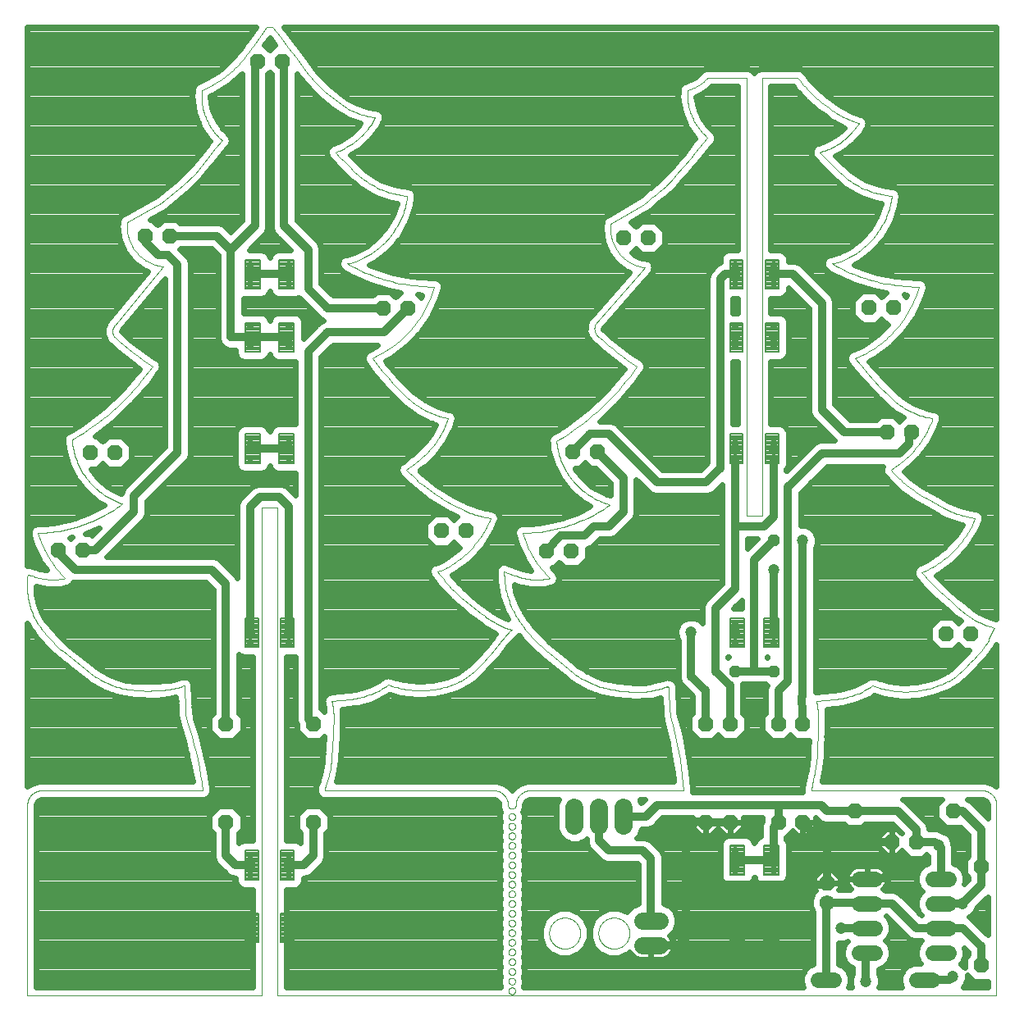
<source format=gbl>
G75*
%MOIN*%
%OFA0B0*%
%FSLAX25Y25*%
%IPPOS*%
%LPD*%
%AMOC8*
5,1,8,0,0,1.08239X$1,22.5*
%
%ADD10C,0.00000*%
%ADD11OC8,0.06200*%
%ADD12C,0.06200*%
%ADD13C,0.06200*%
%ADD14C,0.07000*%
%ADD15C,0.07331*%
%ADD16C,0.03200*%
%ADD17C,0.00800*%
%ADD18OC8,0.04134*%
%ADD19OC8,0.02578*%
%ADD20C,0.04724*%
%ADD21C,0.02400*%
%ADD22OC8,0.04724*%
D10*
X0255902Y0195547D02*
X0266138Y0187279D01*
X0240942Y0204995D02*
X0240367Y0204475D01*
X0239804Y0203943D01*
X0239253Y0203397D01*
X0238715Y0202840D01*
X0238189Y0202270D01*
X0237676Y0201689D01*
X0237176Y0201096D01*
X0236690Y0200492D01*
X0236218Y0199877D01*
X0238186Y0205783D02*
X0240942Y0204996D01*
X0242123Y0227043D02*
X0237792Y0228618D01*
X0237792Y0228224D01*
X0229918Y0210508D02*
X0230453Y0210083D01*
X0230998Y0209670D01*
X0231552Y0209271D01*
X0232116Y0208884D01*
X0232688Y0208511D01*
X0233269Y0208151D01*
X0233858Y0207806D01*
X0234455Y0207474D01*
X0235060Y0207156D01*
X0235672Y0206852D01*
X0236291Y0206563D01*
X0236917Y0206288D01*
X0237548Y0206028D01*
X0238186Y0205783D01*
X0256296Y0225862D02*
X0255902Y0226256D01*
X0237792Y0228224D02*
X0237807Y0227372D01*
X0237842Y0226521D01*
X0237898Y0225670D01*
X0237975Y0224822D01*
X0238072Y0223975D01*
X0238189Y0223131D01*
X0238327Y0222290D01*
X0238485Y0221452D01*
X0238663Y0220619D01*
X0238861Y0219790D01*
X0239079Y0218966D01*
X0239316Y0218148D01*
X0239574Y0217336D01*
X0239851Y0216530D01*
X0240147Y0215731D01*
X0240462Y0214939D01*
X0240797Y0214155D01*
X0241150Y0213380D01*
X0241522Y0212613D01*
X0241912Y0211855D01*
X0242320Y0211107D01*
X0242747Y0210370D01*
X0243191Y0209642D01*
X0243652Y0208926D01*
X0244130Y0208220D01*
X0244626Y0207527D01*
X0245137Y0206846D01*
X0245666Y0206177D01*
X0245272Y0244366D02*
X0248028Y0244366D01*
X0242123Y0227044D02*
X0242685Y0226829D01*
X0243251Y0226628D01*
X0243823Y0226442D01*
X0244399Y0226269D01*
X0244978Y0226110D01*
X0245562Y0225966D01*
X0246149Y0225836D01*
X0246739Y0225720D01*
X0247332Y0225619D01*
X0247927Y0225533D01*
X0248524Y0225461D01*
X0249122Y0225404D01*
X0249722Y0225361D01*
X0250322Y0225333D01*
X0250923Y0225320D01*
X0251524Y0225322D01*
X0252125Y0225338D01*
X0252726Y0225369D01*
X0253325Y0225415D01*
X0253923Y0225475D01*
X0254520Y0225550D01*
X0255114Y0225640D01*
X0255707Y0225744D01*
X0256296Y0225862D01*
X0232280Y0250272D02*
X0228737Y0251059D01*
X0212989Y0229406D02*
X0210627Y0228618D01*
X0218500Y0183342D02*
X0217650Y0182992D01*
X0216792Y0182662D01*
X0215926Y0182354D01*
X0215053Y0182066D01*
X0214173Y0181800D01*
X0213287Y0181556D01*
X0212395Y0181333D01*
X0211498Y0181132D01*
X0210596Y0180952D01*
X0209691Y0180795D01*
X0208781Y0180660D01*
X0207869Y0180547D01*
X0206954Y0180456D01*
X0206037Y0180388D01*
X0205119Y0180341D01*
X0204200Y0180318D01*
X0203281Y0180316D01*
X0202362Y0180337D01*
X0201444Y0180380D01*
X0200527Y0180446D01*
X0199611Y0180534D01*
X0198699Y0180644D01*
X0197789Y0180776D01*
X0196883Y0180931D01*
X0195981Y0181107D01*
X0195083Y0181306D01*
X0194190Y0181526D01*
X0193303Y0181767D01*
X0193304Y0181768D02*
X0190548Y0182555D01*
X0175194Y0176650D02*
X0167713Y0175862D01*
X0167854Y0175304D01*
X0167983Y0174742D01*
X0168097Y0174177D01*
X0168199Y0173609D01*
X0168286Y0173039D01*
X0168360Y0172468D01*
X0168421Y0171894D01*
X0168467Y0171320D01*
X0168500Y0170744D01*
X0165745Y0142791D02*
X0165351Y0141610D01*
X0164957Y0139642D02*
X0233461Y0139642D01*
X0233613Y0139640D01*
X0233765Y0139634D01*
X0233917Y0139624D01*
X0234068Y0139611D01*
X0234219Y0139593D01*
X0234370Y0139572D01*
X0234520Y0139546D01*
X0234669Y0139517D01*
X0234818Y0139484D01*
X0234965Y0139447D01*
X0235112Y0139407D01*
X0235257Y0139362D01*
X0235401Y0139314D01*
X0235544Y0139262D01*
X0235686Y0139207D01*
X0235826Y0139148D01*
X0235965Y0139085D01*
X0236102Y0139019D01*
X0236237Y0138949D01*
X0236370Y0138876D01*
X0236501Y0138799D01*
X0236631Y0138719D01*
X0236758Y0138636D01*
X0236883Y0138550D01*
X0237006Y0138460D01*
X0237126Y0138367D01*
X0237244Y0138271D01*
X0237360Y0138172D01*
X0237473Y0138070D01*
X0237583Y0137966D01*
X0237691Y0137858D01*
X0237795Y0137748D01*
X0237897Y0137635D01*
X0237996Y0137519D01*
X0238092Y0137401D01*
X0238185Y0137281D01*
X0238275Y0137158D01*
X0238361Y0137033D01*
X0238444Y0136906D01*
X0238524Y0136776D01*
X0238601Y0136645D01*
X0238674Y0136512D01*
X0238744Y0136377D01*
X0238810Y0136240D01*
X0238873Y0136101D01*
X0238932Y0135961D01*
X0238987Y0135819D01*
X0239039Y0135676D01*
X0239087Y0135532D01*
X0239132Y0135387D01*
X0239172Y0135240D01*
X0239209Y0135093D01*
X0239242Y0134944D01*
X0239271Y0134795D01*
X0239297Y0134645D01*
X0239318Y0134494D01*
X0239336Y0134343D01*
X0239349Y0134192D01*
X0239359Y0134040D01*
X0239365Y0133888D01*
X0239367Y0133736D01*
X0240942Y0132161D02*
X0241019Y0132163D01*
X0241096Y0132169D01*
X0241173Y0132178D01*
X0241249Y0132191D01*
X0241325Y0132208D01*
X0241399Y0132229D01*
X0241473Y0132253D01*
X0241545Y0132281D01*
X0241615Y0132312D01*
X0241684Y0132347D01*
X0241752Y0132385D01*
X0241817Y0132426D01*
X0241880Y0132471D01*
X0241941Y0132519D01*
X0242000Y0132569D01*
X0242056Y0132622D01*
X0242109Y0132678D01*
X0242159Y0132737D01*
X0242207Y0132798D01*
X0242252Y0132861D01*
X0242293Y0132926D01*
X0242331Y0132994D01*
X0242366Y0133063D01*
X0242397Y0133133D01*
X0242425Y0133205D01*
X0242449Y0133279D01*
X0242470Y0133353D01*
X0242487Y0133429D01*
X0242500Y0133505D01*
X0242509Y0133582D01*
X0242515Y0133659D01*
X0242517Y0133736D01*
X0240942Y0132161D02*
X0240865Y0132163D01*
X0240788Y0132169D01*
X0240711Y0132178D01*
X0240635Y0132191D01*
X0240559Y0132208D01*
X0240485Y0132229D01*
X0240411Y0132253D01*
X0240339Y0132281D01*
X0240269Y0132312D01*
X0240200Y0132347D01*
X0240132Y0132385D01*
X0240067Y0132426D01*
X0240004Y0132471D01*
X0239943Y0132519D01*
X0239884Y0132569D01*
X0239828Y0132622D01*
X0239775Y0132678D01*
X0239725Y0132737D01*
X0239677Y0132798D01*
X0239632Y0132861D01*
X0239591Y0132926D01*
X0239553Y0132994D01*
X0239518Y0133063D01*
X0239487Y0133133D01*
X0239459Y0133205D01*
X0239435Y0133279D01*
X0239414Y0133353D01*
X0239397Y0133429D01*
X0239384Y0133505D01*
X0239375Y0133582D01*
X0239369Y0133659D01*
X0239367Y0133736D01*
X0239564Y0129012D02*
X0239566Y0129086D01*
X0239572Y0129160D01*
X0239582Y0129233D01*
X0239596Y0129306D01*
X0239613Y0129378D01*
X0239635Y0129448D01*
X0239660Y0129518D01*
X0239689Y0129586D01*
X0239722Y0129652D01*
X0239758Y0129717D01*
X0239798Y0129779D01*
X0239840Y0129840D01*
X0239886Y0129898D01*
X0239935Y0129953D01*
X0239987Y0130006D01*
X0240042Y0130056D01*
X0240099Y0130102D01*
X0240159Y0130146D01*
X0240221Y0130186D01*
X0240285Y0130223D01*
X0240351Y0130257D01*
X0240419Y0130287D01*
X0240488Y0130313D01*
X0240559Y0130336D01*
X0240630Y0130354D01*
X0240703Y0130369D01*
X0240776Y0130380D01*
X0240850Y0130387D01*
X0240924Y0130390D01*
X0240997Y0130389D01*
X0241071Y0130384D01*
X0241145Y0130375D01*
X0241218Y0130362D01*
X0241290Y0130345D01*
X0241361Y0130325D01*
X0241431Y0130300D01*
X0241499Y0130272D01*
X0241566Y0130241D01*
X0241631Y0130205D01*
X0241694Y0130167D01*
X0241755Y0130125D01*
X0241814Y0130079D01*
X0241870Y0130031D01*
X0241923Y0129980D01*
X0241973Y0129926D01*
X0242021Y0129869D01*
X0242065Y0129810D01*
X0242107Y0129748D01*
X0242145Y0129685D01*
X0242179Y0129619D01*
X0242210Y0129552D01*
X0242237Y0129483D01*
X0242260Y0129413D01*
X0242280Y0129342D01*
X0242296Y0129269D01*
X0242308Y0129196D01*
X0242316Y0129123D01*
X0242320Y0129049D01*
X0242320Y0128975D01*
X0242316Y0128901D01*
X0242308Y0128828D01*
X0242296Y0128755D01*
X0242280Y0128682D01*
X0242260Y0128611D01*
X0242237Y0128541D01*
X0242210Y0128472D01*
X0242179Y0128405D01*
X0242145Y0128339D01*
X0242107Y0128276D01*
X0242065Y0128214D01*
X0242021Y0128155D01*
X0241973Y0128098D01*
X0241923Y0128044D01*
X0241870Y0127993D01*
X0241814Y0127945D01*
X0241755Y0127899D01*
X0241694Y0127857D01*
X0241631Y0127819D01*
X0241566Y0127783D01*
X0241499Y0127752D01*
X0241431Y0127724D01*
X0241361Y0127699D01*
X0241290Y0127679D01*
X0241218Y0127662D01*
X0241145Y0127649D01*
X0241071Y0127640D01*
X0240997Y0127635D01*
X0240924Y0127634D01*
X0240850Y0127637D01*
X0240776Y0127644D01*
X0240703Y0127655D01*
X0240630Y0127670D01*
X0240559Y0127688D01*
X0240488Y0127711D01*
X0240419Y0127737D01*
X0240351Y0127767D01*
X0240285Y0127801D01*
X0240221Y0127838D01*
X0240159Y0127878D01*
X0240099Y0127922D01*
X0240042Y0127968D01*
X0239987Y0128018D01*
X0239935Y0128071D01*
X0239886Y0128126D01*
X0239840Y0128184D01*
X0239798Y0128245D01*
X0239758Y0128307D01*
X0239722Y0128372D01*
X0239689Y0128438D01*
X0239660Y0128506D01*
X0239635Y0128576D01*
X0239613Y0128646D01*
X0239596Y0128718D01*
X0239582Y0128791D01*
X0239572Y0128864D01*
X0239566Y0128938D01*
X0239564Y0129012D01*
X0239564Y0125075D02*
X0239566Y0125149D01*
X0239572Y0125223D01*
X0239582Y0125296D01*
X0239596Y0125369D01*
X0239613Y0125441D01*
X0239635Y0125511D01*
X0239660Y0125581D01*
X0239689Y0125649D01*
X0239722Y0125715D01*
X0239758Y0125780D01*
X0239798Y0125842D01*
X0239840Y0125903D01*
X0239886Y0125961D01*
X0239935Y0126016D01*
X0239987Y0126069D01*
X0240042Y0126119D01*
X0240099Y0126165D01*
X0240159Y0126209D01*
X0240221Y0126249D01*
X0240285Y0126286D01*
X0240351Y0126320D01*
X0240419Y0126350D01*
X0240488Y0126376D01*
X0240559Y0126399D01*
X0240630Y0126417D01*
X0240703Y0126432D01*
X0240776Y0126443D01*
X0240850Y0126450D01*
X0240924Y0126453D01*
X0240997Y0126452D01*
X0241071Y0126447D01*
X0241145Y0126438D01*
X0241218Y0126425D01*
X0241290Y0126408D01*
X0241361Y0126388D01*
X0241431Y0126363D01*
X0241499Y0126335D01*
X0241566Y0126304D01*
X0241631Y0126268D01*
X0241694Y0126230D01*
X0241755Y0126188D01*
X0241814Y0126142D01*
X0241870Y0126094D01*
X0241923Y0126043D01*
X0241973Y0125989D01*
X0242021Y0125932D01*
X0242065Y0125873D01*
X0242107Y0125811D01*
X0242145Y0125748D01*
X0242179Y0125682D01*
X0242210Y0125615D01*
X0242237Y0125546D01*
X0242260Y0125476D01*
X0242280Y0125405D01*
X0242296Y0125332D01*
X0242308Y0125259D01*
X0242316Y0125186D01*
X0242320Y0125112D01*
X0242320Y0125038D01*
X0242316Y0124964D01*
X0242308Y0124891D01*
X0242296Y0124818D01*
X0242280Y0124745D01*
X0242260Y0124674D01*
X0242237Y0124604D01*
X0242210Y0124535D01*
X0242179Y0124468D01*
X0242145Y0124402D01*
X0242107Y0124339D01*
X0242065Y0124277D01*
X0242021Y0124218D01*
X0241973Y0124161D01*
X0241923Y0124107D01*
X0241870Y0124056D01*
X0241814Y0124008D01*
X0241755Y0123962D01*
X0241694Y0123920D01*
X0241631Y0123882D01*
X0241566Y0123846D01*
X0241499Y0123815D01*
X0241431Y0123787D01*
X0241361Y0123762D01*
X0241290Y0123742D01*
X0241218Y0123725D01*
X0241145Y0123712D01*
X0241071Y0123703D01*
X0240997Y0123698D01*
X0240924Y0123697D01*
X0240850Y0123700D01*
X0240776Y0123707D01*
X0240703Y0123718D01*
X0240630Y0123733D01*
X0240559Y0123751D01*
X0240488Y0123774D01*
X0240419Y0123800D01*
X0240351Y0123830D01*
X0240285Y0123864D01*
X0240221Y0123901D01*
X0240159Y0123941D01*
X0240099Y0123985D01*
X0240042Y0124031D01*
X0239987Y0124081D01*
X0239935Y0124134D01*
X0239886Y0124189D01*
X0239840Y0124247D01*
X0239798Y0124308D01*
X0239758Y0124370D01*
X0239722Y0124435D01*
X0239689Y0124501D01*
X0239660Y0124569D01*
X0239635Y0124639D01*
X0239613Y0124709D01*
X0239596Y0124781D01*
X0239582Y0124854D01*
X0239572Y0124927D01*
X0239566Y0125001D01*
X0239564Y0125075D01*
X0239564Y0121138D02*
X0239566Y0121212D01*
X0239572Y0121286D01*
X0239582Y0121359D01*
X0239596Y0121432D01*
X0239613Y0121504D01*
X0239635Y0121574D01*
X0239660Y0121644D01*
X0239689Y0121712D01*
X0239722Y0121778D01*
X0239758Y0121843D01*
X0239798Y0121905D01*
X0239840Y0121966D01*
X0239886Y0122024D01*
X0239935Y0122079D01*
X0239987Y0122132D01*
X0240042Y0122182D01*
X0240099Y0122228D01*
X0240159Y0122272D01*
X0240221Y0122312D01*
X0240285Y0122349D01*
X0240351Y0122383D01*
X0240419Y0122413D01*
X0240488Y0122439D01*
X0240559Y0122462D01*
X0240630Y0122480D01*
X0240703Y0122495D01*
X0240776Y0122506D01*
X0240850Y0122513D01*
X0240924Y0122516D01*
X0240997Y0122515D01*
X0241071Y0122510D01*
X0241145Y0122501D01*
X0241218Y0122488D01*
X0241290Y0122471D01*
X0241361Y0122451D01*
X0241431Y0122426D01*
X0241499Y0122398D01*
X0241566Y0122367D01*
X0241631Y0122331D01*
X0241694Y0122293D01*
X0241755Y0122251D01*
X0241814Y0122205D01*
X0241870Y0122157D01*
X0241923Y0122106D01*
X0241973Y0122052D01*
X0242021Y0121995D01*
X0242065Y0121936D01*
X0242107Y0121874D01*
X0242145Y0121811D01*
X0242179Y0121745D01*
X0242210Y0121678D01*
X0242237Y0121609D01*
X0242260Y0121539D01*
X0242280Y0121468D01*
X0242296Y0121395D01*
X0242308Y0121322D01*
X0242316Y0121249D01*
X0242320Y0121175D01*
X0242320Y0121101D01*
X0242316Y0121027D01*
X0242308Y0120954D01*
X0242296Y0120881D01*
X0242280Y0120808D01*
X0242260Y0120737D01*
X0242237Y0120667D01*
X0242210Y0120598D01*
X0242179Y0120531D01*
X0242145Y0120465D01*
X0242107Y0120402D01*
X0242065Y0120340D01*
X0242021Y0120281D01*
X0241973Y0120224D01*
X0241923Y0120170D01*
X0241870Y0120119D01*
X0241814Y0120071D01*
X0241755Y0120025D01*
X0241694Y0119983D01*
X0241631Y0119945D01*
X0241566Y0119909D01*
X0241499Y0119878D01*
X0241431Y0119850D01*
X0241361Y0119825D01*
X0241290Y0119805D01*
X0241218Y0119788D01*
X0241145Y0119775D01*
X0241071Y0119766D01*
X0240997Y0119761D01*
X0240924Y0119760D01*
X0240850Y0119763D01*
X0240776Y0119770D01*
X0240703Y0119781D01*
X0240630Y0119796D01*
X0240559Y0119814D01*
X0240488Y0119837D01*
X0240419Y0119863D01*
X0240351Y0119893D01*
X0240285Y0119927D01*
X0240221Y0119964D01*
X0240159Y0120004D01*
X0240099Y0120048D01*
X0240042Y0120094D01*
X0239987Y0120144D01*
X0239935Y0120197D01*
X0239886Y0120252D01*
X0239840Y0120310D01*
X0239798Y0120371D01*
X0239758Y0120433D01*
X0239722Y0120498D01*
X0239689Y0120564D01*
X0239660Y0120632D01*
X0239635Y0120702D01*
X0239613Y0120772D01*
X0239596Y0120844D01*
X0239582Y0120917D01*
X0239572Y0120990D01*
X0239566Y0121064D01*
X0239564Y0121138D01*
X0239564Y0117201D02*
X0239566Y0117275D01*
X0239572Y0117349D01*
X0239582Y0117422D01*
X0239596Y0117495D01*
X0239613Y0117567D01*
X0239635Y0117637D01*
X0239660Y0117707D01*
X0239689Y0117775D01*
X0239722Y0117841D01*
X0239758Y0117906D01*
X0239798Y0117968D01*
X0239840Y0118029D01*
X0239886Y0118087D01*
X0239935Y0118142D01*
X0239987Y0118195D01*
X0240042Y0118245D01*
X0240099Y0118291D01*
X0240159Y0118335D01*
X0240221Y0118375D01*
X0240285Y0118412D01*
X0240351Y0118446D01*
X0240419Y0118476D01*
X0240488Y0118502D01*
X0240559Y0118525D01*
X0240630Y0118543D01*
X0240703Y0118558D01*
X0240776Y0118569D01*
X0240850Y0118576D01*
X0240924Y0118579D01*
X0240997Y0118578D01*
X0241071Y0118573D01*
X0241145Y0118564D01*
X0241218Y0118551D01*
X0241290Y0118534D01*
X0241361Y0118514D01*
X0241431Y0118489D01*
X0241499Y0118461D01*
X0241566Y0118430D01*
X0241631Y0118394D01*
X0241694Y0118356D01*
X0241755Y0118314D01*
X0241814Y0118268D01*
X0241870Y0118220D01*
X0241923Y0118169D01*
X0241973Y0118115D01*
X0242021Y0118058D01*
X0242065Y0117999D01*
X0242107Y0117937D01*
X0242145Y0117874D01*
X0242179Y0117808D01*
X0242210Y0117741D01*
X0242237Y0117672D01*
X0242260Y0117602D01*
X0242280Y0117531D01*
X0242296Y0117458D01*
X0242308Y0117385D01*
X0242316Y0117312D01*
X0242320Y0117238D01*
X0242320Y0117164D01*
X0242316Y0117090D01*
X0242308Y0117017D01*
X0242296Y0116944D01*
X0242280Y0116871D01*
X0242260Y0116800D01*
X0242237Y0116730D01*
X0242210Y0116661D01*
X0242179Y0116594D01*
X0242145Y0116528D01*
X0242107Y0116465D01*
X0242065Y0116403D01*
X0242021Y0116344D01*
X0241973Y0116287D01*
X0241923Y0116233D01*
X0241870Y0116182D01*
X0241814Y0116134D01*
X0241755Y0116088D01*
X0241694Y0116046D01*
X0241631Y0116008D01*
X0241566Y0115972D01*
X0241499Y0115941D01*
X0241431Y0115913D01*
X0241361Y0115888D01*
X0241290Y0115868D01*
X0241218Y0115851D01*
X0241145Y0115838D01*
X0241071Y0115829D01*
X0240997Y0115824D01*
X0240924Y0115823D01*
X0240850Y0115826D01*
X0240776Y0115833D01*
X0240703Y0115844D01*
X0240630Y0115859D01*
X0240559Y0115877D01*
X0240488Y0115900D01*
X0240419Y0115926D01*
X0240351Y0115956D01*
X0240285Y0115990D01*
X0240221Y0116027D01*
X0240159Y0116067D01*
X0240099Y0116111D01*
X0240042Y0116157D01*
X0239987Y0116207D01*
X0239935Y0116260D01*
X0239886Y0116315D01*
X0239840Y0116373D01*
X0239798Y0116434D01*
X0239758Y0116496D01*
X0239722Y0116561D01*
X0239689Y0116627D01*
X0239660Y0116695D01*
X0239635Y0116765D01*
X0239613Y0116835D01*
X0239596Y0116907D01*
X0239582Y0116980D01*
X0239572Y0117053D01*
X0239566Y0117127D01*
X0239564Y0117201D01*
X0239564Y0113264D02*
X0239566Y0113338D01*
X0239572Y0113412D01*
X0239582Y0113485D01*
X0239596Y0113558D01*
X0239613Y0113630D01*
X0239635Y0113700D01*
X0239660Y0113770D01*
X0239689Y0113838D01*
X0239722Y0113904D01*
X0239758Y0113969D01*
X0239798Y0114031D01*
X0239840Y0114092D01*
X0239886Y0114150D01*
X0239935Y0114205D01*
X0239987Y0114258D01*
X0240042Y0114308D01*
X0240099Y0114354D01*
X0240159Y0114398D01*
X0240221Y0114438D01*
X0240285Y0114475D01*
X0240351Y0114509D01*
X0240419Y0114539D01*
X0240488Y0114565D01*
X0240559Y0114588D01*
X0240630Y0114606D01*
X0240703Y0114621D01*
X0240776Y0114632D01*
X0240850Y0114639D01*
X0240924Y0114642D01*
X0240997Y0114641D01*
X0241071Y0114636D01*
X0241145Y0114627D01*
X0241218Y0114614D01*
X0241290Y0114597D01*
X0241361Y0114577D01*
X0241431Y0114552D01*
X0241499Y0114524D01*
X0241566Y0114493D01*
X0241631Y0114457D01*
X0241694Y0114419D01*
X0241755Y0114377D01*
X0241814Y0114331D01*
X0241870Y0114283D01*
X0241923Y0114232D01*
X0241973Y0114178D01*
X0242021Y0114121D01*
X0242065Y0114062D01*
X0242107Y0114000D01*
X0242145Y0113937D01*
X0242179Y0113871D01*
X0242210Y0113804D01*
X0242237Y0113735D01*
X0242260Y0113665D01*
X0242280Y0113594D01*
X0242296Y0113521D01*
X0242308Y0113448D01*
X0242316Y0113375D01*
X0242320Y0113301D01*
X0242320Y0113227D01*
X0242316Y0113153D01*
X0242308Y0113080D01*
X0242296Y0113007D01*
X0242280Y0112934D01*
X0242260Y0112863D01*
X0242237Y0112793D01*
X0242210Y0112724D01*
X0242179Y0112657D01*
X0242145Y0112591D01*
X0242107Y0112528D01*
X0242065Y0112466D01*
X0242021Y0112407D01*
X0241973Y0112350D01*
X0241923Y0112296D01*
X0241870Y0112245D01*
X0241814Y0112197D01*
X0241755Y0112151D01*
X0241694Y0112109D01*
X0241631Y0112071D01*
X0241566Y0112035D01*
X0241499Y0112004D01*
X0241431Y0111976D01*
X0241361Y0111951D01*
X0241290Y0111931D01*
X0241218Y0111914D01*
X0241145Y0111901D01*
X0241071Y0111892D01*
X0240997Y0111887D01*
X0240924Y0111886D01*
X0240850Y0111889D01*
X0240776Y0111896D01*
X0240703Y0111907D01*
X0240630Y0111922D01*
X0240559Y0111940D01*
X0240488Y0111963D01*
X0240419Y0111989D01*
X0240351Y0112019D01*
X0240285Y0112053D01*
X0240221Y0112090D01*
X0240159Y0112130D01*
X0240099Y0112174D01*
X0240042Y0112220D01*
X0239987Y0112270D01*
X0239935Y0112323D01*
X0239886Y0112378D01*
X0239840Y0112436D01*
X0239798Y0112497D01*
X0239758Y0112559D01*
X0239722Y0112624D01*
X0239689Y0112690D01*
X0239660Y0112758D01*
X0239635Y0112828D01*
X0239613Y0112898D01*
X0239596Y0112970D01*
X0239582Y0113043D01*
X0239572Y0113116D01*
X0239566Y0113190D01*
X0239564Y0113264D01*
X0239564Y0109327D02*
X0239566Y0109401D01*
X0239572Y0109475D01*
X0239582Y0109548D01*
X0239596Y0109621D01*
X0239613Y0109693D01*
X0239635Y0109763D01*
X0239660Y0109833D01*
X0239689Y0109901D01*
X0239722Y0109967D01*
X0239758Y0110032D01*
X0239798Y0110094D01*
X0239840Y0110155D01*
X0239886Y0110213D01*
X0239935Y0110268D01*
X0239987Y0110321D01*
X0240042Y0110371D01*
X0240099Y0110417D01*
X0240159Y0110461D01*
X0240221Y0110501D01*
X0240285Y0110538D01*
X0240351Y0110572D01*
X0240419Y0110602D01*
X0240488Y0110628D01*
X0240559Y0110651D01*
X0240630Y0110669D01*
X0240703Y0110684D01*
X0240776Y0110695D01*
X0240850Y0110702D01*
X0240924Y0110705D01*
X0240997Y0110704D01*
X0241071Y0110699D01*
X0241145Y0110690D01*
X0241218Y0110677D01*
X0241290Y0110660D01*
X0241361Y0110640D01*
X0241431Y0110615D01*
X0241499Y0110587D01*
X0241566Y0110556D01*
X0241631Y0110520D01*
X0241694Y0110482D01*
X0241755Y0110440D01*
X0241814Y0110394D01*
X0241870Y0110346D01*
X0241923Y0110295D01*
X0241973Y0110241D01*
X0242021Y0110184D01*
X0242065Y0110125D01*
X0242107Y0110063D01*
X0242145Y0110000D01*
X0242179Y0109934D01*
X0242210Y0109867D01*
X0242237Y0109798D01*
X0242260Y0109728D01*
X0242280Y0109657D01*
X0242296Y0109584D01*
X0242308Y0109511D01*
X0242316Y0109438D01*
X0242320Y0109364D01*
X0242320Y0109290D01*
X0242316Y0109216D01*
X0242308Y0109143D01*
X0242296Y0109070D01*
X0242280Y0108997D01*
X0242260Y0108926D01*
X0242237Y0108856D01*
X0242210Y0108787D01*
X0242179Y0108720D01*
X0242145Y0108654D01*
X0242107Y0108591D01*
X0242065Y0108529D01*
X0242021Y0108470D01*
X0241973Y0108413D01*
X0241923Y0108359D01*
X0241870Y0108308D01*
X0241814Y0108260D01*
X0241755Y0108214D01*
X0241694Y0108172D01*
X0241631Y0108134D01*
X0241566Y0108098D01*
X0241499Y0108067D01*
X0241431Y0108039D01*
X0241361Y0108014D01*
X0241290Y0107994D01*
X0241218Y0107977D01*
X0241145Y0107964D01*
X0241071Y0107955D01*
X0240997Y0107950D01*
X0240924Y0107949D01*
X0240850Y0107952D01*
X0240776Y0107959D01*
X0240703Y0107970D01*
X0240630Y0107985D01*
X0240559Y0108003D01*
X0240488Y0108026D01*
X0240419Y0108052D01*
X0240351Y0108082D01*
X0240285Y0108116D01*
X0240221Y0108153D01*
X0240159Y0108193D01*
X0240099Y0108237D01*
X0240042Y0108283D01*
X0239987Y0108333D01*
X0239935Y0108386D01*
X0239886Y0108441D01*
X0239840Y0108499D01*
X0239798Y0108560D01*
X0239758Y0108622D01*
X0239722Y0108687D01*
X0239689Y0108753D01*
X0239660Y0108821D01*
X0239635Y0108891D01*
X0239613Y0108961D01*
X0239596Y0109033D01*
X0239582Y0109106D01*
X0239572Y0109179D01*
X0239566Y0109253D01*
X0239564Y0109327D01*
X0239564Y0105390D02*
X0239566Y0105464D01*
X0239572Y0105538D01*
X0239582Y0105611D01*
X0239596Y0105684D01*
X0239613Y0105756D01*
X0239635Y0105826D01*
X0239660Y0105896D01*
X0239689Y0105964D01*
X0239722Y0106030D01*
X0239758Y0106095D01*
X0239798Y0106157D01*
X0239840Y0106218D01*
X0239886Y0106276D01*
X0239935Y0106331D01*
X0239987Y0106384D01*
X0240042Y0106434D01*
X0240099Y0106480D01*
X0240159Y0106524D01*
X0240221Y0106564D01*
X0240285Y0106601D01*
X0240351Y0106635D01*
X0240419Y0106665D01*
X0240488Y0106691D01*
X0240559Y0106714D01*
X0240630Y0106732D01*
X0240703Y0106747D01*
X0240776Y0106758D01*
X0240850Y0106765D01*
X0240924Y0106768D01*
X0240997Y0106767D01*
X0241071Y0106762D01*
X0241145Y0106753D01*
X0241218Y0106740D01*
X0241290Y0106723D01*
X0241361Y0106703D01*
X0241431Y0106678D01*
X0241499Y0106650D01*
X0241566Y0106619D01*
X0241631Y0106583D01*
X0241694Y0106545D01*
X0241755Y0106503D01*
X0241814Y0106457D01*
X0241870Y0106409D01*
X0241923Y0106358D01*
X0241973Y0106304D01*
X0242021Y0106247D01*
X0242065Y0106188D01*
X0242107Y0106126D01*
X0242145Y0106063D01*
X0242179Y0105997D01*
X0242210Y0105930D01*
X0242237Y0105861D01*
X0242260Y0105791D01*
X0242280Y0105720D01*
X0242296Y0105647D01*
X0242308Y0105574D01*
X0242316Y0105501D01*
X0242320Y0105427D01*
X0242320Y0105353D01*
X0242316Y0105279D01*
X0242308Y0105206D01*
X0242296Y0105133D01*
X0242280Y0105060D01*
X0242260Y0104989D01*
X0242237Y0104919D01*
X0242210Y0104850D01*
X0242179Y0104783D01*
X0242145Y0104717D01*
X0242107Y0104654D01*
X0242065Y0104592D01*
X0242021Y0104533D01*
X0241973Y0104476D01*
X0241923Y0104422D01*
X0241870Y0104371D01*
X0241814Y0104323D01*
X0241755Y0104277D01*
X0241694Y0104235D01*
X0241631Y0104197D01*
X0241566Y0104161D01*
X0241499Y0104130D01*
X0241431Y0104102D01*
X0241361Y0104077D01*
X0241290Y0104057D01*
X0241218Y0104040D01*
X0241145Y0104027D01*
X0241071Y0104018D01*
X0240997Y0104013D01*
X0240924Y0104012D01*
X0240850Y0104015D01*
X0240776Y0104022D01*
X0240703Y0104033D01*
X0240630Y0104048D01*
X0240559Y0104066D01*
X0240488Y0104089D01*
X0240419Y0104115D01*
X0240351Y0104145D01*
X0240285Y0104179D01*
X0240221Y0104216D01*
X0240159Y0104256D01*
X0240099Y0104300D01*
X0240042Y0104346D01*
X0239987Y0104396D01*
X0239935Y0104449D01*
X0239886Y0104504D01*
X0239840Y0104562D01*
X0239798Y0104623D01*
X0239758Y0104685D01*
X0239722Y0104750D01*
X0239689Y0104816D01*
X0239660Y0104884D01*
X0239635Y0104954D01*
X0239613Y0105024D01*
X0239596Y0105096D01*
X0239582Y0105169D01*
X0239572Y0105242D01*
X0239566Y0105316D01*
X0239564Y0105390D01*
X0239564Y0101453D02*
X0239566Y0101527D01*
X0239572Y0101601D01*
X0239582Y0101674D01*
X0239596Y0101747D01*
X0239613Y0101819D01*
X0239635Y0101889D01*
X0239660Y0101959D01*
X0239689Y0102027D01*
X0239722Y0102093D01*
X0239758Y0102158D01*
X0239798Y0102220D01*
X0239840Y0102281D01*
X0239886Y0102339D01*
X0239935Y0102394D01*
X0239987Y0102447D01*
X0240042Y0102497D01*
X0240099Y0102543D01*
X0240159Y0102587D01*
X0240221Y0102627D01*
X0240285Y0102664D01*
X0240351Y0102698D01*
X0240419Y0102728D01*
X0240488Y0102754D01*
X0240559Y0102777D01*
X0240630Y0102795D01*
X0240703Y0102810D01*
X0240776Y0102821D01*
X0240850Y0102828D01*
X0240924Y0102831D01*
X0240997Y0102830D01*
X0241071Y0102825D01*
X0241145Y0102816D01*
X0241218Y0102803D01*
X0241290Y0102786D01*
X0241361Y0102766D01*
X0241431Y0102741D01*
X0241499Y0102713D01*
X0241566Y0102682D01*
X0241631Y0102646D01*
X0241694Y0102608D01*
X0241755Y0102566D01*
X0241814Y0102520D01*
X0241870Y0102472D01*
X0241923Y0102421D01*
X0241973Y0102367D01*
X0242021Y0102310D01*
X0242065Y0102251D01*
X0242107Y0102189D01*
X0242145Y0102126D01*
X0242179Y0102060D01*
X0242210Y0101993D01*
X0242237Y0101924D01*
X0242260Y0101854D01*
X0242280Y0101783D01*
X0242296Y0101710D01*
X0242308Y0101637D01*
X0242316Y0101564D01*
X0242320Y0101490D01*
X0242320Y0101416D01*
X0242316Y0101342D01*
X0242308Y0101269D01*
X0242296Y0101196D01*
X0242280Y0101123D01*
X0242260Y0101052D01*
X0242237Y0100982D01*
X0242210Y0100913D01*
X0242179Y0100846D01*
X0242145Y0100780D01*
X0242107Y0100717D01*
X0242065Y0100655D01*
X0242021Y0100596D01*
X0241973Y0100539D01*
X0241923Y0100485D01*
X0241870Y0100434D01*
X0241814Y0100386D01*
X0241755Y0100340D01*
X0241694Y0100298D01*
X0241631Y0100260D01*
X0241566Y0100224D01*
X0241499Y0100193D01*
X0241431Y0100165D01*
X0241361Y0100140D01*
X0241290Y0100120D01*
X0241218Y0100103D01*
X0241145Y0100090D01*
X0241071Y0100081D01*
X0240997Y0100076D01*
X0240924Y0100075D01*
X0240850Y0100078D01*
X0240776Y0100085D01*
X0240703Y0100096D01*
X0240630Y0100111D01*
X0240559Y0100129D01*
X0240488Y0100152D01*
X0240419Y0100178D01*
X0240351Y0100208D01*
X0240285Y0100242D01*
X0240221Y0100279D01*
X0240159Y0100319D01*
X0240099Y0100363D01*
X0240042Y0100409D01*
X0239987Y0100459D01*
X0239935Y0100512D01*
X0239886Y0100567D01*
X0239840Y0100625D01*
X0239798Y0100686D01*
X0239758Y0100748D01*
X0239722Y0100813D01*
X0239689Y0100879D01*
X0239660Y0100947D01*
X0239635Y0101017D01*
X0239613Y0101087D01*
X0239596Y0101159D01*
X0239582Y0101232D01*
X0239572Y0101305D01*
X0239566Y0101379D01*
X0239564Y0101453D01*
X0239564Y0097516D02*
X0239566Y0097590D01*
X0239572Y0097664D01*
X0239582Y0097737D01*
X0239596Y0097810D01*
X0239613Y0097882D01*
X0239635Y0097952D01*
X0239660Y0098022D01*
X0239689Y0098090D01*
X0239722Y0098156D01*
X0239758Y0098221D01*
X0239798Y0098283D01*
X0239840Y0098344D01*
X0239886Y0098402D01*
X0239935Y0098457D01*
X0239987Y0098510D01*
X0240042Y0098560D01*
X0240099Y0098606D01*
X0240159Y0098650D01*
X0240221Y0098690D01*
X0240285Y0098727D01*
X0240351Y0098761D01*
X0240419Y0098791D01*
X0240488Y0098817D01*
X0240559Y0098840D01*
X0240630Y0098858D01*
X0240703Y0098873D01*
X0240776Y0098884D01*
X0240850Y0098891D01*
X0240924Y0098894D01*
X0240997Y0098893D01*
X0241071Y0098888D01*
X0241145Y0098879D01*
X0241218Y0098866D01*
X0241290Y0098849D01*
X0241361Y0098829D01*
X0241431Y0098804D01*
X0241499Y0098776D01*
X0241566Y0098745D01*
X0241631Y0098709D01*
X0241694Y0098671D01*
X0241755Y0098629D01*
X0241814Y0098583D01*
X0241870Y0098535D01*
X0241923Y0098484D01*
X0241973Y0098430D01*
X0242021Y0098373D01*
X0242065Y0098314D01*
X0242107Y0098252D01*
X0242145Y0098189D01*
X0242179Y0098123D01*
X0242210Y0098056D01*
X0242237Y0097987D01*
X0242260Y0097917D01*
X0242280Y0097846D01*
X0242296Y0097773D01*
X0242308Y0097700D01*
X0242316Y0097627D01*
X0242320Y0097553D01*
X0242320Y0097479D01*
X0242316Y0097405D01*
X0242308Y0097332D01*
X0242296Y0097259D01*
X0242280Y0097186D01*
X0242260Y0097115D01*
X0242237Y0097045D01*
X0242210Y0096976D01*
X0242179Y0096909D01*
X0242145Y0096843D01*
X0242107Y0096780D01*
X0242065Y0096718D01*
X0242021Y0096659D01*
X0241973Y0096602D01*
X0241923Y0096548D01*
X0241870Y0096497D01*
X0241814Y0096449D01*
X0241755Y0096403D01*
X0241694Y0096361D01*
X0241631Y0096323D01*
X0241566Y0096287D01*
X0241499Y0096256D01*
X0241431Y0096228D01*
X0241361Y0096203D01*
X0241290Y0096183D01*
X0241218Y0096166D01*
X0241145Y0096153D01*
X0241071Y0096144D01*
X0240997Y0096139D01*
X0240924Y0096138D01*
X0240850Y0096141D01*
X0240776Y0096148D01*
X0240703Y0096159D01*
X0240630Y0096174D01*
X0240559Y0096192D01*
X0240488Y0096215D01*
X0240419Y0096241D01*
X0240351Y0096271D01*
X0240285Y0096305D01*
X0240221Y0096342D01*
X0240159Y0096382D01*
X0240099Y0096426D01*
X0240042Y0096472D01*
X0239987Y0096522D01*
X0239935Y0096575D01*
X0239886Y0096630D01*
X0239840Y0096688D01*
X0239798Y0096749D01*
X0239758Y0096811D01*
X0239722Y0096876D01*
X0239689Y0096942D01*
X0239660Y0097010D01*
X0239635Y0097080D01*
X0239613Y0097150D01*
X0239596Y0097222D01*
X0239582Y0097295D01*
X0239572Y0097368D01*
X0239566Y0097442D01*
X0239564Y0097516D01*
X0239564Y0093579D02*
X0239566Y0093653D01*
X0239572Y0093727D01*
X0239582Y0093800D01*
X0239596Y0093873D01*
X0239613Y0093945D01*
X0239635Y0094015D01*
X0239660Y0094085D01*
X0239689Y0094153D01*
X0239722Y0094219D01*
X0239758Y0094284D01*
X0239798Y0094346D01*
X0239840Y0094407D01*
X0239886Y0094465D01*
X0239935Y0094520D01*
X0239987Y0094573D01*
X0240042Y0094623D01*
X0240099Y0094669D01*
X0240159Y0094713D01*
X0240221Y0094753D01*
X0240285Y0094790D01*
X0240351Y0094824D01*
X0240419Y0094854D01*
X0240488Y0094880D01*
X0240559Y0094903D01*
X0240630Y0094921D01*
X0240703Y0094936D01*
X0240776Y0094947D01*
X0240850Y0094954D01*
X0240924Y0094957D01*
X0240997Y0094956D01*
X0241071Y0094951D01*
X0241145Y0094942D01*
X0241218Y0094929D01*
X0241290Y0094912D01*
X0241361Y0094892D01*
X0241431Y0094867D01*
X0241499Y0094839D01*
X0241566Y0094808D01*
X0241631Y0094772D01*
X0241694Y0094734D01*
X0241755Y0094692D01*
X0241814Y0094646D01*
X0241870Y0094598D01*
X0241923Y0094547D01*
X0241973Y0094493D01*
X0242021Y0094436D01*
X0242065Y0094377D01*
X0242107Y0094315D01*
X0242145Y0094252D01*
X0242179Y0094186D01*
X0242210Y0094119D01*
X0242237Y0094050D01*
X0242260Y0093980D01*
X0242280Y0093909D01*
X0242296Y0093836D01*
X0242308Y0093763D01*
X0242316Y0093690D01*
X0242320Y0093616D01*
X0242320Y0093542D01*
X0242316Y0093468D01*
X0242308Y0093395D01*
X0242296Y0093322D01*
X0242280Y0093249D01*
X0242260Y0093178D01*
X0242237Y0093108D01*
X0242210Y0093039D01*
X0242179Y0092972D01*
X0242145Y0092906D01*
X0242107Y0092843D01*
X0242065Y0092781D01*
X0242021Y0092722D01*
X0241973Y0092665D01*
X0241923Y0092611D01*
X0241870Y0092560D01*
X0241814Y0092512D01*
X0241755Y0092466D01*
X0241694Y0092424D01*
X0241631Y0092386D01*
X0241566Y0092350D01*
X0241499Y0092319D01*
X0241431Y0092291D01*
X0241361Y0092266D01*
X0241290Y0092246D01*
X0241218Y0092229D01*
X0241145Y0092216D01*
X0241071Y0092207D01*
X0240997Y0092202D01*
X0240924Y0092201D01*
X0240850Y0092204D01*
X0240776Y0092211D01*
X0240703Y0092222D01*
X0240630Y0092237D01*
X0240559Y0092255D01*
X0240488Y0092278D01*
X0240419Y0092304D01*
X0240351Y0092334D01*
X0240285Y0092368D01*
X0240221Y0092405D01*
X0240159Y0092445D01*
X0240099Y0092489D01*
X0240042Y0092535D01*
X0239987Y0092585D01*
X0239935Y0092638D01*
X0239886Y0092693D01*
X0239840Y0092751D01*
X0239798Y0092812D01*
X0239758Y0092874D01*
X0239722Y0092939D01*
X0239689Y0093005D01*
X0239660Y0093073D01*
X0239635Y0093143D01*
X0239613Y0093213D01*
X0239596Y0093285D01*
X0239582Y0093358D01*
X0239572Y0093431D01*
X0239566Y0093505D01*
X0239564Y0093579D01*
X0239564Y0089642D02*
X0239566Y0089716D01*
X0239572Y0089790D01*
X0239582Y0089863D01*
X0239596Y0089936D01*
X0239613Y0090008D01*
X0239635Y0090078D01*
X0239660Y0090148D01*
X0239689Y0090216D01*
X0239722Y0090282D01*
X0239758Y0090347D01*
X0239798Y0090409D01*
X0239840Y0090470D01*
X0239886Y0090528D01*
X0239935Y0090583D01*
X0239987Y0090636D01*
X0240042Y0090686D01*
X0240099Y0090732D01*
X0240159Y0090776D01*
X0240221Y0090816D01*
X0240285Y0090853D01*
X0240351Y0090887D01*
X0240419Y0090917D01*
X0240488Y0090943D01*
X0240559Y0090966D01*
X0240630Y0090984D01*
X0240703Y0090999D01*
X0240776Y0091010D01*
X0240850Y0091017D01*
X0240924Y0091020D01*
X0240997Y0091019D01*
X0241071Y0091014D01*
X0241145Y0091005D01*
X0241218Y0090992D01*
X0241290Y0090975D01*
X0241361Y0090955D01*
X0241431Y0090930D01*
X0241499Y0090902D01*
X0241566Y0090871D01*
X0241631Y0090835D01*
X0241694Y0090797D01*
X0241755Y0090755D01*
X0241814Y0090709D01*
X0241870Y0090661D01*
X0241923Y0090610D01*
X0241973Y0090556D01*
X0242021Y0090499D01*
X0242065Y0090440D01*
X0242107Y0090378D01*
X0242145Y0090315D01*
X0242179Y0090249D01*
X0242210Y0090182D01*
X0242237Y0090113D01*
X0242260Y0090043D01*
X0242280Y0089972D01*
X0242296Y0089899D01*
X0242308Y0089826D01*
X0242316Y0089753D01*
X0242320Y0089679D01*
X0242320Y0089605D01*
X0242316Y0089531D01*
X0242308Y0089458D01*
X0242296Y0089385D01*
X0242280Y0089312D01*
X0242260Y0089241D01*
X0242237Y0089171D01*
X0242210Y0089102D01*
X0242179Y0089035D01*
X0242145Y0088969D01*
X0242107Y0088906D01*
X0242065Y0088844D01*
X0242021Y0088785D01*
X0241973Y0088728D01*
X0241923Y0088674D01*
X0241870Y0088623D01*
X0241814Y0088575D01*
X0241755Y0088529D01*
X0241694Y0088487D01*
X0241631Y0088449D01*
X0241566Y0088413D01*
X0241499Y0088382D01*
X0241431Y0088354D01*
X0241361Y0088329D01*
X0241290Y0088309D01*
X0241218Y0088292D01*
X0241145Y0088279D01*
X0241071Y0088270D01*
X0240997Y0088265D01*
X0240924Y0088264D01*
X0240850Y0088267D01*
X0240776Y0088274D01*
X0240703Y0088285D01*
X0240630Y0088300D01*
X0240559Y0088318D01*
X0240488Y0088341D01*
X0240419Y0088367D01*
X0240351Y0088397D01*
X0240285Y0088431D01*
X0240221Y0088468D01*
X0240159Y0088508D01*
X0240099Y0088552D01*
X0240042Y0088598D01*
X0239987Y0088648D01*
X0239935Y0088701D01*
X0239886Y0088756D01*
X0239840Y0088814D01*
X0239798Y0088875D01*
X0239758Y0088937D01*
X0239722Y0089002D01*
X0239689Y0089068D01*
X0239660Y0089136D01*
X0239635Y0089206D01*
X0239613Y0089276D01*
X0239596Y0089348D01*
X0239582Y0089421D01*
X0239572Y0089494D01*
X0239566Y0089568D01*
X0239564Y0089642D01*
X0239564Y0085705D02*
X0239566Y0085779D01*
X0239572Y0085853D01*
X0239582Y0085926D01*
X0239596Y0085999D01*
X0239613Y0086071D01*
X0239635Y0086141D01*
X0239660Y0086211D01*
X0239689Y0086279D01*
X0239722Y0086345D01*
X0239758Y0086410D01*
X0239798Y0086472D01*
X0239840Y0086533D01*
X0239886Y0086591D01*
X0239935Y0086646D01*
X0239987Y0086699D01*
X0240042Y0086749D01*
X0240099Y0086795D01*
X0240159Y0086839D01*
X0240221Y0086879D01*
X0240285Y0086916D01*
X0240351Y0086950D01*
X0240419Y0086980D01*
X0240488Y0087006D01*
X0240559Y0087029D01*
X0240630Y0087047D01*
X0240703Y0087062D01*
X0240776Y0087073D01*
X0240850Y0087080D01*
X0240924Y0087083D01*
X0240997Y0087082D01*
X0241071Y0087077D01*
X0241145Y0087068D01*
X0241218Y0087055D01*
X0241290Y0087038D01*
X0241361Y0087018D01*
X0241431Y0086993D01*
X0241499Y0086965D01*
X0241566Y0086934D01*
X0241631Y0086898D01*
X0241694Y0086860D01*
X0241755Y0086818D01*
X0241814Y0086772D01*
X0241870Y0086724D01*
X0241923Y0086673D01*
X0241973Y0086619D01*
X0242021Y0086562D01*
X0242065Y0086503D01*
X0242107Y0086441D01*
X0242145Y0086378D01*
X0242179Y0086312D01*
X0242210Y0086245D01*
X0242237Y0086176D01*
X0242260Y0086106D01*
X0242280Y0086035D01*
X0242296Y0085962D01*
X0242308Y0085889D01*
X0242316Y0085816D01*
X0242320Y0085742D01*
X0242320Y0085668D01*
X0242316Y0085594D01*
X0242308Y0085521D01*
X0242296Y0085448D01*
X0242280Y0085375D01*
X0242260Y0085304D01*
X0242237Y0085234D01*
X0242210Y0085165D01*
X0242179Y0085098D01*
X0242145Y0085032D01*
X0242107Y0084969D01*
X0242065Y0084907D01*
X0242021Y0084848D01*
X0241973Y0084791D01*
X0241923Y0084737D01*
X0241870Y0084686D01*
X0241814Y0084638D01*
X0241755Y0084592D01*
X0241694Y0084550D01*
X0241631Y0084512D01*
X0241566Y0084476D01*
X0241499Y0084445D01*
X0241431Y0084417D01*
X0241361Y0084392D01*
X0241290Y0084372D01*
X0241218Y0084355D01*
X0241145Y0084342D01*
X0241071Y0084333D01*
X0240997Y0084328D01*
X0240924Y0084327D01*
X0240850Y0084330D01*
X0240776Y0084337D01*
X0240703Y0084348D01*
X0240630Y0084363D01*
X0240559Y0084381D01*
X0240488Y0084404D01*
X0240419Y0084430D01*
X0240351Y0084460D01*
X0240285Y0084494D01*
X0240221Y0084531D01*
X0240159Y0084571D01*
X0240099Y0084615D01*
X0240042Y0084661D01*
X0239987Y0084711D01*
X0239935Y0084764D01*
X0239886Y0084819D01*
X0239840Y0084877D01*
X0239798Y0084938D01*
X0239758Y0085000D01*
X0239722Y0085065D01*
X0239689Y0085131D01*
X0239660Y0085199D01*
X0239635Y0085269D01*
X0239613Y0085339D01*
X0239596Y0085411D01*
X0239582Y0085484D01*
X0239572Y0085557D01*
X0239566Y0085631D01*
X0239564Y0085705D01*
X0239564Y0081768D02*
X0239566Y0081842D01*
X0239572Y0081916D01*
X0239582Y0081989D01*
X0239596Y0082062D01*
X0239613Y0082134D01*
X0239635Y0082204D01*
X0239660Y0082274D01*
X0239689Y0082342D01*
X0239722Y0082408D01*
X0239758Y0082473D01*
X0239798Y0082535D01*
X0239840Y0082596D01*
X0239886Y0082654D01*
X0239935Y0082709D01*
X0239987Y0082762D01*
X0240042Y0082812D01*
X0240099Y0082858D01*
X0240159Y0082902D01*
X0240221Y0082942D01*
X0240285Y0082979D01*
X0240351Y0083013D01*
X0240419Y0083043D01*
X0240488Y0083069D01*
X0240559Y0083092D01*
X0240630Y0083110D01*
X0240703Y0083125D01*
X0240776Y0083136D01*
X0240850Y0083143D01*
X0240924Y0083146D01*
X0240997Y0083145D01*
X0241071Y0083140D01*
X0241145Y0083131D01*
X0241218Y0083118D01*
X0241290Y0083101D01*
X0241361Y0083081D01*
X0241431Y0083056D01*
X0241499Y0083028D01*
X0241566Y0082997D01*
X0241631Y0082961D01*
X0241694Y0082923D01*
X0241755Y0082881D01*
X0241814Y0082835D01*
X0241870Y0082787D01*
X0241923Y0082736D01*
X0241973Y0082682D01*
X0242021Y0082625D01*
X0242065Y0082566D01*
X0242107Y0082504D01*
X0242145Y0082441D01*
X0242179Y0082375D01*
X0242210Y0082308D01*
X0242237Y0082239D01*
X0242260Y0082169D01*
X0242280Y0082098D01*
X0242296Y0082025D01*
X0242308Y0081952D01*
X0242316Y0081879D01*
X0242320Y0081805D01*
X0242320Y0081731D01*
X0242316Y0081657D01*
X0242308Y0081584D01*
X0242296Y0081511D01*
X0242280Y0081438D01*
X0242260Y0081367D01*
X0242237Y0081297D01*
X0242210Y0081228D01*
X0242179Y0081161D01*
X0242145Y0081095D01*
X0242107Y0081032D01*
X0242065Y0080970D01*
X0242021Y0080911D01*
X0241973Y0080854D01*
X0241923Y0080800D01*
X0241870Y0080749D01*
X0241814Y0080701D01*
X0241755Y0080655D01*
X0241694Y0080613D01*
X0241631Y0080575D01*
X0241566Y0080539D01*
X0241499Y0080508D01*
X0241431Y0080480D01*
X0241361Y0080455D01*
X0241290Y0080435D01*
X0241218Y0080418D01*
X0241145Y0080405D01*
X0241071Y0080396D01*
X0240997Y0080391D01*
X0240924Y0080390D01*
X0240850Y0080393D01*
X0240776Y0080400D01*
X0240703Y0080411D01*
X0240630Y0080426D01*
X0240559Y0080444D01*
X0240488Y0080467D01*
X0240419Y0080493D01*
X0240351Y0080523D01*
X0240285Y0080557D01*
X0240221Y0080594D01*
X0240159Y0080634D01*
X0240099Y0080678D01*
X0240042Y0080724D01*
X0239987Y0080774D01*
X0239935Y0080827D01*
X0239886Y0080882D01*
X0239840Y0080940D01*
X0239798Y0081001D01*
X0239758Y0081063D01*
X0239722Y0081128D01*
X0239689Y0081194D01*
X0239660Y0081262D01*
X0239635Y0081332D01*
X0239613Y0081402D01*
X0239596Y0081474D01*
X0239582Y0081547D01*
X0239572Y0081620D01*
X0239566Y0081694D01*
X0239564Y0081768D01*
X0239564Y0077831D02*
X0239566Y0077905D01*
X0239572Y0077979D01*
X0239582Y0078052D01*
X0239596Y0078125D01*
X0239613Y0078197D01*
X0239635Y0078267D01*
X0239660Y0078337D01*
X0239689Y0078405D01*
X0239722Y0078471D01*
X0239758Y0078536D01*
X0239798Y0078598D01*
X0239840Y0078659D01*
X0239886Y0078717D01*
X0239935Y0078772D01*
X0239987Y0078825D01*
X0240042Y0078875D01*
X0240099Y0078921D01*
X0240159Y0078965D01*
X0240221Y0079005D01*
X0240285Y0079042D01*
X0240351Y0079076D01*
X0240419Y0079106D01*
X0240488Y0079132D01*
X0240559Y0079155D01*
X0240630Y0079173D01*
X0240703Y0079188D01*
X0240776Y0079199D01*
X0240850Y0079206D01*
X0240924Y0079209D01*
X0240997Y0079208D01*
X0241071Y0079203D01*
X0241145Y0079194D01*
X0241218Y0079181D01*
X0241290Y0079164D01*
X0241361Y0079144D01*
X0241431Y0079119D01*
X0241499Y0079091D01*
X0241566Y0079060D01*
X0241631Y0079024D01*
X0241694Y0078986D01*
X0241755Y0078944D01*
X0241814Y0078898D01*
X0241870Y0078850D01*
X0241923Y0078799D01*
X0241973Y0078745D01*
X0242021Y0078688D01*
X0242065Y0078629D01*
X0242107Y0078567D01*
X0242145Y0078504D01*
X0242179Y0078438D01*
X0242210Y0078371D01*
X0242237Y0078302D01*
X0242260Y0078232D01*
X0242280Y0078161D01*
X0242296Y0078088D01*
X0242308Y0078015D01*
X0242316Y0077942D01*
X0242320Y0077868D01*
X0242320Y0077794D01*
X0242316Y0077720D01*
X0242308Y0077647D01*
X0242296Y0077574D01*
X0242280Y0077501D01*
X0242260Y0077430D01*
X0242237Y0077360D01*
X0242210Y0077291D01*
X0242179Y0077224D01*
X0242145Y0077158D01*
X0242107Y0077095D01*
X0242065Y0077033D01*
X0242021Y0076974D01*
X0241973Y0076917D01*
X0241923Y0076863D01*
X0241870Y0076812D01*
X0241814Y0076764D01*
X0241755Y0076718D01*
X0241694Y0076676D01*
X0241631Y0076638D01*
X0241566Y0076602D01*
X0241499Y0076571D01*
X0241431Y0076543D01*
X0241361Y0076518D01*
X0241290Y0076498D01*
X0241218Y0076481D01*
X0241145Y0076468D01*
X0241071Y0076459D01*
X0240997Y0076454D01*
X0240924Y0076453D01*
X0240850Y0076456D01*
X0240776Y0076463D01*
X0240703Y0076474D01*
X0240630Y0076489D01*
X0240559Y0076507D01*
X0240488Y0076530D01*
X0240419Y0076556D01*
X0240351Y0076586D01*
X0240285Y0076620D01*
X0240221Y0076657D01*
X0240159Y0076697D01*
X0240099Y0076741D01*
X0240042Y0076787D01*
X0239987Y0076837D01*
X0239935Y0076890D01*
X0239886Y0076945D01*
X0239840Y0077003D01*
X0239798Y0077064D01*
X0239758Y0077126D01*
X0239722Y0077191D01*
X0239689Y0077257D01*
X0239660Y0077325D01*
X0239635Y0077395D01*
X0239613Y0077465D01*
X0239596Y0077537D01*
X0239582Y0077610D01*
X0239572Y0077683D01*
X0239566Y0077757D01*
X0239564Y0077831D01*
X0239564Y0073894D02*
X0239566Y0073968D01*
X0239572Y0074042D01*
X0239582Y0074115D01*
X0239596Y0074188D01*
X0239613Y0074260D01*
X0239635Y0074330D01*
X0239660Y0074400D01*
X0239689Y0074468D01*
X0239722Y0074534D01*
X0239758Y0074599D01*
X0239798Y0074661D01*
X0239840Y0074722D01*
X0239886Y0074780D01*
X0239935Y0074835D01*
X0239987Y0074888D01*
X0240042Y0074938D01*
X0240099Y0074984D01*
X0240159Y0075028D01*
X0240221Y0075068D01*
X0240285Y0075105D01*
X0240351Y0075139D01*
X0240419Y0075169D01*
X0240488Y0075195D01*
X0240559Y0075218D01*
X0240630Y0075236D01*
X0240703Y0075251D01*
X0240776Y0075262D01*
X0240850Y0075269D01*
X0240924Y0075272D01*
X0240997Y0075271D01*
X0241071Y0075266D01*
X0241145Y0075257D01*
X0241218Y0075244D01*
X0241290Y0075227D01*
X0241361Y0075207D01*
X0241431Y0075182D01*
X0241499Y0075154D01*
X0241566Y0075123D01*
X0241631Y0075087D01*
X0241694Y0075049D01*
X0241755Y0075007D01*
X0241814Y0074961D01*
X0241870Y0074913D01*
X0241923Y0074862D01*
X0241973Y0074808D01*
X0242021Y0074751D01*
X0242065Y0074692D01*
X0242107Y0074630D01*
X0242145Y0074567D01*
X0242179Y0074501D01*
X0242210Y0074434D01*
X0242237Y0074365D01*
X0242260Y0074295D01*
X0242280Y0074224D01*
X0242296Y0074151D01*
X0242308Y0074078D01*
X0242316Y0074005D01*
X0242320Y0073931D01*
X0242320Y0073857D01*
X0242316Y0073783D01*
X0242308Y0073710D01*
X0242296Y0073637D01*
X0242280Y0073564D01*
X0242260Y0073493D01*
X0242237Y0073423D01*
X0242210Y0073354D01*
X0242179Y0073287D01*
X0242145Y0073221D01*
X0242107Y0073158D01*
X0242065Y0073096D01*
X0242021Y0073037D01*
X0241973Y0072980D01*
X0241923Y0072926D01*
X0241870Y0072875D01*
X0241814Y0072827D01*
X0241755Y0072781D01*
X0241694Y0072739D01*
X0241631Y0072701D01*
X0241566Y0072665D01*
X0241499Y0072634D01*
X0241431Y0072606D01*
X0241361Y0072581D01*
X0241290Y0072561D01*
X0241218Y0072544D01*
X0241145Y0072531D01*
X0241071Y0072522D01*
X0240997Y0072517D01*
X0240924Y0072516D01*
X0240850Y0072519D01*
X0240776Y0072526D01*
X0240703Y0072537D01*
X0240630Y0072552D01*
X0240559Y0072570D01*
X0240488Y0072593D01*
X0240419Y0072619D01*
X0240351Y0072649D01*
X0240285Y0072683D01*
X0240221Y0072720D01*
X0240159Y0072760D01*
X0240099Y0072804D01*
X0240042Y0072850D01*
X0239987Y0072900D01*
X0239935Y0072953D01*
X0239886Y0073008D01*
X0239840Y0073066D01*
X0239798Y0073127D01*
X0239758Y0073189D01*
X0239722Y0073254D01*
X0239689Y0073320D01*
X0239660Y0073388D01*
X0239635Y0073458D01*
X0239613Y0073528D01*
X0239596Y0073600D01*
X0239582Y0073673D01*
X0239572Y0073746D01*
X0239566Y0073820D01*
X0239564Y0073894D01*
X0239564Y0069957D02*
X0239566Y0070031D01*
X0239572Y0070105D01*
X0239582Y0070178D01*
X0239596Y0070251D01*
X0239613Y0070323D01*
X0239635Y0070393D01*
X0239660Y0070463D01*
X0239689Y0070531D01*
X0239722Y0070597D01*
X0239758Y0070662D01*
X0239798Y0070724D01*
X0239840Y0070785D01*
X0239886Y0070843D01*
X0239935Y0070898D01*
X0239987Y0070951D01*
X0240042Y0071001D01*
X0240099Y0071047D01*
X0240159Y0071091D01*
X0240221Y0071131D01*
X0240285Y0071168D01*
X0240351Y0071202D01*
X0240419Y0071232D01*
X0240488Y0071258D01*
X0240559Y0071281D01*
X0240630Y0071299D01*
X0240703Y0071314D01*
X0240776Y0071325D01*
X0240850Y0071332D01*
X0240924Y0071335D01*
X0240997Y0071334D01*
X0241071Y0071329D01*
X0241145Y0071320D01*
X0241218Y0071307D01*
X0241290Y0071290D01*
X0241361Y0071270D01*
X0241431Y0071245D01*
X0241499Y0071217D01*
X0241566Y0071186D01*
X0241631Y0071150D01*
X0241694Y0071112D01*
X0241755Y0071070D01*
X0241814Y0071024D01*
X0241870Y0070976D01*
X0241923Y0070925D01*
X0241973Y0070871D01*
X0242021Y0070814D01*
X0242065Y0070755D01*
X0242107Y0070693D01*
X0242145Y0070630D01*
X0242179Y0070564D01*
X0242210Y0070497D01*
X0242237Y0070428D01*
X0242260Y0070358D01*
X0242280Y0070287D01*
X0242296Y0070214D01*
X0242308Y0070141D01*
X0242316Y0070068D01*
X0242320Y0069994D01*
X0242320Y0069920D01*
X0242316Y0069846D01*
X0242308Y0069773D01*
X0242296Y0069700D01*
X0242280Y0069627D01*
X0242260Y0069556D01*
X0242237Y0069486D01*
X0242210Y0069417D01*
X0242179Y0069350D01*
X0242145Y0069284D01*
X0242107Y0069221D01*
X0242065Y0069159D01*
X0242021Y0069100D01*
X0241973Y0069043D01*
X0241923Y0068989D01*
X0241870Y0068938D01*
X0241814Y0068890D01*
X0241755Y0068844D01*
X0241694Y0068802D01*
X0241631Y0068764D01*
X0241566Y0068728D01*
X0241499Y0068697D01*
X0241431Y0068669D01*
X0241361Y0068644D01*
X0241290Y0068624D01*
X0241218Y0068607D01*
X0241145Y0068594D01*
X0241071Y0068585D01*
X0240997Y0068580D01*
X0240924Y0068579D01*
X0240850Y0068582D01*
X0240776Y0068589D01*
X0240703Y0068600D01*
X0240630Y0068615D01*
X0240559Y0068633D01*
X0240488Y0068656D01*
X0240419Y0068682D01*
X0240351Y0068712D01*
X0240285Y0068746D01*
X0240221Y0068783D01*
X0240159Y0068823D01*
X0240099Y0068867D01*
X0240042Y0068913D01*
X0239987Y0068963D01*
X0239935Y0069016D01*
X0239886Y0069071D01*
X0239840Y0069129D01*
X0239798Y0069190D01*
X0239758Y0069252D01*
X0239722Y0069317D01*
X0239689Y0069383D01*
X0239660Y0069451D01*
X0239635Y0069521D01*
X0239613Y0069591D01*
X0239596Y0069663D01*
X0239582Y0069736D01*
X0239572Y0069809D01*
X0239566Y0069883D01*
X0239564Y0069957D01*
X0239564Y0066020D02*
X0239566Y0066094D01*
X0239572Y0066168D01*
X0239582Y0066241D01*
X0239596Y0066314D01*
X0239613Y0066386D01*
X0239635Y0066456D01*
X0239660Y0066526D01*
X0239689Y0066594D01*
X0239722Y0066660D01*
X0239758Y0066725D01*
X0239798Y0066787D01*
X0239840Y0066848D01*
X0239886Y0066906D01*
X0239935Y0066961D01*
X0239987Y0067014D01*
X0240042Y0067064D01*
X0240099Y0067110D01*
X0240159Y0067154D01*
X0240221Y0067194D01*
X0240285Y0067231D01*
X0240351Y0067265D01*
X0240419Y0067295D01*
X0240488Y0067321D01*
X0240559Y0067344D01*
X0240630Y0067362D01*
X0240703Y0067377D01*
X0240776Y0067388D01*
X0240850Y0067395D01*
X0240924Y0067398D01*
X0240997Y0067397D01*
X0241071Y0067392D01*
X0241145Y0067383D01*
X0241218Y0067370D01*
X0241290Y0067353D01*
X0241361Y0067333D01*
X0241431Y0067308D01*
X0241499Y0067280D01*
X0241566Y0067249D01*
X0241631Y0067213D01*
X0241694Y0067175D01*
X0241755Y0067133D01*
X0241814Y0067087D01*
X0241870Y0067039D01*
X0241923Y0066988D01*
X0241973Y0066934D01*
X0242021Y0066877D01*
X0242065Y0066818D01*
X0242107Y0066756D01*
X0242145Y0066693D01*
X0242179Y0066627D01*
X0242210Y0066560D01*
X0242237Y0066491D01*
X0242260Y0066421D01*
X0242280Y0066350D01*
X0242296Y0066277D01*
X0242308Y0066204D01*
X0242316Y0066131D01*
X0242320Y0066057D01*
X0242320Y0065983D01*
X0242316Y0065909D01*
X0242308Y0065836D01*
X0242296Y0065763D01*
X0242280Y0065690D01*
X0242260Y0065619D01*
X0242237Y0065549D01*
X0242210Y0065480D01*
X0242179Y0065413D01*
X0242145Y0065347D01*
X0242107Y0065284D01*
X0242065Y0065222D01*
X0242021Y0065163D01*
X0241973Y0065106D01*
X0241923Y0065052D01*
X0241870Y0065001D01*
X0241814Y0064953D01*
X0241755Y0064907D01*
X0241694Y0064865D01*
X0241631Y0064827D01*
X0241566Y0064791D01*
X0241499Y0064760D01*
X0241431Y0064732D01*
X0241361Y0064707D01*
X0241290Y0064687D01*
X0241218Y0064670D01*
X0241145Y0064657D01*
X0241071Y0064648D01*
X0240997Y0064643D01*
X0240924Y0064642D01*
X0240850Y0064645D01*
X0240776Y0064652D01*
X0240703Y0064663D01*
X0240630Y0064678D01*
X0240559Y0064696D01*
X0240488Y0064719D01*
X0240419Y0064745D01*
X0240351Y0064775D01*
X0240285Y0064809D01*
X0240221Y0064846D01*
X0240159Y0064886D01*
X0240099Y0064930D01*
X0240042Y0064976D01*
X0239987Y0065026D01*
X0239935Y0065079D01*
X0239886Y0065134D01*
X0239840Y0065192D01*
X0239798Y0065253D01*
X0239758Y0065315D01*
X0239722Y0065380D01*
X0239689Y0065446D01*
X0239660Y0065514D01*
X0239635Y0065584D01*
X0239613Y0065654D01*
X0239596Y0065726D01*
X0239582Y0065799D01*
X0239572Y0065872D01*
X0239566Y0065946D01*
X0239564Y0066020D01*
X0239564Y0062083D02*
X0239566Y0062157D01*
X0239572Y0062231D01*
X0239582Y0062304D01*
X0239596Y0062377D01*
X0239613Y0062449D01*
X0239635Y0062519D01*
X0239660Y0062589D01*
X0239689Y0062657D01*
X0239722Y0062723D01*
X0239758Y0062788D01*
X0239798Y0062850D01*
X0239840Y0062911D01*
X0239886Y0062969D01*
X0239935Y0063024D01*
X0239987Y0063077D01*
X0240042Y0063127D01*
X0240099Y0063173D01*
X0240159Y0063217D01*
X0240221Y0063257D01*
X0240285Y0063294D01*
X0240351Y0063328D01*
X0240419Y0063358D01*
X0240488Y0063384D01*
X0240559Y0063407D01*
X0240630Y0063425D01*
X0240703Y0063440D01*
X0240776Y0063451D01*
X0240850Y0063458D01*
X0240924Y0063461D01*
X0240997Y0063460D01*
X0241071Y0063455D01*
X0241145Y0063446D01*
X0241218Y0063433D01*
X0241290Y0063416D01*
X0241361Y0063396D01*
X0241431Y0063371D01*
X0241499Y0063343D01*
X0241566Y0063312D01*
X0241631Y0063276D01*
X0241694Y0063238D01*
X0241755Y0063196D01*
X0241814Y0063150D01*
X0241870Y0063102D01*
X0241923Y0063051D01*
X0241973Y0062997D01*
X0242021Y0062940D01*
X0242065Y0062881D01*
X0242107Y0062819D01*
X0242145Y0062756D01*
X0242179Y0062690D01*
X0242210Y0062623D01*
X0242237Y0062554D01*
X0242260Y0062484D01*
X0242280Y0062413D01*
X0242296Y0062340D01*
X0242308Y0062267D01*
X0242316Y0062194D01*
X0242320Y0062120D01*
X0242320Y0062046D01*
X0242316Y0061972D01*
X0242308Y0061899D01*
X0242296Y0061826D01*
X0242280Y0061753D01*
X0242260Y0061682D01*
X0242237Y0061612D01*
X0242210Y0061543D01*
X0242179Y0061476D01*
X0242145Y0061410D01*
X0242107Y0061347D01*
X0242065Y0061285D01*
X0242021Y0061226D01*
X0241973Y0061169D01*
X0241923Y0061115D01*
X0241870Y0061064D01*
X0241814Y0061016D01*
X0241755Y0060970D01*
X0241694Y0060928D01*
X0241631Y0060890D01*
X0241566Y0060854D01*
X0241499Y0060823D01*
X0241431Y0060795D01*
X0241361Y0060770D01*
X0241290Y0060750D01*
X0241218Y0060733D01*
X0241145Y0060720D01*
X0241071Y0060711D01*
X0240997Y0060706D01*
X0240924Y0060705D01*
X0240850Y0060708D01*
X0240776Y0060715D01*
X0240703Y0060726D01*
X0240630Y0060741D01*
X0240559Y0060759D01*
X0240488Y0060782D01*
X0240419Y0060808D01*
X0240351Y0060838D01*
X0240285Y0060872D01*
X0240221Y0060909D01*
X0240159Y0060949D01*
X0240099Y0060993D01*
X0240042Y0061039D01*
X0239987Y0061089D01*
X0239935Y0061142D01*
X0239886Y0061197D01*
X0239840Y0061255D01*
X0239798Y0061316D01*
X0239758Y0061378D01*
X0239722Y0061443D01*
X0239689Y0061509D01*
X0239660Y0061577D01*
X0239635Y0061647D01*
X0239613Y0061717D01*
X0239596Y0061789D01*
X0239582Y0061862D01*
X0239572Y0061935D01*
X0239566Y0062009D01*
X0239564Y0062083D01*
X0239564Y0058146D02*
X0239566Y0058220D01*
X0239572Y0058294D01*
X0239582Y0058367D01*
X0239596Y0058440D01*
X0239613Y0058512D01*
X0239635Y0058582D01*
X0239660Y0058652D01*
X0239689Y0058720D01*
X0239722Y0058786D01*
X0239758Y0058851D01*
X0239798Y0058913D01*
X0239840Y0058974D01*
X0239886Y0059032D01*
X0239935Y0059087D01*
X0239987Y0059140D01*
X0240042Y0059190D01*
X0240099Y0059236D01*
X0240159Y0059280D01*
X0240221Y0059320D01*
X0240285Y0059357D01*
X0240351Y0059391D01*
X0240419Y0059421D01*
X0240488Y0059447D01*
X0240559Y0059470D01*
X0240630Y0059488D01*
X0240703Y0059503D01*
X0240776Y0059514D01*
X0240850Y0059521D01*
X0240924Y0059524D01*
X0240997Y0059523D01*
X0241071Y0059518D01*
X0241145Y0059509D01*
X0241218Y0059496D01*
X0241290Y0059479D01*
X0241361Y0059459D01*
X0241431Y0059434D01*
X0241499Y0059406D01*
X0241566Y0059375D01*
X0241631Y0059339D01*
X0241694Y0059301D01*
X0241755Y0059259D01*
X0241814Y0059213D01*
X0241870Y0059165D01*
X0241923Y0059114D01*
X0241973Y0059060D01*
X0242021Y0059003D01*
X0242065Y0058944D01*
X0242107Y0058882D01*
X0242145Y0058819D01*
X0242179Y0058753D01*
X0242210Y0058686D01*
X0242237Y0058617D01*
X0242260Y0058547D01*
X0242280Y0058476D01*
X0242296Y0058403D01*
X0242308Y0058330D01*
X0242316Y0058257D01*
X0242320Y0058183D01*
X0242320Y0058109D01*
X0242316Y0058035D01*
X0242308Y0057962D01*
X0242296Y0057889D01*
X0242280Y0057816D01*
X0242260Y0057745D01*
X0242237Y0057675D01*
X0242210Y0057606D01*
X0242179Y0057539D01*
X0242145Y0057473D01*
X0242107Y0057410D01*
X0242065Y0057348D01*
X0242021Y0057289D01*
X0241973Y0057232D01*
X0241923Y0057178D01*
X0241870Y0057127D01*
X0241814Y0057079D01*
X0241755Y0057033D01*
X0241694Y0056991D01*
X0241631Y0056953D01*
X0241566Y0056917D01*
X0241499Y0056886D01*
X0241431Y0056858D01*
X0241361Y0056833D01*
X0241290Y0056813D01*
X0241218Y0056796D01*
X0241145Y0056783D01*
X0241071Y0056774D01*
X0240997Y0056769D01*
X0240924Y0056768D01*
X0240850Y0056771D01*
X0240776Y0056778D01*
X0240703Y0056789D01*
X0240630Y0056804D01*
X0240559Y0056822D01*
X0240488Y0056845D01*
X0240419Y0056871D01*
X0240351Y0056901D01*
X0240285Y0056935D01*
X0240221Y0056972D01*
X0240159Y0057012D01*
X0240099Y0057056D01*
X0240042Y0057102D01*
X0239987Y0057152D01*
X0239935Y0057205D01*
X0239886Y0057260D01*
X0239840Y0057318D01*
X0239798Y0057379D01*
X0239758Y0057441D01*
X0239722Y0057506D01*
X0239689Y0057572D01*
X0239660Y0057640D01*
X0239635Y0057710D01*
X0239613Y0057780D01*
X0239596Y0057852D01*
X0239582Y0057925D01*
X0239572Y0057998D01*
X0239566Y0058072D01*
X0239564Y0058146D01*
X0256099Y0081610D02*
X0256101Y0081768D01*
X0256107Y0081926D01*
X0256117Y0082084D01*
X0256131Y0082242D01*
X0256149Y0082399D01*
X0256170Y0082556D01*
X0256196Y0082712D01*
X0256226Y0082868D01*
X0256259Y0083023D01*
X0256297Y0083176D01*
X0256338Y0083329D01*
X0256383Y0083481D01*
X0256432Y0083632D01*
X0256485Y0083781D01*
X0256541Y0083929D01*
X0256601Y0084075D01*
X0256665Y0084220D01*
X0256733Y0084363D01*
X0256804Y0084505D01*
X0256878Y0084645D01*
X0256956Y0084782D01*
X0257038Y0084918D01*
X0257122Y0085052D01*
X0257211Y0085183D01*
X0257302Y0085312D01*
X0257397Y0085439D01*
X0257494Y0085564D01*
X0257595Y0085686D01*
X0257699Y0085805D01*
X0257806Y0085922D01*
X0257916Y0086036D01*
X0258029Y0086147D01*
X0258144Y0086256D01*
X0258262Y0086361D01*
X0258383Y0086463D01*
X0258506Y0086563D01*
X0258632Y0086659D01*
X0258760Y0086752D01*
X0258890Y0086842D01*
X0259023Y0086928D01*
X0259158Y0087012D01*
X0259294Y0087091D01*
X0259433Y0087168D01*
X0259574Y0087240D01*
X0259716Y0087310D01*
X0259860Y0087375D01*
X0260006Y0087437D01*
X0260153Y0087495D01*
X0260302Y0087550D01*
X0260452Y0087601D01*
X0260603Y0087648D01*
X0260755Y0087691D01*
X0260908Y0087730D01*
X0261063Y0087766D01*
X0261218Y0087797D01*
X0261374Y0087825D01*
X0261530Y0087849D01*
X0261687Y0087869D01*
X0261845Y0087885D01*
X0262002Y0087897D01*
X0262161Y0087905D01*
X0262319Y0087909D01*
X0262477Y0087909D01*
X0262635Y0087905D01*
X0262794Y0087897D01*
X0262951Y0087885D01*
X0263109Y0087869D01*
X0263266Y0087849D01*
X0263422Y0087825D01*
X0263578Y0087797D01*
X0263733Y0087766D01*
X0263888Y0087730D01*
X0264041Y0087691D01*
X0264193Y0087648D01*
X0264344Y0087601D01*
X0264494Y0087550D01*
X0264643Y0087495D01*
X0264790Y0087437D01*
X0264936Y0087375D01*
X0265080Y0087310D01*
X0265222Y0087240D01*
X0265363Y0087168D01*
X0265502Y0087091D01*
X0265638Y0087012D01*
X0265773Y0086928D01*
X0265906Y0086842D01*
X0266036Y0086752D01*
X0266164Y0086659D01*
X0266290Y0086563D01*
X0266413Y0086463D01*
X0266534Y0086361D01*
X0266652Y0086256D01*
X0266767Y0086147D01*
X0266880Y0086036D01*
X0266990Y0085922D01*
X0267097Y0085805D01*
X0267201Y0085686D01*
X0267302Y0085564D01*
X0267399Y0085439D01*
X0267494Y0085312D01*
X0267585Y0085183D01*
X0267674Y0085052D01*
X0267758Y0084918D01*
X0267840Y0084782D01*
X0267918Y0084645D01*
X0267992Y0084505D01*
X0268063Y0084363D01*
X0268131Y0084220D01*
X0268195Y0084075D01*
X0268255Y0083929D01*
X0268311Y0083781D01*
X0268364Y0083632D01*
X0268413Y0083481D01*
X0268458Y0083329D01*
X0268499Y0083176D01*
X0268537Y0083023D01*
X0268570Y0082868D01*
X0268600Y0082712D01*
X0268626Y0082556D01*
X0268647Y0082399D01*
X0268665Y0082242D01*
X0268679Y0082084D01*
X0268689Y0081926D01*
X0268695Y0081768D01*
X0268697Y0081610D01*
X0268695Y0081452D01*
X0268689Y0081294D01*
X0268679Y0081136D01*
X0268665Y0080978D01*
X0268647Y0080821D01*
X0268626Y0080664D01*
X0268600Y0080508D01*
X0268570Y0080352D01*
X0268537Y0080197D01*
X0268499Y0080044D01*
X0268458Y0079891D01*
X0268413Y0079739D01*
X0268364Y0079588D01*
X0268311Y0079439D01*
X0268255Y0079291D01*
X0268195Y0079145D01*
X0268131Y0079000D01*
X0268063Y0078857D01*
X0267992Y0078715D01*
X0267918Y0078575D01*
X0267840Y0078438D01*
X0267758Y0078302D01*
X0267674Y0078168D01*
X0267585Y0078037D01*
X0267494Y0077908D01*
X0267399Y0077781D01*
X0267302Y0077656D01*
X0267201Y0077534D01*
X0267097Y0077415D01*
X0266990Y0077298D01*
X0266880Y0077184D01*
X0266767Y0077073D01*
X0266652Y0076964D01*
X0266534Y0076859D01*
X0266413Y0076757D01*
X0266290Y0076657D01*
X0266164Y0076561D01*
X0266036Y0076468D01*
X0265906Y0076378D01*
X0265773Y0076292D01*
X0265638Y0076208D01*
X0265502Y0076129D01*
X0265363Y0076052D01*
X0265222Y0075980D01*
X0265080Y0075910D01*
X0264936Y0075845D01*
X0264790Y0075783D01*
X0264643Y0075725D01*
X0264494Y0075670D01*
X0264344Y0075619D01*
X0264193Y0075572D01*
X0264041Y0075529D01*
X0263888Y0075490D01*
X0263733Y0075454D01*
X0263578Y0075423D01*
X0263422Y0075395D01*
X0263266Y0075371D01*
X0263109Y0075351D01*
X0262951Y0075335D01*
X0262794Y0075323D01*
X0262635Y0075315D01*
X0262477Y0075311D01*
X0262319Y0075311D01*
X0262161Y0075315D01*
X0262002Y0075323D01*
X0261845Y0075335D01*
X0261687Y0075351D01*
X0261530Y0075371D01*
X0261374Y0075395D01*
X0261218Y0075423D01*
X0261063Y0075454D01*
X0260908Y0075490D01*
X0260755Y0075529D01*
X0260603Y0075572D01*
X0260452Y0075619D01*
X0260302Y0075670D01*
X0260153Y0075725D01*
X0260006Y0075783D01*
X0259860Y0075845D01*
X0259716Y0075910D01*
X0259574Y0075980D01*
X0259433Y0076052D01*
X0259294Y0076129D01*
X0259158Y0076208D01*
X0259023Y0076292D01*
X0258890Y0076378D01*
X0258760Y0076468D01*
X0258632Y0076561D01*
X0258506Y0076657D01*
X0258383Y0076757D01*
X0258262Y0076859D01*
X0258144Y0076964D01*
X0258029Y0077073D01*
X0257916Y0077184D01*
X0257806Y0077298D01*
X0257699Y0077415D01*
X0257595Y0077534D01*
X0257494Y0077656D01*
X0257397Y0077781D01*
X0257302Y0077908D01*
X0257211Y0078037D01*
X0257122Y0078168D01*
X0257038Y0078302D01*
X0256956Y0078438D01*
X0256878Y0078575D01*
X0256804Y0078715D01*
X0256733Y0078857D01*
X0256665Y0079000D01*
X0256601Y0079145D01*
X0256541Y0079291D01*
X0256485Y0079439D01*
X0256432Y0079588D01*
X0256383Y0079739D01*
X0256338Y0079891D01*
X0256297Y0080044D01*
X0256259Y0080197D01*
X0256226Y0080352D01*
X0256196Y0080508D01*
X0256170Y0080664D01*
X0256149Y0080821D01*
X0256131Y0080978D01*
X0256117Y0081136D01*
X0256107Y0081294D01*
X0256101Y0081452D01*
X0256099Y0081610D01*
X0276099Y0081610D02*
X0276101Y0081768D01*
X0276107Y0081926D01*
X0276117Y0082084D01*
X0276131Y0082242D01*
X0276149Y0082399D01*
X0276170Y0082556D01*
X0276196Y0082712D01*
X0276226Y0082868D01*
X0276259Y0083023D01*
X0276297Y0083176D01*
X0276338Y0083329D01*
X0276383Y0083481D01*
X0276432Y0083632D01*
X0276485Y0083781D01*
X0276541Y0083929D01*
X0276601Y0084075D01*
X0276665Y0084220D01*
X0276733Y0084363D01*
X0276804Y0084505D01*
X0276878Y0084645D01*
X0276956Y0084782D01*
X0277038Y0084918D01*
X0277122Y0085052D01*
X0277211Y0085183D01*
X0277302Y0085312D01*
X0277397Y0085439D01*
X0277494Y0085564D01*
X0277595Y0085686D01*
X0277699Y0085805D01*
X0277806Y0085922D01*
X0277916Y0086036D01*
X0278029Y0086147D01*
X0278144Y0086256D01*
X0278262Y0086361D01*
X0278383Y0086463D01*
X0278506Y0086563D01*
X0278632Y0086659D01*
X0278760Y0086752D01*
X0278890Y0086842D01*
X0279023Y0086928D01*
X0279158Y0087012D01*
X0279294Y0087091D01*
X0279433Y0087168D01*
X0279574Y0087240D01*
X0279716Y0087310D01*
X0279860Y0087375D01*
X0280006Y0087437D01*
X0280153Y0087495D01*
X0280302Y0087550D01*
X0280452Y0087601D01*
X0280603Y0087648D01*
X0280755Y0087691D01*
X0280908Y0087730D01*
X0281063Y0087766D01*
X0281218Y0087797D01*
X0281374Y0087825D01*
X0281530Y0087849D01*
X0281687Y0087869D01*
X0281845Y0087885D01*
X0282002Y0087897D01*
X0282161Y0087905D01*
X0282319Y0087909D01*
X0282477Y0087909D01*
X0282635Y0087905D01*
X0282794Y0087897D01*
X0282951Y0087885D01*
X0283109Y0087869D01*
X0283266Y0087849D01*
X0283422Y0087825D01*
X0283578Y0087797D01*
X0283733Y0087766D01*
X0283888Y0087730D01*
X0284041Y0087691D01*
X0284193Y0087648D01*
X0284344Y0087601D01*
X0284494Y0087550D01*
X0284643Y0087495D01*
X0284790Y0087437D01*
X0284936Y0087375D01*
X0285080Y0087310D01*
X0285222Y0087240D01*
X0285363Y0087168D01*
X0285502Y0087091D01*
X0285638Y0087012D01*
X0285773Y0086928D01*
X0285906Y0086842D01*
X0286036Y0086752D01*
X0286164Y0086659D01*
X0286290Y0086563D01*
X0286413Y0086463D01*
X0286534Y0086361D01*
X0286652Y0086256D01*
X0286767Y0086147D01*
X0286880Y0086036D01*
X0286990Y0085922D01*
X0287097Y0085805D01*
X0287201Y0085686D01*
X0287302Y0085564D01*
X0287399Y0085439D01*
X0287494Y0085312D01*
X0287585Y0085183D01*
X0287674Y0085052D01*
X0287758Y0084918D01*
X0287840Y0084782D01*
X0287918Y0084645D01*
X0287992Y0084505D01*
X0288063Y0084363D01*
X0288131Y0084220D01*
X0288195Y0084075D01*
X0288255Y0083929D01*
X0288311Y0083781D01*
X0288364Y0083632D01*
X0288413Y0083481D01*
X0288458Y0083329D01*
X0288499Y0083176D01*
X0288537Y0083023D01*
X0288570Y0082868D01*
X0288600Y0082712D01*
X0288626Y0082556D01*
X0288647Y0082399D01*
X0288665Y0082242D01*
X0288679Y0082084D01*
X0288689Y0081926D01*
X0288695Y0081768D01*
X0288697Y0081610D01*
X0288695Y0081452D01*
X0288689Y0081294D01*
X0288679Y0081136D01*
X0288665Y0080978D01*
X0288647Y0080821D01*
X0288626Y0080664D01*
X0288600Y0080508D01*
X0288570Y0080352D01*
X0288537Y0080197D01*
X0288499Y0080044D01*
X0288458Y0079891D01*
X0288413Y0079739D01*
X0288364Y0079588D01*
X0288311Y0079439D01*
X0288255Y0079291D01*
X0288195Y0079145D01*
X0288131Y0079000D01*
X0288063Y0078857D01*
X0287992Y0078715D01*
X0287918Y0078575D01*
X0287840Y0078438D01*
X0287758Y0078302D01*
X0287674Y0078168D01*
X0287585Y0078037D01*
X0287494Y0077908D01*
X0287399Y0077781D01*
X0287302Y0077656D01*
X0287201Y0077534D01*
X0287097Y0077415D01*
X0286990Y0077298D01*
X0286880Y0077184D01*
X0286767Y0077073D01*
X0286652Y0076964D01*
X0286534Y0076859D01*
X0286413Y0076757D01*
X0286290Y0076657D01*
X0286164Y0076561D01*
X0286036Y0076468D01*
X0285906Y0076378D01*
X0285773Y0076292D01*
X0285638Y0076208D01*
X0285502Y0076129D01*
X0285363Y0076052D01*
X0285222Y0075980D01*
X0285080Y0075910D01*
X0284936Y0075845D01*
X0284790Y0075783D01*
X0284643Y0075725D01*
X0284494Y0075670D01*
X0284344Y0075619D01*
X0284193Y0075572D01*
X0284041Y0075529D01*
X0283888Y0075490D01*
X0283733Y0075454D01*
X0283578Y0075423D01*
X0283422Y0075395D01*
X0283266Y0075371D01*
X0283109Y0075351D01*
X0282951Y0075335D01*
X0282794Y0075323D01*
X0282635Y0075315D01*
X0282477Y0075311D01*
X0282319Y0075311D01*
X0282161Y0075315D01*
X0282002Y0075323D01*
X0281845Y0075335D01*
X0281687Y0075351D01*
X0281530Y0075371D01*
X0281374Y0075395D01*
X0281218Y0075423D01*
X0281063Y0075454D01*
X0280908Y0075490D01*
X0280755Y0075529D01*
X0280603Y0075572D01*
X0280452Y0075619D01*
X0280302Y0075670D01*
X0280153Y0075725D01*
X0280006Y0075783D01*
X0279860Y0075845D01*
X0279716Y0075910D01*
X0279574Y0075980D01*
X0279433Y0076052D01*
X0279294Y0076129D01*
X0279158Y0076208D01*
X0279023Y0076292D01*
X0278890Y0076378D01*
X0278760Y0076468D01*
X0278632Y0076561D01*
X0278506Y0076657D01*
X0278383Y0076757D01*
X0278262Y0076859D01*
X0278144Y0076964D01*
X0278029Y0077073D01*
X0277916Y0077184D01*
X0277806Y0077298D01*
X0277699Y0077415D01*
X0277595Y0077534D01*
X0277494Y0077656D01*
X0277397Y0077781D01*
X0277302Y0077908D01*
X0277211Y0078037D01*
X0277122Y0078168D01*
X0277038Y0078302D01*
X0276956Y0078438D01*
X0276878Y0078575D01*
X0276804Y0078715D01*
X0276733Y0078857D01*
X0276665Y0079000D01*
X0276601Y0079145D01*
X0276541Y0079291D01*
X0276485Y0079439D01*
X0276432Y0079588D01*
X0276383Y0079739D01*
X0276338Y0079891D01*
X0276297Y0080044D01*
X0276259Y0080197D01*
X0276226Y0080352D01*
X0276196Y0080508D01*
X0276170Y0080664D01*
X0276149Y0080821D01*
X0276131Y0080978D01*
X0276117Y0081136D01*
X0276107Y0081294D01*
X0276101Y0081452D01*
X0276099Y0081610D01*
X0242516Y0133736D02*
X0242518Y0133888D01*
X0242524Y0134040D01*
X0242534Y0134192D01*
X0242547Y0134343D01*
X0242565Y0134494D01*
X0242586Y0134645D01*
X0242612Y0134795D01*
X0242641Y0134944D01*
X0242674Y0135093D01*
X0242711Y0135240D01*
X0242751Y0135387D01*
X0242796Y0135532D01*
X0242844Y0135676D01*
X0242896Y0135819D01*
X0242951Y0135961D01*
X0243010Y0136101D01*
X0243073Y0136240D01*
X0243139Y0136377D01*
X0243209Y0136512D01*
X0243282Y0136645D01*
X0243359Y0136776D01*
X0243439Y0136906D01*
X0243522Y0137033D01*
X0243608Y0137158D01*
X0243698Y0137281D01*
X0243791Y0137401D01*
X0243887Y0137519D01*
X0243986Y0137635D01*
X0244088Y0137748D01*
X0244192Y0137858D01*
X0244300Y0137966D01*
X0244410Y0138070D01*
X0244523Y0138172D01*
X0244639Y0138271D01*
X0244757Y0138367D01*
X0244877Y0138460D01*
X0245000Y0138550D01*
X0245125Y0138636D01*
X0245252Y0138719D01*
X0245382Y0138799D01*
X0245513Y0138876D01*
X0245646Y0138949D01*
X0245781Y0139019D01*
X0245918Y0139085D01*
X0246057Y0139148D01*
X0246197Y0139207D01*
X0246339Y0139262D01*
X0246482Y0139314D01*
X0246626Y0139362D01*
X0246771Y0139407D01*
X0246918Y0139447D01*
X0247065Y0139484D01*
X0247214Y0139517D01*
X0247363Y0139546D01*
X0247513Y0139572D01*
X0247664Y0139593D01*
X0247815Y0139611D01*
X0247966Y0139624D01*
X0248118Y0139634D01*
X0248270Y0139640D01*
X0248422Y0139642D01*
X0310627Y0139642D01*
X0363382Y0144366D02*
X0363653Y0145418D01*
X0363899Y0146476D01*
X0364120Y0147540D01*
X0364315Y0148609D01*
X0364484Y0149682D01*
X0364628Y0150759D01*
X0364746Y0151839D01*
X0364837Y0152921D01*
X0364903Y0154005D01*
X0364943Y0155091D01*
X0364957Y0156177D01*
X0363383Y0144366D02*
X0362989Y0141610D01*
X0362595Y0139642D02*
X0431886Y0139642D01*
X0432038Y0139640D01*
X0432190Y0139634D01*
X0432342Y0139624D01*
X0432493Y0139611D01*
X0432644Y0139593D01*
X0432795Y0139572D01*
X0432945Y0139546D01*
X0433094Y0139517D01*
X0433243Y0139484D01*
X0433390Y0139447D01*
X0433537Y0139407D01*
X0433682Y0139362D01*
X0433826Y0139314D01*
X0433969Y0139262D01*
X0434111Y0139207D01*
X0434251Y0139148D01*
X0434390Y0139085D01*
X0434527Y0139019D01*
X0434662Y0138949D01*
X0434795Y0138876D01*
X0434926Y0138799D01*
X0435056Y0138719D01*
X0435183Y0138636D01*
X0435308Y0138550D01*
X0435431Y0138460D01*
X0435551Y0138367D01*
X0435669Y0138271D01*
X0435785Y0138172D01*
X0435898Y0138070D01*
X0436008Y0137966D01*
X0436116Y0137858D01*
X0436220Y0137748D01*
X0436322Y0137635D01*
X0436421Y0137519D01*
X0436517Y0137401D01*
X0436610Y0137281D01*
X0436700Y0137158D01*
X0436786Y0137033D01*
X0436869Y0136906D01*
X0436949Y0136776D01*
X0437026Y0136645D01*
X0437099Y0136512D01*
X0437169Y0136377D01*
X0437235Y0136240D01*
X0437298Y0136101D01*
X0437357Y0135961D01*
X0437412Y0135819D01*
X0437464Y0135676D01*
X0437512Y0135532D01*
X0437557Y0135387D01*
X0437597Y0135240D01*
X0437634Y0135093D01*
X0437667Y0134944D01*
X0437696Y0134795D01*
X0437722Y0134645D01*
X0437743Y0134494D01*
X0437761Y0134343D01*
X0437774Y0134192D01*
X0437784Y0134040D01*
X0437790Y0133888D01*
X0437792Y0133736D01*
X0437792Y0056177D01*
X0145666Y0056177D01*
X0145666Y0254602D01*
X0139367Y0254602D01*
X0139367Y0056177D01*
X0044091Y0056177D01*
X0044091Y0133736D01*
X0044093Y0133888D01*
X0044099Y0134040D01*
X0044109Y0134192D01*
X0044122Y0134343D01*
X0044140Y0134494D01*
X0044161Y0134645D01*
X0044187Y0134795D01*
X0044216Y0134944D01*
X0044249Y0135093D01*
X0044286Y0135240D01*
X0044326Y0135387D01*
X0044371Y0135532D01*
X0044419Y0135676D01*
X0044471Y0135819D01*
X0044526Y0135961D01*
X0044585Y0136101D01*
X0044648Y0136240D01*
X0044714Y0136377D01*
X0044784Y0136512D01*
X0044857Y0136645D01*
X0044934Y0136776D01*
X0045014Y0136906D01*
X0045097Y0137033D01*
X0045183Y0137158D01*
X0045273Y0137281D01*
X0045366Y0137401D01*
X0045462Y0137519D01*
X0045561Y0137635D01*
X0045663Y0137748D01*
X0045767Y0137858D01*
X0045875Y0137966D01*
X0045985Y0138070D01*
X0046098Y0138172D01*
X0046214Y0138271D01*
X0046332Y0138367D01*
X0046452Y0138460D01*
X0046575Y0138550D01*
X0046700Y0138636D01*
X0046827Y0138719D01*
X0046957Y0138799D01*
X0047088Y0138876D01*
X0047221Y0138949D01*
X0047356Y0139019D01*
X0047493Y0139085D01*
X0047632Y0139148D01*
X0047772Y0139207D01*
X0047914Y0139262D01*
X0048057Y0139314D01*
X0048201Y0139362D01*
X0048346Y0139407D01*
X0048493Y0139447D01*
X0048640Y0139484D01*
X0048789Y0139517D01*
X0048938Y0139546D01*
X0049088Y0139572D01*
X0049239Y0139593D01*
X0049390Y0139611D01*
X0049541Y0139624D01*
X0049693Y0139634D01*
X0049845Y0139640D01*
X0049997Y0139642D01*
X0115351Y0139642D01*
X0165745Y0142791D02*
X0166035Y0143696D01*
X0166303Y0144608D01*
X0166549Y0145526D01*
X0166773Y0146450D01*
X0166975Y0147378D01*
X0167154Y0148312D01*
X0167311Y0149249D01*
X0167446Y0150190D01*
X0167558Y0151133D01*
X0167647Y0152079D01*
X0167714Y0153027D01*
X0165351Y0141610D02*
X0165295Y0141436D01*
X0165243Y0141260D01*
X0165195Y0141084D01*
X0165152Y0140906D01*
X0165112Y0140728D01*
X0165076Y0140548D01*
X0165044Y0140368D01*
X0165016Y0140187D01*
X0164993Y0140006D01*
X0164973Y0139824D01*
X0164958Y0139642D01*
X0305902Y0167594D02*
X0306701Y0164542D01*
X0307432Y0161473D01*
X0308095Y0158388D01*
X0308689Y0155290D01*
X0309215Y0152179D01*
X0309672Y0149057D01*
X0310060Y0145926D01*
X0310378Y0142787D01*
X0310626Y0139642D01*
X0305115Y0171925D02*
X0304721Y0180980D01*
X0304722Y0180980D02*
X0304740Y0181024D01*
X0304754Y0181070D01*
X0304765Y0181117D01*
X0304772Y0181165D01*
X0304775Y0181213D01*
X0304774Y0181261D01*
X0304769Y0181308D01*
X0304761Y0181356D01*
X0304748Y0181402D01*
X0304732Y0181447D01*
X0304713Y0181491D01*
X0304689Y0181533D01*
X0304663Y0181574D01*
X0304633Y0181611D01*
X0304601Y0181647D01*
X0304565Y0181679D01*
X0304528Y0181709D01*
X0304487Y0181735D01*
X0304445Y0181759D01*
X0304401Y0181778D01*
X0304356Y0181794D01*
X0304310Y0181807D01*
X0304262Y0181815D01*
X0304215Y0181820D01*
X0304167Y0181821D01*
X0304119Y0181818D01*
X0304071Y0181811D01*
X0304024Y0181800D01*
X0303978Y0181786D01*
X0303934Y0181768D01*
X0303934Y0181767D02*
X0303891Y0181781D01*
X0303848Y0181792D01*
X0303804Y0181799D01*
X0303759Y0181803D01*
X0303715Y0181803D01*
X0303670Y0181799D01*
X0303626Y0181792D01*
X0303583Y0181781D01*
X0303540Y0181767D01*
X0305115Y0171925D02*
X0305133Y0171557D01*
X0305160Y0171190D01*
X0305196Y0170824D01*
X0305240Y0170459D01*
X0305293Y0170094D01*
X0305355Y0169732D01*
X0305425Y0169370D01*
X0305504Y0169011D01*
X0305591Y0168653D01*
X0305686Y0168298D01*
X0305790Y0167945D01*
X0305902Y0167594D01*
X0364563Y0175862D02*
X0364704Y0175304D01*
X0364833Y0174742D01*
X0364947Y0174177D01*
X0365049Y0173609D01*
X0365136Y0173039D01*
X0365210Y0172468D01*
X0365271Y0171894D01*
X0365317Y0171320D01*
X0365350Y0170744D01*
X0364564Y0175862D02*
X0372044Y0176650D01*
X0387398Y0182161D02*
X0390154Y0181374D01*
X0414957Y0182555D02*
X0415537Y0182777D01*
X0416110Y0183013D01*
X0416678Y0183263D01*
X0417240Y0183527D01*
X0417795Y0183804D01*
X0418343Y0184095D01*
X0418883Y0184399D01*
X0419416Y0184717D01*
X0419942Y0185047D01*
X0420458Y0185390D01*
X0420967Y0185746D01*
X0421466Y0186114D01*
X0421957Y0186494D01*
X0422438Y0186886D01*
X0435430Y0206177D02*
X0437005Y0205783D01*
X0435430Y0206177D02*
X0434801Y0206366D01*
X0434176Y0206570D01*
X0433557Y0206789D01*
X0432942Y0207022D01*
X0432334Y0207269D01*
X0431731Y0207530D01*
X0431135Y0207806D01*
X0430545Y0208095D01*
X0429962Y0208398D01*
X0429386Y0208715D01*
X0428818Y0209045D01*
X0428258Y0209389D01*
X0427706Y0209745D01*
X0427163Y0210114D01*
X0409839Y0229406D02*
X0407477Y0228224D01*
X0414957Y0182555D02*
X0414116Y0182223D01*
X0413267Y0181911D01*
X0412411Y0181620D01*
X0411548Y0181351D01*
X0410679Y0181102D01*
X0409804Y0180874D01*
X0408923Y0180668D01*
X0408038Y0180483D01*
X0407149Y0180320D01*
X0406256Y0180179D01*
X0405360Y0180059D01*
X0404461Y0179961D01*
X0403560Y0179885D01*
X0402657Y0179831D01*
X0401754Y0179799D01*
X0400849Y0179789D01*
X0399945Y0179801D01*
X0399042Y0179835D01*
X0398139Y0179891D01*
X0397238Y0179969D01*
X0396340Y0180069D01*
X0395444Y0180190D01*
X0394551Y0180334D01*
X0393662Y0180499D01*
X0392777Y0180686D01*
X0391897Y0180894D01*
X0391023Y0181123D01*
X0390154Y0181374D01*
X0387398Y0182162D02*
X0386745Y0181725D01*
X0386081Y0181305D01*
X0385408Y0180901D01*
X0384725Y0180514D01*
X0384032Y0180143D01*
X0383331Y0179790D01*
X0382621Y0179454D01*
X0381903Y0179135D01*
X0381178Y0178834D01*
X0380445Y0178551D01*
X0379706Y0178285D01*
X0378960Y0178038D01*
X0378209Y0177809D01*
X0377452Y0177598D01*
X0376691Y0177407D01*
X0375925Y0177233D01*
X0375155Y0177079D01*
X0374381Y0176943D01*
X0373604Y0176826D01*
X0372825Y0176728D01*
X0372044Y0176650D01*
X0362989Y0141610D02*
X0362933Y0141436D01*
X0362881Y0141260D01*
X0362833Y0141084D01*
X0362790Y0140906D01*
X0362750Y0140728D01*
X0362714Y0140548D01*
X0362682Y0140368D01*
X0362654Y0140187D01*
X0362631Y0140006D01*
X0362611Y0139824D01*
X0362596Y0139642D01*
X0303540Y0181768D02*
X0302875Y0181519D01*
X0302204Y0181285D01*
X0301528Y0181067D01*
X0300847Y0180863D01*
X0300162Y0180675D01*
X0299473Y0180503D01*
X0298780Y0180346D01*
X0298084Y0180205D01*
X0297384Y0180080D01*
X0296683Y0179970D01*
X0295978Y0179877D01*
X0295272Y0179799D01*
X0279918Y0180980D02*
X0279131Y0181148D01*
X0278349Y0181336D01*
X0277571Y0181542D01*
X0276799Y0181767D01*
X0276032Y0182010D01*
X0275271Y0182272D01*
X0274517Y0182553D01*
X0273770Y0182852D01*
X0273031Y0183168D01*
X0272299Y0183503D01*
X0271576Y0183855D01*
X0270861Y0184224D01*
X0270156Y0184611D01*
X0269460Y0185015D01*
X0268774Y0185435D01*
X0268099Y0185872D01*
X0267434Y0186325D01*
X0266780Y0186794D01*
X0266139Y0187279D01*
X0279918Y0180980D02*
X0281179Y0180720D01*
X0282445Y0180489D01*
X0283717Y0180288D01*
X0284993Y0180115D01*
X0286272Y0179972D01*
X0287554Y0179859D01*
X0288839Y0179775D01*
X0290125Y0179720D01*
X0291412Y0179696D01*
X0292700Y0179701D01*
X0293986Y0179735D01*
X0295272Y0179799D01*
X0255902Y0195547D02*
X0254862Y0196401D01*
X0253842Y0197278D01*
X0252844Y0198179D01*
X0251866Y0199104D01*
X0250911Y0200051D01*
X0249978Y0201020D01*
X0249067Y0202010D01*
X0248181Y0203022D01*
X0247318Y0204054D01*
X0246479Y0205106D01*
X0245666Y0206177D01*
X0225193Y0187673D02*
X0224768Y0187290D01*
X0224334Y0186917D01*
X0223890Y0186556D01*
X0223438Y0186205D01*
X0222978Y0185865D01*
X0222509Y0185537D01*
X0222033Y0185220D01*
X0221548Y0184915D01*
X0221057Y0184622D01*
X0220558Y0184341D01*
X0220053Y0184073D01*
X0219542Y0183816D01*
X0219024Y0183573D01*
X0218500Y0183342D01*
X0190547Y0182556D02*
X0189899Y0182101D01*
X0189240Y0181662D01*
X0188570Y0181240D01*
X0187890Y0180834D01*
X0187200Y0180445D01*
X0186501Y0180072D01*
X0185793Y0179717D01*
X0185076Y0179380D01*
X0184352Y0179060D01*
X0183620Y0178757D01*
X0182881Y0178473D01*
X0182135Y0178207D01*
X0181382Y0177959D01*
X0180624Y0177730D01*
X0179861Y0177519D01*
X0179093Y0177327D01*
X0178320Y0177153D01*
X0177543Y0176999D01*
X0176763Y0176864D01*
X0175979Y0176747D01*
X0175193Y0176650D01*
X0109051Y0167594D02*
X0108939Y0167945D01*
X0108835Y0168298D01*
X0108740Y0168653D01*
X0108653Y0169011D01*
X0108574Y0169370D01*
X0108504Y0169732D01*
X0108442Y0170094D01*
X0108389Y0170459D01*
X0108345Y0170824D01*
X0108309Y0171190D01*
X0108282Y0171557D01*
X0108264Y0171925D01*
X0107871Y0182161D01*
X0107828Y0182175D01*
X0107785Y0182186D01*
X0107741Y0182193D01*
X0107696Y0182197D01*
X0107652Y0182197D01*
X0107607Y0182193D01*
X0107563Y0182186D01*
X0107520Y0182175D01*
X0107477Y0182161D01*
X0106939Y0181961D01*
X0106395Y0181774D01*
X0105848Y0181598D01*
X0105297Y0181435D01*
X0104742Y0181285D01*
X0104184Y0181147D01*
X0103624Y0181022D01*
X0103060Y0180909D01*
X0102494Y0180809D01*
X0101926Y0180722D01*
X0101356Y0180648D01*
X0100785Y0180587D01*
X0083568Y0180874D02*
X0082758Y0181060D01*
X0081953Y0181266D01*
X0081153Y0181491D01*
X0080359Y0181736D01*
X0079571Y0181999D01*
X0078790Y0182282D01*
X0078016Y0182584D01*
X0077249Y0182904D01*
X0076490Y0183243D01*
X0075740Y0183600D01*
X0074999Y0183975D01*
X0074267Y0184368D01*
X0073544Y0184779D01*
X0072832Y0185207D01*
X0072131Y0185652D01*
X0071440Y0186114D01*
X0070761Y0186592D01*
X0070093Y0187087D01*
X0069438Y0187598D01*
X0048465Y0207315D02*
X0048094Y0207917D01*
X0047737Y0208528D01*
X0047395Y0209148D01*
X0047069Y0209775D01*
X0046757Y0210411D01*
X0046461Y0211053D01*
X0046180Y0211703D01*
X0045915Y0212359D01*
X0045666Y0213021D01*
X0045434Y0213690D01*
X0045217Y0214363D01*
X0045016Y0215042D01*
X0044832Y0215725D01*
X0044665Y0216412D01*
X0044514Y0217104D01*
X0044380Y0217799D01*
X0044262Y0218496D01*
X0044162Y0219197D01*
X0044078Y0219899D01*
X0044011Y0220604D01*
X0043962Y0221310D01*
X0043929Y0222017D01*
X0043913Y0222724D01*
X0043915Y0223432D01*
X0043933Y0224139D01*
X0043969Y0224846D01*
X0044022Y0225551D01*
X0044091Y0226256D01*
X0044485Y0227437D01*
X0045666Y0227043D01*
X0059052Y0226256D02*
X0059446Y0225862D01*
X0051178Y0244366D02*
X0048422Y0244366D01*
X0045666Y0227044D02*
X0046211Y0226834D01*
X0046762Y0226637D01*
X0047317Y0226455D01*
X0047877Y0226285D01*
X0048440Y0226130D01*
X0049008Y0225988D01*
X0049578Y0225860D01*
X0050152Y0225747D01*
X0050728Y0225647D01*
X0051306Y0225562D01*
X0051886Y0225490D01*
X0052468Y0225433D01*
X0053051Y0225390D01*
X0053635Y0225362D01*
X0054219Y0225348D01*
X0054804Y0225348D01*
X0055388Y0225362D01*
X0055972Y0225391D01*
X0056555Y0225434D01*
X0057137Y0225491D01*
X0057717Y0225563D01*
X0058296Y0225649D01*
X0058872Y0225749D01*
X0059445Y0225863D01*
X0081493Y0255390D02*
X0082674Y0256177D01*
X0048422Y0244366D02*
X0048710Y0243397D01*
X0049021Y0242435D01*
X0049355Y0241481D01*
X0049712Y0240536D01*
X0050091Y0239599D01*
X0050494Y0238672D01*
X0050919Y0237755D01*
X0051366Y0236848D01*
X0051835Y0235952D01*
X0052325Y0235068D01*
X0052837Y0234197D01*
X0053369Y0233338D01*
X0053923Y0232492D01*
X0054496Y0231659D01*
X0055090Y0230841D01*
X0055703Y0230038D01*
X0056336Y0229249D01*
X0056988Y0228477D01*
X0057658Y0227720D01*
X0058346Y0226980D01*
X0059052Y0226256D01*
X0083567Y0180874D02*
X0084992Y0180668D01*
X0086421Y0180495D01*
X0087854Y0180356D01*
X0089289Y0180249D01*
X0090727Y0180175D01*
X0092166Y0180135D01*
X0093605Y0180127D01*
X0095044Y0180153D01*
X0096483Y0180212D01*
X0097919Y0180303D01*
X0099353Y0180428D01*
X0100784Y0180586D01*
X0058488Y0196185D02*
X0057463Y0197086D01*
X0056458Y0198011D01*
X0055475Y0198959D01*
X0054515Y0199930D01*
X0053578Y0200923D01*
X0052664Y0201937D01*
X0051774Y0202973D01*
X0050909Y0204029D01*
X0050069Y0205105D01*
X0049254Y0206201D01*
X0048465Y0207315D01*
X0365351Y0170744D02*
X0365204Y0163459D01*
X0364957Y0156177D01*
X0425587Y0251059D02*
X0429131Y0250272D01*
X0397635Y0271925D02*
X0394879Y0269957D01*
X0429130Y0250272D02*
X0428755Y0249379D01*
X0428359Y0248495D01*
X0427942Y0247622D01*
X0427504Y0246758D01*
X0427046Y0245906D01*
X0426567Y0245065D01*
X0426068Y0244235D01*
X0425549Y0243418D01*
X0425010Y0242613D01*
X0424453Y0241822D01*
X0423876Y0241044D01*
X0423281Y0240281D01*
X0422668Y0239531D01*
X0422037Y0238797D01*
X0421388Y0238079D01*
X0420722Y0237376D01*
X0420040Y0236689D01*
X0419341Y0236019D01*
X0418626Y0235366D01*
X0417896Y0234730D01*
X0417151Y0234112D01*
X0416391Y0233513D01*
X0415617Y0232931D01*
X0414829Y0232369D01*
X0414028Y0231825D01*
X0413214Y0231301D01*
X0412387Y0230797D01*
X0411549Y0230313D01*
X0410699Y0229849D01*
X0409839Y0229406D01*
X0416532Y0254209D02*
X0417248Y0253848D01*
X0417972Y0253503D01*
X0418704Y0253177D01*
X0419444Y0252868D01*
X0420191Y0252577D01*
X0420945Y0252304D01*
X0421705Y0252050D01*
X0422472Y0251815D01*
X0423243Y0251598D01*
X0424020Y0251399D01*
X0424802Y0251220D01*
X0425587Y0251060D01*
X0411808Y0290823D02*
X0409839Y0291217D01*
X0394879Y0269957D02*
X0395631Y0269094D01*
X0396403Y0268250D01*
X0397194Y0267424D01*
X0398005Y0266616D01*
X0398834Y0265828D01*
X0399682Y0265059D01*
X0400547Y0264311D01*
X0401430Y0263582D01*
X0402329Y0262875D01*
X0403245Y0262189D01*
X0404176Y0261525D01*
X0405123Y0260882D01*
X0406084Y0260262D01*
X0407060Y0259665D01*
X0408050Y0259091D01*
X0409052Y0258540D01*
X0397635Y0271925D02*
X0398383Y0272466D01*
X0399118Y0273025D01*
X0399839Y0273602D01*
X0400547Y0274196D01*
X0401239Y0274807D01*
X0401917Y0275434D01*
X0402580Y0276077D01*
X0403227Y0276736D01*
X0403858Y0277411D01*
X0404472Y0278100D01*
X0405070Y0278805D01*
X0405650Y0279523D01*
X0406213Y0280255D01*
X0406758Y0281000D01*
X0407285Y0281759D01*
X0407794Y0282530D01*
X0408284Y0283313D01*
X0408755Y0284107D01*
X0409206Y0284913D01*
X0409639Y0285729D01*
X0410051Y0286555D01*
X0410443Y0287391D01*
X0410815Y0288236D01*
X0411167Y0289090D01*
X0411498Y0289953D01*
X0411808Y0290823D01*
X0409839Y0291217D02*
X0409068Y0291410D01*
X0408302Y0291621D01*
X0407541Y0291850D01*
X0406786Y0292098D01*
X0406037Y0292365D01*
X0405295Y0292649D01*
X0404560Y0292952D01*
X0403833Y0293272D01*
X0403114Y0293610D01*
X0402403Y0293966D01*
X0401701Y0294338D01*
X0401008Y0294728D01*
X0400325Y0295134D01*
X0399653Y0295557D01*
X0398990Y0295996D01*
X0398339Y0296451D01*
X0397699Y0296922D01*
X0397070Y0297409D01*
X0396453Y0297910D01*
X0383855Y0316807D02*
X0380312Y0315232D01*
X0400390Y0344760D02*
X0406296Y0344366D01*
X0320469Y0404996D02*
X0318728Y0402985D01*
X0317032Y0400936D01*
X0315381Y0398850D01*
X0313776Y0396729D01*
X0197241Y0300271D02*
X0194937Y0302640D01*
X0192687Y0305061D01*
X0190492Y0307531D01*
X0188353Y0310051D01*
X0186272Y0312618D01*
X0184249Y0315232D01*
X0187005Y0316807D01*
X0214958Y0290823D02*
X0214668Y0289991D01*
X0214358Y0289167D01*
X0214029Y0288351D01*
X0213680Y0287542D01*
X0213311Y0286743D01*
X0212924Y0285952D01*
X0212517Y0285171D01*
X0212092Y0284400D01*
X0211648Y0283640D01*
X0211186Y0282890D01*
X0210706Y0282152D01*
X0210209Y0281425D01*
X0209694Y0280711D01*
X0209162Y0280009D01*
X0208614Y0279320D01*
X0208049Y0278645D01*
X0207468Y0277984D01*
X0206871Y0277336D01*
X0206259Y0276704D01*
X0205631Y0276086D01*
X0204989Y0275483D01*
X0204333Y0274897D01*
X0203662Y0274326D01*
X0202979Y0273771D01*
X0202281Y0273233D01*
X0201572Y0272712D01*
X0201572Y0272713D02*
X0198028Y0269957D01*
X0232280Y0250272D02*
X0231905Y0249379D01*
X0231509Y0248495D01*
X0231092Y0247622D01*
X0230654Y0246758D01*
X0230196Y0245906D01*
X0229717Y0245065D01*
X0229218Y0244235D01*
X0228699Y0243418D01*
X0228160Y0242613D01*
X0227603Y0241822D01*
X0227026Y0241044D01*
X0226431Y0240281D01*
X0225818Y0239531D01*
X0225187Y0238797D01*
X0224538Y0238079D01*
X0223872Y0237376D01*
X0223190Y0236689D01*
X0222491Y0236019D01*
X0221776Y0235366D01*
X0221046Y0234730D01*
X0220301Y0234112D01*
X0219541Y0233513D01*
X0218767Y0232931D01*
X0217979Y0232369D01*
X0217178Y0231825D01*
X0216364Y0231301D01*
X0215537Y0230797D01*
X0214699Y0230313D01*
X0213849Y0229849D01*
X0212989Y0229406D01*
X0220863Y0253815D02*
X0221485Y0253499D01*
X0222114Y0253198D01*
X0222751Y0252912D01*
X0223394Y0252642D01*
X0224044Y0252388D01*
X0224699Y0252150D01*
X0225361Y0251927D01*
X0226027Y0251721D01*
X0226698Y0251531D01*
X0227374Y0251357D01*
X0228054Y0251200D01*
X0228737Y0251059D01*
X0259052Y0281768D02*
X0259839Y0282161D01*
X0210626Y0228618D02*
X0211734Y0227202D01*
X0212872Y0225810D01*
X0214040Y0224443D01*
X0215238Y0223102D01*
X0216465Y0221788D01*
X0217720Y0220501D01*
X0219003Y0219241D01*
X0220313Y0218010D01*
X0221650Y0216807D01*
X0236218Y0199878D02*
X0234963Y0198245D01*
X0233672Y0196642D01*
X0232345Y0195068D01*
X0230983Y0193525D01*
X0229586Y0192013D01*
X0228155Y0190533D01*
X0226691Y0189086D01*
X0225194Y0187673D01*
X0279524Y0256177D02*
X0280705Y0255783D01*
X0245272Y0244366D02*
X0245560Y0243397D01*
X0245871Y0242435D01*
X0246205Y0241481D01*
X0246562Y0240536D01*
X0246941Y0239599D01*
X0247344Y0238672D01*
X0247769Y0237755D01*
X0248216Y0236848D01*
X0248685Y0235952D01*
X0249175Y0235068D01*
X0249687Y0234197D01*
X0250219Y0233338D01*
X0250773Y0232492D01*
X0251346Y0231659D01*
X0251940Y0230841D01*
X0252553Y0230038D01*
X0253186Y0229249D01*
X0253838Y0228477D01*
X0254508Y0227720D01*
X0255196Y0226980D01*
X0255902Y0226256D01*
X0229918Y0210508D02*
X0228207Y0211691D01*
X0226524Y0212913D01*
X0224870Y0214173D01*
X0223245Y0215472D01*
X0221650Y0216807D01*
X0214957Y0290823D02*
X0211808Y0291610D01*
X0248029Y0244367D02*
X0249550Y0244471D01*
X0251068Y0244612D01*
X0252582Y0244790D01*
X0254092Y0245005D01*
X0255596Y0245257D01*
X0257093Y0245545D01*
X0258583Y0245869D01*
X0260064Y0246230D01*
X0261537Y0246626D01*
X0262999Y0247059D01*
X0264450Y0247526D01*
X0265890Y0248029D01*
X0267316Y0248567D01*
X0268730Y0249140D01*
X0270129Y0249746D01*
X0271512Y0250387D01*
X0272880Y0251061D01*
X0274231Y0251768D01*
X0275564Y0252507D01*
X0276879Y0253279D01*
X0278175Y0254083D01*
X0279451Y0254918D01*
X0280706Y0255784D01*
X0279524Y0256178D02*
X0278838Y0256406D01*
X0278157Y0256652D01*
X0277482Y0256913D01*
X0276814Y0257192D01*
X0276153Y0257486D01*
X0275500Y0257797D01*
X0274854Y0258123D01*
X0274216Y0258465D01*
X0273587Y0258823D01*
X0272967Y0259196D01*
X0272357Y0259584D01*
X0271756Y0259986D01*
X0271164Y0260404D01*
X0270584Y0260835D01*
X0270014Y0261281D01*
X0269455Y0261741D01*
X0268907Y0262214D01*
X0268372Y0262700D01*
X0267848Y0263199D01*
X0267337Y0263711D01*
X0266838Y0264236D01*
X0266352Y0264772D01*
X0265880Y0265320D01*
X0265421Y0265879D01*
X0264976Y0266450D01*
X0264545Y0267031D01*
X0264128Y0267623D01*
X0263726Y0268224D01*
X0263339Y0268835D01*
X0262967Y0269456D01*
X0262610Y0270085D01*
X0262269Y0270723D01*
X0261943Y0271370D01*
X0261633Y0272023D01*
X0261340Y0272685D01*
X0261062Y0273353D01*
X0260801Y0274028D01*
X0260557Y0274709D01*
X0260329Y0275396D01*
X0260118Y0276088D01*
X0259924Y0276785D01*
X0259748Y0277487D01*
X0259588Y0278192D01*
X0259446Y0278902D01*
X0259321Y0279615D01*
X0259214Y0280330D01*
X0259124Y0281048D01*
X0259052Y0281768D01*
X0220863Y0253814D02*
X0219272Y0254562D01*
X0217700Y0255348D01*
X0216146Y0256170D01*
X0214611Y0257028D01*
X0213098Y0257922D01*
X0211605Y0258851D01*
X0210135Y0259814D01*
X0208687Y0260812D01*
X0207264Y0261844D01*
X0205865Y0262908D01*
X0204491Y0264005D01*
X0203144Y0265134D01*
X0201823Y0266294D01*
X0200530Y0267485D01*
X0199264Y0268706D01*
X0198028Y0269956D01*
X0211808Y0291610D02*
X0210953Y0291891D01*
X0210105Y0292192D01*
X0209265Y0292514D01*
X0208432Y0292857D01*
X0207609Y0293219D01*
X0206794Y0293602D01*
X0205989Y0294004D01*
X0205194Y0294426D01*
X0204409Y0294867D01*
X0203636Y0295327D01*
X0202874Y0295805D01*
X0202124Y0296302D01*
X0201386Y0296818D01*
X0200660Y0297351D01*
X0199949Y0297901D01*
X0199250Y0298469D01*
X0198566Y0299053D01*
X0197896Y0299654D01*
X0197241Y0300271D01*
X0203540Y0344760D02*
X0209446Y0344366D01*
X0259839Y0282161D02*
X0261922Y0283446D01*
X0263974Y0284780D01*
X0265994Y0286163D01*
X0267981Y0287592D01*
X0269934Y0289068D01*
X0271851Y0290590D01*
X0273732Y0292157D01*
X0275575Y0293767D01*
X0277379Y0295421D01*
X0279145Y0297117D01*
X0280869Y0298854D01*
X0282552Y0300631D01*
X0284193Y0302447D01*
X0285790Y0304302D01*
X0287343Y0306194D01*
X0288851Y0308122D01*
X0290313Y0310085D01*
X0291729Y0312082D01*
X0276375Y0323894D02*
X0276270Y0323965D01*
X0276167Y0324039D01*
X0276067Y0324115D01*
X0275969Y0324195D01*
X0275874Y0324278D01*
X0275781Y0324363D01*
X0275690Y0324452D01*
X0275603Y0324543D01*
X0275518Y0324636D01*
X0275436Y0324732D01*
X0275357Y0324831D01*
X0275281Y0324932D01*
X0275208Y0325035D01*
X0275138Y0325140D01*
X0275071Y0325247D01*
X0275008Y0325357D01*
X0274948Y0325468D01*
X0274891Y0325581D01*
X0274838Y0325695D01*
X0274789Y0325811D01*
X0274742Y0325929D01*
X0274700Y0326048D01*
X0274661Y0326168D01*
X0274626Y0326289D01*
X0274594Y0326412D01*
X0274566Y0326535D01*
X0274542Y0326659D01*
X0274521Y0326784D01*
X0274505Y0326909D01*
X0274492Y0327034D01*
X0274483Y0327160D01*
X0274477Y0327287D01*
X0274476Y0327413D01*
X0274478Y0327539D01*
X0274485Y0327665D01*
X0274495Y0327791D01*
X0274508Y0327917D01*
X0274526Y0328042D01*
X0274547Y0328166D01*
X0274572Y0328290D01*
X0274601Y0328413D01*
X0274634Y0328535D01*
X0274670Y0328656D01*
X0274710Y0328776D01*
X0274753Y0328895D01*
X0274800Y0329012D01*
X0293698Y0350665D01*
X0294879Y0352240D01*
X0294878Y0352240D02*
X0294493Y0352293D01*
X0294108Y0352355D01*
X0293725Y0352427D01*
X0293344Y0352508D01*
X0292965Y0352599D01*
X0292589Y0352699D01*
X0292215Y0352808D01*
X0291844Y0352926D01*
X0291476Y0353054D01*
X0291111Y0353190D01*
X0290749Y0353335D01*
X0290392Y0353489D01*
X0290038Y0353652D01*
X0289688Y0353823D01*
X0289343Y0354003D01*
X0289002Y0354192D01*
X0288665Y0354388D01*
X0288334Y0354593D01*
X0288008Y0354806D01*
X0287687Y0355027D01*
X0287372Y0355256D01*
X0287062Y0355492D01*
X0286758Y0355736D01*
X0286461Y0355987D01*
X0286169Y0356246D01*
X0285885Y0356511D01*
X0285606Y0356784D01*
X0285335Y0357063D01*
X0285070Y0357349D01*
X0284812Y0357641D01*
X0284562Y0357940D01*
X0284319Y0358244D01*
X0284084Y0358555D01*
X0283856Y0358871D01*
X0283636Y0359192D01*
X0283424Y0359519D01*
X0283221Y0359851D01*
X0283025Y0360188D01*
X0282838Y0360529D01*
X0282659Y0360875D01*
X0282489Y0361226D01*
X0282327Y0361580D01*
X0282174Y0361938D01*
X0282030Y0362300D01*
X0281895Y0362666D01*
X0281769Y0363034D01*
X0281652Y0363406D01*
X0281544Y0363780D01*
X0281445Y0364157D01*
X0281356Y0364536D01*
X0281276Y0364917D01*
X0281205Y0365300D01*
X0281144Y0365685D01*
X0281092Y0366071D01*
X0281050Y0366458D01*
X0281017Y0366846D01*
X0280994Y0367235D01*
X0280980Y0367624D01*
X0280976Y0368014D01*
X0280981Y0368403D01*
X0280996Y0368793D01*
X0281021Y0369181D01*
X0281055Y0369569D01*
X0281099Y0369957D01*
X0293698Y0377437D01*
X0293697Y0377437D02*
X0293967Y0377587D01*
X0294233Y0377743D01*
X0294496Y0377905D01*
X0294755Y0378073D01*
X0295010Y0378247D01*
X0295261Y0378426D01*
X0295508Y0378611D01*
X0295751Y0378802D01*
X0295989Y0378998D01*
X0296223Y0379199D01*
X0296453Y0379406D01*
X0303540Y0385311D02*
X0304075Y0385812D01*
X0304597Y0386326D01*
X0305108Y0386851D01*
X0305607Y0387387D01*
X0306094Y0387935D01*
X0306568Y0388493D01*
X0307029Y0389062D01*
X0307477Y0389642D01*
X0320469Y0404995D02*
X0320037Y0405371D01*
X0319613Y0405756D01*
X0319200Y0406152D01*
X0318796Y0406558D01*
X0318402Y0406973D01*
X0318018Y0407398D01*
X0317645Y0407833D01*
X0317282Y0408276D01*
X0316931Y0408728D01*
X0316590Y0409188D01*
X0316261Y0409657D01*
X0315944Y0410133D01*
X0315638Y0410617D01*
X0315344Y0411109D01*
X0315062Y0411607D01*
X0314792Y0412112D01*
X0314535Y0412624D01*
X0314290Y0413142D01*
X0314058Y0413665D01*
X0313839Y0414194D01*
X0313633Y0414729D01*
X0313440Y0415268D01*
X0313260Y0415811D01*
X0313094Y0416359D01*
X0312941Y0416911D01*
X0312801Y0417466D01*
X0312675Y0418025D01*
X0312563Y0418586D01*
X0312464Y0419150D01*
X0312379Y0419717D01*
X0312308Y0420285D01*
X0312251Y0420855D01*
X0312208Y0421426D01*
X0312179Y0421997D01*
X0312163Y0422570D01*
X0312162Y0423143D01*
X0312175Y0423715D01*
X0312201Y0424287D01*
X0320469Y0429406D02*
X0336217Y0429406D01*
X0336217Y0251453D01*
X0342516Y0251453D01*
X0342516Y0429406D01*
X0357083Y0429406D01*
X0381886Y0410902D02*
X0381520Y0410336D01*
X0381139Y0409780D01*
X0380745Y0409233D01*
X0380338Y0408696D01*
X0379918Y0408169D01*
X0379484Y0407652D01*
X0379039Y0407146D01*
X0378581Y0406652D01*
X0378111Y0406168D01*
X0377629Y0405697D01*
X0377136Y0405237D01*
X0376632Y0404789D01*
X0376117Y0404354D01*
X0375592Y0403932D01*
X0375056Y0403523D01*
X0374511Y0403127D01*
X0373956Y0402744D01*
X0373391Y0402375D01*
X0372818Y0402020D01*
X0372237Y0401679D01*
X0371647Y0401353D01*
X0371049Y0401041D01*
X0370444Y0400744D01*
X0369832Y0400462D01*
X0369213Y0400194D01*
X0368588Y0399942D01*
X0367957Y0399706D01*
X0367320Y0399485D01*
X0367320Y0399484D02*
X0366138Y0399091D01*
X0395272Y0381374D02*
X0395170Y0380598D01*
X0395050Y0379824D01*
X0394911Y0379054D01*
X0394753Y0378287D01*
X0394577Y0377525D01*
X0394382Y0376766D01*
X0394170Y0376013D01*
X0393939Y0375265D01*
X0393690Y0374523D01*
X0393423Y0373787D01*
X0393139Y0373058D01*
X0392837Y0372336D01*
X0392518Y0371621D01*
X0392182Y0370914D01*
X0391829Y0370216D01*
X0391459Y0369526D01*
X0391072Y0368845D01*
X0390670Y0368174D01*
X0390251Y0367513D01*
X0389816Y0366862D01*
X0389366Y0366221D01*
X0388900Y0365592D01*
X0388420Y0364974D01*
X0387925Y0364368D01*
X0387415Y0363774D01*
X0386891Y0363193D01*
X0386353Y0362624D01*
X0385802Y0362068D01*
X0385237Y0361526D01*
X0384660Y0360998D01*
X0384069Y0360484D01*
X0383467Y0359984D01*
X0382853Y0359499D01*
X0382227Y0359028D01*
X0381590Y0358573D01*
X0380943Y0358134D01*
X0380285Y0357710D01*
X0379617Y0357302D01*
X0378939Y0356911D01*
X0378252Y0356535D01*
X0377556Y0356177D01*
X0375981Y0355390D01*
X0375980Y0355390D02*
X0375635Y0355223D01*
X0375285Y0355063D01*
X0374932Y0354912D01*
X0374575Y0354769D01*
X0374215Y0354634D01*
X0373852Y0354509D01*
X0373486Y0354391D01*
X0373118Y0354283D01*
X0372747Y0354183D01*
X0372374Y0354091D01*
X0371998Y0354009D01*
X0371621Y0353936D01*
X0371242Y0353871D01*
X0370862Y0353816D01*
X0406296Y0344367D02*
X0405971Y0343309D01*
X0405621Y0342260D01*
X0405246Y0341220D01*
X0404846Y0340189D01*
X0404421Y0339168D01*
X0403972Y0338158D01*
X0403498Y0337159D01*
X0403001Y0336171D01*
X0402480Y0335196D01*
X0401935Y0334233D01*
X0401368Y0333284D01*
X0400777Y0332349D01*
X0400165Y0331428D01*
X0399530Y0330522D01*
X0398874Y0329632D01*
X0398197Y0328758D01*
X0397499Y0327901D01*
X0396780Y0327060D01*
X0396041Y0326237D01*
X0395283Y0325432D01*
X0394505Y0324646D01*
X0393709Y0323879D01*
X0392895Y0323131D01*
X0392062Y0322402D01*
X0391213Y0321695D01*
X0390346Y0321007D01*
X0389464Y0320341D01*
X0388565Y0319696D01*
X0387652Y0319073D01*
X0386723Y0318473D01*
X0385780Y0317895D01*
X0384824Y0317339D01*
X0383855Y0316807D01*
X0434249Y0199878D02*
X0432904Y0198140D01*
X0431520Y0196432D01*
X0430098Y0194757D01*
X0428638Y0193114D01*
X0427142Y0191504D01*
X0425609Y0189929D01*
X0424040Y0188390D01*
X0422438Y0186886D01*
X0434248Y0199878D02*
X0434495Y0200560D01*
X0434756Y0201237D01*
X0435033Y0201907D01*
X0435325Y0202571D01*
X0435632Y0203229D01*
X0435953Y0203879D01*
X0436289Y0204522D01*
X0436640Y0205157D01*
X0437004Y0205784D01*
X0418895Y0216807D02*
X0417518Y0217962D01*
X0416167Y0219147D01*
X0414842Y0220361D01*
X0413544Y0221604D01*
X0412274Y0222874D01*
X0411031Y0224172D01*
X0409817Y0225497D01*
X0408632Y0226848D01*
X0407477Y0228225D01*
X0418895Y0216807D02*
X0420486Y0215393D01*
X0422109Y0214016D01*
X0423763Y0212677D01*
X0425448Y0211376D01*
X0427162Y0210114D01*
X0296453Y0379405D02*
X0297126Y0380015D01*
X0297809Y0380612D01*
X0298504Y0381196D01*
X0299209Y0381767D01*
X0276374Y0323893D02*
X0278173Y0322267D01*
X0280008Y0320683D01*
X0281878Y0319140D01*
X0283783Y0317640D01*
X0285722Y0316183D01*
X0287693Y0314771D01*
X0289695Y0313404D01*
X0291728Y0312082D01*
X0198422Y0381374D02*
X0195666Y0381768D01*
X0179130Y0355390D02*
X0178785Y0355223D01*
X0178435Y0355063D01*
X0178082Y0354912D01*
X0177725Y0354769D01*
X0177365Y0354634D01*
X0177002Y0354509D01*
X0176636Y0354391D01*
X0176268Y0354283D01*
X0175897Y0354183D01*
X0175524Y0354091D01*
X0175148Y0354009D01*
X0174771Y0353936D01*
X0174392Y0353871D01*
X0174012Y0353816D01*
X0179131Y0355390D02*
X0180705Y0356177D01*
X0209446Y0344367D02*
X0209121Y0343309D01*
X0208771Y0342260D01*
X0208396Y0341220D01*
X0207996Y0340189D01*
X0207571Y0339168D01*
X0207122Y0338158D01*
X0206648Y0337159D01*
X0206151Y0336171D01*
X0205630Y0335196D01*
X0205085Y0334233D01*
X0204518Y0333284D01*
X0203927Y0332349D01*
X0203315Y0331428D01*
X0202680Y0330522D01*
X0202024Y0329632D01*
X0201347Y0328758D01*
X0200649Y0327901D01*
X0199930Y0327060D01*
X0199191Y0326237D01*
X0198433Y0325432D01*
X0197655Y0324646D01*
X0196859Y0323879D01*
X0196045Y0323131D01*
X0195212Y0322402D01*
X0194363Y0321695D01*
X0193496Y0321007D01*
X0192614Y0320341D01*
X0191715Y0319696D01*
X0190802Y0319073D01*
X0189873Y0318473D01*
X0188930Y0317895D01*
X0187974Y0317339D01*
X0187005Y0316807D01*
X0180705Y0356177D02*
X0181401Y0356535D01*
X0182088Y0356911D01*
X0182766Y0357302D01*
X0183434Y0357710D01*
X0184092Y0358134D01*
X0184739Y0358573D01*
X0185376Y0359028D01*
X0186002Y0359499D01*
X0186616Y0359984D01*
X0187218Y0360484D01*
X0187809Y0360998D01*
X0188386Y0361526D01*
X0188951Y0362068D01*
X0189502Y0362624D01*
X0190040Y0363193D01*
X0190564Y0363774D01*
X0191074Y0364368D01*
X0191569Y0364974D01*
X0192049Y0365592D01*
X0192515Y0366221D01*
X0192965Y0366862D01*
X0193400Y0367513D01*
X0193819Y0368174D01*
X0194221Y0368845D01*
X0194608Y0369526D01*
X0194978Y0370216D01*
X0195331Y0370914D01*
X0195667Y0371621D01*
X0195986Y0372336D01*
X0196288Y0373058D01*
X0196572Y0373787D01*
X0196839Y0374523D01*
X0197088Y0375265D01*
X0197319Y0376013D01*
X0197531Y0376766D01*
X0197726Y0377525D01*
X0197902Y0378287D01*
X0198060Y0379054D01*
X0198199Y0379824D01*
X0198319Y0380598D01*
X0198421Y0381374D01*
X0174013Y0353815D02*
X0175439Y0353006D01*
X0176884Y0352231D01*
X0178348Y0351491D01*
X0179830Y0350788D01*
X0181328Y0350120D01*
X0182842Y0349489D01*
X0184370Y0348896D01*
X0185913Y0348339D01*
X0187469Y0347820D01*
X0189037Y0347339D01*
X0190616Y0346897D01*
X0192205Y0346493D01*
X0193804Y0346128D01*
X0195411Y0345801D01*
X0197026Y0345514D01*
X0198647Y0345266D01*
X0200274Y0345058D01*
X0201905Y0344889D01*
X0203540Y0344760D01*
X0170469Y0399484D02*
X0169288Y0399091D01*
X0094878Y0312082D02*
X0092845Y0313404D01*
X0090843Y0314771D01*
X0088872Y0316183D01*
X0086933Y0317640D01*
X0085028Y0319140D01*
X0083158Y0320683D01*
X0081323Y0322267D01*
X0079524Y0323893D01*
X0079524Y0323894D02*
X0079449Y0323987D01*
X0079378Y0324082D01*
X0079309Y0324179D01*
X0079243Y0324279D01*
X0079181Y0324380D01*
X0079122Y0324484D01*
X0079067Y0324590D01*
X0079015Y0324697D01*
X0078966Y0324806D01*
X0078921Y0324916D01*
X0078879Y0325028D01*
X0078842Y0325141D01*
X0078807Y0325255D01*
X0078777Y0325370D01*
X0078750Y0325487D01*
X0078727Y0325604D01*
X0078708Y0325721D01*
X0078693Y0325840D01*
X0078681Y0325958D01*
X0078673Y0326077D01*
X0078669Y0326196D01*
X0078669Y0326316D01*
X0078673Y0326435D01*
X0078681Y0326554D01*
X0078693Y0326672D01*
X0078708Y0326791D01*
X0078727Y0326908D01*
X0078750Y0327025D01*
X0078777Y0327142D01*
X0078807Y0327257D01*
X0078842Y0327371D01*
X0078879Y0327484D01*
X0078921Y0327596D01*
X0078966Y0327706D01*
X0079015Y0327815D01*
X0079067Y0327922D01*
X0079122Y0328028D01*
X0079181Y0328132D01*
X0079243Y0328233D01*
X0079309Y0328333D01*
X0079378Y0328430D01*
X0079449Y0328525D01*
X0079524Y0328618D01*
X0097635Y0350665D01*
X0099209Y0352634D01*
X0098815Y0352681D01*
X0098422Y0352738D01*
X0098031Y0352805D01*
X0097641Y0352881D01*
X0097253Y0352966D01*
X0096867Y0353061D01*
X0096484Y0353165D01*
X0096103Y0353279D01*
X0095726Y0353401D01*
X0095351Y0353533D01*
X0094979Y0353673D01*
X0094612Y0353823D01*
X0094247Y0353981D01*
X0093887Y0354148D01*
X0093531Y0354324D01*
X0093179Y0354508D01*
X0092832Y0354701D01*
X0092489Y0354902D01*
X0092152Y0355111D01*
X0091820Y0355329D01*
X0091493Y0355554D01*
X0091171Y0355787D01*
X0090855Y0356028D01*
X0090546Y0356276D01*
X0090242Y0356532D01*
X0089944Y0356795D01*
X0089653Y0357066D01*
X0089369Y0357343D01*
X0089091Y0357627D01*
X0088821Y0357917D01*
X0088557Y0358215D01*
X0088301Y0358518D01*
X0088052Y0358827D01*
X0087811Y0359143D01*
X0087577Y0359464D01*
X0087351Y0359790D01*
X0087133Y0360123D01*
X0086923Y0360460D01*
X0086722Y0360802D01*
X0086529Y0361149D01*
X0086344Y0361500D01*
X0086167Y0361856D01*
X0086000Y0362216D01*
X0085841Y0362580D01*
X0085691Y0362948D01*
X0085550Y0363319D01*
X0085418Y0363694D01*
X0085295Y0364071D01*
X0085181Y0364452D01*
X0085076Y0364835D01*
X0084981Y0365220D01*
X0084895Y0365608D01*
X0084818Y0365998D01*
X0084751Y0366389D01*
X0084694Y0366782D01*
X0084645Y0367176D01*
X0084607Y0367572D01*
X0084578Y0367968D01*
X0084558Y0368364D01*
X0084548Y0368761D01*
X0084548Y0369158D01*
X0084557Y0369556D01*
X0084576Y0369952D01*
X0084605Y0370348D01*
X0084643Y0370744D01*
X0084642Y0370744D02*
X0098422Y0378224D01*
X0107477Y0385705D01*
X0112201Y0390429D01*
X0117320Y0396728D01*
X0120469Y0400665D01*
X0123225Y0403815D01*
X0123224Y0403815D02*
X0123130Y0403917D01*
X0123033Y0404017D01*
X0122933Y0404114D01*
X0122831Y0404208D01*
X0122831Y0404209D02*
X0122399Y0404608D01*
X0121977Y0405018D01*
X0121564Y0405437D01*
X0121162Y0405867D01*
X0120771Y0406307D01*
X0120391Y0406755D01*
X0120021Y0407213D01*
X0119663Y0407680D01*
X0119317Y0408156D01*
X0118982Y0408639D01*
X0118659Y0409131D01*
X0118348Y0409631D01*
X0118049Y0410138D01*
X0117763Y0410652D01*
X0117489Y0411173D01*
X0117228Y0411700D01*
X0116981Y0412234D01*
X0116746Y0412774D01*
X0116524Y0413319D01*
X0116316Y0413869D01*
X0116122Y0414424D01*
X0115941Y0414984D01*
X0115773Y0415548D01*
X0115620Y0416116D01*
X0115480Y0416688D01*
X0115355Y0417263D01*
X0115243Y0417840D01*
X0115146Y0418421D01*
X0115063Y0419003D01*
X0114994Y0419588D01*
X0114939Y0420173D01*
X0114898Y0420760D01*
X0114872Y0421348D01*
X0114861Y0421937D01*
X0114863Y0422525D01*
X0114880Y0423113D01*
X0114912Y0423701D01*
X0114957Y0424287D01*
X0135823Y0442398D02*
X0141335Y0449878D01*
X0143698Y0449878D01*
X0185430Y0413264D02*
X0185077Y0412612D01*
X0184709Y0411969D01*
X0184325Y0411336D01*
X0183926Y0410712D01*
X0183512Y0410098D01*
X0183082Y0409494D01*
X0182638Y0408901D01*
X0182180Y0408319D01*
X0181707Y0407748D01*
X0181221Y0407189D01*
X0180721Y0406643D01*
X0180208Y0406108D01*
X0179682Y0405587D01*
X0179143Y0405078D01*
X0178592Y0404583D01*
X0178029Y0404102D01*
X0177454Y0403634D01*
X0176868Y0403181D01*
X0176271Y0402742D01*
X0175664Y0402318D01*
X0175046Y0401908D01*
X0174419Y0401515D01*
X0173782Y0401136D01*
X0173136Y0400774D01*
X0172481Y0400427D01*
X0171818Y0400096D01*
X0171147Y0399782D01*
X0170469Y0399484D01*
X0185036Y0413263D02*
X0185085Y0413252D01*
X0185134Y0413244D01*
X0185183Y0413240D01*
X0185233Y0413238D01*
X0185283Y0413240D01*
X0185332Y0413244D01*
X0185381Y0413252D01*
X0185430Y0413263D01*
X0178737Y0389641D02*
X0179332Y0389123D01*
X0179939Y0388619D01*
X0180559Y0388131D01*
X0181191Y0387657D01*
X0181834Y0387200D01*
X0182487Y0386758D01*
X0183152Y0386332D01*
X0183827Y0385923D01*
X0184511Y0385530D01*
X0185205Y0385154D01*
X0185908Y0384795D01*
X0186619Y0384453D01*
X0187339Y0384129D01*
X0188066Y0383823D01*
X0188801Y0383534D01*
X0189542Y0383264D01*
X0190290Y0383012D01*
X0191044Y0382778D01*
X0191803Y0382563D01*
X0192568Y0382366D01*
X0193336Y0382188D01*
X0194109Y0382029D01*
X0194886Y0381889D01*
X0195666Y0381767D01*
X0185036Y0413264D02*
X0184181Y0413412D01*
X0183329Y0413581D01*
X0182482Y0413771D01*
X0181640Y0413981D01*
X0180803Y0414211D01*
X0179972Y0414462D01*
X0179147Y0414732D01*
X0178329Y0415023D01*
X0177518Y0415333D01*
X0176715Y0415662D01*
X0175920Y0416011D01*
X0175134Y0416379D01*
X0174356Y0416765D01*
X0173589Y0417171D01*
X0172831Y0417594D01*
X0172832Y0417595D02*
X0171486Y0418530D01*
X0170162Y0419496D01*
X0168862Y0420493D01*
X0167586Y0421521D01*
X0166335Y0422578D01*
X0165109Y0423665D01*
X0163909Y0424781D01*
X0162736Y0425925D01*
X0161591Y0427097D01*
X0160473Y0428295D01*
X0159384Y0429520D01*
X0158325Y0430770D01*
X0157295Y0432044D01*
X0156296Y0433343D01*
X0135823Y0442398D02*
X0135250Y0441483D01*
X0134655Y0440582D01*
X0134039Y0439695D01*
X0133402Y0438823D01*
X0132745Y0437967D01*
X0132067Y0437126D01*
X0131370Y0436302D01*
X0130654Y0435494D01*
X0129918Y0434704D01*
X0129164Y0433931D01*
X0128392Y0433176D01*
X0127603Y0432440D01*
X0126796Y0431723D01*
X0125972Y0431025D01*
X0125132Y0430347D01*
X0124276Y0429688D01*
X0123405Y0429051D01*
X0122519Y0428434D01*
X0121619Y0427838D01*
X0120704Y0427264D01*
X0119777Y0426712D01*
X0118836Y0426181D01*
X0117883Y0425673D01*
X0116919Y0425188D01*
X0115943Y0424726D01*
X0114957Y0424287D01*
X0307477Y0389642D02*
X0310662Y0393153D01*
X0313776Y0396728D01*
X0312202Y0424288D02*
X0312569Y0424385D01*
X0312934Y0424490D01*
X0313297Y0424605D01*
X0313656Y0424727D01*
X0314013Y0424859D01*
X0314366Y0424999D01*
X0314716Y0425147D01*
X0315062Y0425303D01*
X0315405Y0425467D01*
X0315743Y0425640D01*
X0316078Y0425820D01*
X0316408Y0426009D01*
X0316733Y0426205D01*
X0317054Y0426409D01*
X0317370Y0426620D01*
X0317680Y0426839D01*
X0317986Y0427065D01*
X0318286Y0427298D01*
X0318580Y0427539D01*
X0318868Y0427786D01*
X0319151Y0428040D01*
X0319428Y0428300D01*
X0319698Y0428567D01*
X0319962Y0428841D01*
X0320219Y0429120D01*
X0320470Y0429406D01*
X0381493Y0410901D02*
X0381542Y0410890D01*
X0381591Y0410882D01*
X0381640Y0410878D01*
X0381690Y0410876D01*
X0381740Y0410878D01*
X0381789Y0410882D01*
X0381838Y0410890D01*
X0381887Y0410901D01*
X0375587Y0389641D02*
X0376182Y0389123D01*
X0376789Y0388619D01*
X0377409Y0388131D01*
X0378041Y0387657D01*
X0378684Y0387200D01*
X0379337Y0386758D01*
X0380002Y0386332D01*
X0380677Y0385923D01*
X0381361Y0385530D01*
X0382055Y0385154D01*
X0382758Y0384795D01*
X0383469Y0384453D01*
X0384189Y0384129D01*
X0384916Y0383823D01*
X0385651Y0383534D01*
X0386392Y0383264D01*
X0387140Y0383012D01*
X0387894Y0382778D01*
X0388653Y0382563D01*
X0389418Y0382366D01*
X0390186Y0382188D01*
X0390959Y0382029D01*
X0391736Y0381889D01*
X0392516Y0381767D01*
X0392516Y0381768D02*
X0395272Y0381374D01*
X0370863Y0353815D02*
X0372289Y0353006D01*
X0373734Y0352231D01*
X0375198Y0351491D01*
X0376680Y0350788D01*
X0378178Y0350120D01*
X0379692Y0349489D01*
X0381220Y0348896D01*
X0382763Y0348339D01*
X0384319Y0347820D01*
X0385887Y0347339D01*
X0387466Y0346897D01*
X0389055Y0346493D01*
X0390654Y0346128D01*
X0392261Y0345801D01*
X0393876Y0345514D01*
X0395497Y0345266D01*
X0397124Y0345058D01*
X0398755Y0344889D01*
X0400390Y0344760D01*
X0380312Y0315232D02*
X0382837Y0312195D01*
X0385429Y0309216D01*
X0388089Y0306297D01*
X0390814Y0303438D01*
X0393602Y0300642D01*
X0396454Y0297909D01*
X0381493Y0410902D02*
X0380642Y0411185D01*
X0379797Y0411488D01*
X0378960Y0411812D01*
X0378132Y0412156D01*
X0377312Y0412520D01*
X0376500Y0412904D01*
X0375699Y0413307D01*
X0374907Y0413729D01*
X0374126Y0414170D01*
X0373355Y0414630D01*
X0372596Y0415108D01*
X0371849Y0415605D01*
X0371114Y0416120D01*
X0370391Y0416652D01*
X0369682Y0417201D01*
X0369681Y0417201D02*
X0368654Y0417927D01*
X0367643Y0418678D01*
X0366651Y0419453D01*
X0365678Y0420250D01*
X0364723Y0421071D01*
X0363789Y0421914D01*
X0362874Y0422779D01*
X0361981Y0423666D01*
X0361109Y0424573D01*
X0360258Y0425501D01*
X0359430Y0426448D01*
X0358624Y0427415D01*
X0357842Y0428401D01*
X0357083Y0429405D01*
X0366138Y0399091D02*
X0367941Y0397117D01*
X0369789Y0395183D01*
X0371679Y0393293D01*
X0373613Y0391445D01*
X0375587Y0389642D01*
X0178737Y0389642D02*
X0176763Y0391445D01*
X0174829Y0393293D01*
X0172939Y0395183D01*
X0171091Y0397117D01*
X0169288Y0399091D01*
X0299210Y0381767D02*
X0300676Y0382921D01*
X0302120Y0384102D01*
X0303540Y0385311D01*
X0409051Y0258539D02*
X0416531Y0254208D01*
X0082674Y0256177D02*
X0081983Y0256413D01*
X0081297Y0256666D01*
X0080618Y0256935D01*
X0079946Y0257221D01*
X0079281Y0257523D01*
X0078624Y0257842D01*
X0077975Y0258176D01*
X0077334Y0258526D01*
X0076701Y0258892D01*
X0076078Y0259273D01*
X0075465Y0259669D01*
X0074861Y0260080D01*
X0074267Y0260506D01*
X0073685Y0260946D01*
X0073113Y0261400D01*
X0072552Y0261868D01*
X0072003Y0262350D01*
X0071466Y0262845D01*
X0070941Y0263353D01*
X0070428Y0263873D01*
X0069929Y0264406D01*
X0069443Y0264951D01*
X0068970Y0265508D01*
X0068511Y0266076D01*
X0068066Y0266655D01*
X0067635Y0267245D01*
X0067219Y0267845D01*
X0066818Y0268456D01*
X0066432Y0269076D01*
X0066061Y0269705D01*
X0065705Y0270343D01*
X0065365Y0270989D01*
X0065042Y0271644D01*
X0064734Y0272306D01*
X0064442Y0272976D01*
X0064167Y0273653D01*
X0063909Y0274336D01*
X0063667Y0275025D01*
X0063443Y0275720D01*
X0063235Y0276420D01*
X0063045Y0277125D01*
X0062872Y0277835D01*
X0062716Y0278549D01*
X0062578Y0279266D01*
X0062457Y0279986D01*
X0062354Y0280709D01*
X0062269Y0281435D01*
X0062201Y0282162D01*
X0062201Y0282161D02*
X0062989Y0282555D01*
X0081493Y0255390D02*
X0080334Y0254568D01*
X0079155Y0253775D01*
X0077957Y0253011D01*
X0076741Y0252276D01*
X0075507Y0251571D01*
X0074257Y0250896D01*
X0072990Y0250252D01*
X0071708Y0249639D01*
X0070412Y0249057D01*
X0069102Y0248507D01*
X0067778Y0247989D01*
X0066443Y0247504D01*
X0065096Y0247051D01*
X0063739Y0246631D01*
X0062372Y0246244D01*
X0060995Y0245890D01*
X0059611Y0245570D01*
X0058219Y0245284D01*
X0056821Y0245032D01*
X0055416Y0244814D01*
X0054007Y0244631D01*
X0052594Y0244481D01*
X0051178Y0244366D01*
X0156295Y0433342D02*
X0153263Y0437564D01*
X0150152Y0441729D01*
X0146963Y0445834D01*
X0143697Y0449878D01*
X0094879Y0312082D02*
X0093459Y0310107D01*
X0091993Y0308165D01*
X0090482Y0306259D01*
X0088926Y0304389D01*
X0087326Y0302556D01*
X0085684Y0300762D01*
X0083999Y0299006D01*
X0082274Y0297291D01*
X0080508Y0295618D01*
X0078704Y0293986D01*
X0076862Y0292397D01*
X0074982Y0290853D01*
X0073067Y0289353D01*
X0071117Y0287899D01*
X0069132Y0286491D01*
X0067116Y0285131D01*
X0065067Y0283818D01*
X0062989Y0282554D01*
X0168500Y0170744D02*
X0168168Y0161883D01*
X0167713Y0153028D01*
X0115351Y0139642D02*
X0114927Y0142803D01*
X0114434Y0145953D01*
X0113872Y0149092D01*
X0113240Y0152218D01*
X0112539Y0155329D01*
X0111769Y0158423D01*
X0110931Y0161500D01*
X0110025Y0164558D01*
X0109051Y0167595D01*
X0069438Y0187598D02*
X0058489Y0196185D01*
D11*
X0056808Y0237398D03*
X0066808Y0237398D03*
X0069642Y0277043D03*
X0079642Y0277043D03*
X0091965Y0365075D03*
X0101965Y0365075D03*
X0137516Y0436098D03*
X0147516Y0436098D03*
X0188698Y0335705D03*
X0198698Y0335705D03*
X0265548Y0277358D03*
X0275548Y0277358D03*
X0265075Y0236882D03*
X0255075Y0236882D03*
X0222320Y0245154D03*
X0212320Y0245154D03*
X0160233Y0166728D03*
X0124800Y0166728D03*
X0124800Y0126728D03*
X0160233Y0126728D03*
X0319682Y0126728D03*
X0329524Y0126728D03*
X0349209Y0126728D03*
X0359052Y0126728D03*
X0380154Y0131177D03*
X0395154Y0118677D03*
X0405154Y0118677D03*
X0420154Y0131177D03*
X0431591Y0108677D03*
X0431591Y0068677D03*
X0368894Y0102047D03*
X0359052Y0166728D03*
X0349209Y0166728D03*
X0329524Y0166728D03*
X0319682Y0166728D03*
X0417422Y0203287D03*
X0427422Y0203287D03*
X0403343Y0285232D03*
X0393343Y0285232D03*
X0396115Y0335807D03*
X0386115Y0335807D03*
X0296323Y0364417D03*
X0286323Y0364417D03*
D12*
X0368894Y0094047D03*
D13*
X0382054Y0093677D02*
X0388254Y0093677D01*
X0388254Y0083677D02*
X0382054Y0083677D01*
X0382054Y0073677D02*
X0388254Y0073677D01*
X0405479Y0062614D02*
X0411679Y0062614D01*
X0412054Y0073677D02*
X0418254Y0073677D01*
X0418254Y0083677D02*
X0412054Y0083677D01*
X0412054Y0093677D02*
X0418254Y0093677D01*
X0418254Y0103677D02*
X0412054Y0103677D01*
X0388254Y0103677D02*
X0382054Y0103677D01*
X0371679Y0062614D02*
X0365479Y0062614D01*
D14*
X0300898Y0076610D02*
X0293898Y0076610D01*
X0293898Y0086610D02*
X0300898Y0086610D01*
D15*
X0286375Y0125346D02*
X0286375Y0132677D01*
X0276375Y0132677D02*
X0276375Y0125346D01*
X0266375Y0125346D02*
X0266375Y0132677D01*
D16*
X0276375Y0129012D02*
X0276375Y0119169D01*
X0280312Y0115232D01*
X0294091Y0115232D01*
X0297398Y0111925D01*
X0297398Y0086610D01*
X0297398Y0076610D02*
X0308619Y0076610D01*
X0311808Y0079799D01*
X0311808Y0101461D01*
X0368308Y0101461D01*
X0368894Y0102047D01*
X0368894Y0117201D01*
X0370371Y0118677D01*
X0367103Y0118677D01*
X0359052Y0126728D01*
X0359367Y0127043D01*
X0366591Y0133677D02*
X0369091Y0131177D01*
X0380154Y0131177D01*
X0397654Y0131177D01*
X0405154Y0123677D01*
X0405154Y0118677D01*
X0412694Y0118677D01*
X0414170Y0117201D01*
X0415154Y0116217D01*
X0415154Y0103677D01*
X0415154Y0093677D02*
X0424091Y0093677D01*
X0431591Y0101177D01*
X0431591Y0108677D01*
X0431591Y0123677D01*
X0424091Y0131177D01*
X0420154Y0131177D01*
X0395154Y0118677D02*
X0370371Y0118677D01*
X0366591Y0133677D02*
X0349490Y0133677D01*
X0299977Y0133677D01*
X0295312Y0129012D01*
X0286375Y0129012D01*
X0311808Y0123106D02*
X0311808Y0101461D01*
X0331493Y0107358D02*
X0331493Y0111295D01*
X0347241Y0111295D01*
X0347241Y0107358D02*
X0347398Y0107201D01*
X0347241Y0115232D02*
X0347241Y0124760D01*
X0349209Y0126728D01*
X0349209Y0133397D01*
X0349490Y0133677D01*
X0329524Y0126728D02*
X0319682Y0126728D01*
X0319367Y0127043D01*
X0315745Y0127043D01*
X0311808Y0123106D01*
X0319682Y0166728D02*
X0319682Y0180193D01*
X0313776Y0186098D01*
X0313776Y0203815D01*
X0323619Y0213657D02*
X0331493Y0221531D01*
X0331493Y0247038D01*
X0343220Y0247038D01*
X0347241Y0251059D01*
X0347241Y0274681D01*
X0353146Y0262870D02*
X0353146Y0184130D01*
X0349209Y0180193D01*
X0349209Y0166728D01*
X0359052Y0171949D02*
X0358556Y0176664D01*
X0358803Y0177091D01*
X0358752Y0177583D01*
X0359052Y0177883D01*
X0359052Y0241217D01*
X0347241Y0241217D02*
X0339367Y0233343D01*
X0339367Y0188201D01*
X0339233Y0188067D01*
X0347336Y0188067D01*
X0339367Y0188162D02*
X0339367Y0188201D01*
X0339233Y0188067D02*
X0331588Y0188067D01*
X0329524Y0182161D02*
X0323619Y0188067D01*
X0323619Y0213657D01*
X0347241Y0207752D02*
X0347241Y0229406D01*
X0331493Y0247038D02*
X0331493Y0274681D01*
X0325587Y0270744D02*
X0325587Y0347516D01*
X0327556Y0349484D01*
X0331493Y0349484D01*
X0347241Y0349484D02*
X0355115Y0349484D01*
X0366926Y0337673D01*
X0366926Y0294366D01*
X0376060Y0285232D01*
X0393343Y0285232D01*
X0398422Y0276650D02*
X0366926Y0276650D01*
X0353146Y0262870D01*
X0325587Y0270744D02*
X0319682Y0264839D01*
X0299997Y0264839D01*
X0280312Y0284524D01*
X0272713Y0284524D01*
X0265548Y0277358D01*
X0275548Y0277358D02*
X0286217Y0266689D01*
X0286217Y0253028D01*
X0280312Y0247122D01*
X0274406Y0247122D01*
X0270469Y0243185D01*
X0260627Y0243185D01*
X0255075Y0236882D01*
X0329524Y0182161D02*
X0329524Y0166728D01*
X0358752Y0177583D02*
X0359052Y0177954D01*
X0359052Y0171949D02*
X0359052Y0166728D01*
X0368894Y0094047D02*
X0384784Y0094047D01*
X0385154Y0093677D02*
X0395154Y0093677D01*
X0405154Y0083677D01*
X0415154Y0083677D01*
X0424091Y0083677D01*
X0431591Y0076177D01*
X0431591Y0068677D01*
X0420075Y0064051D02*
X0418638Y0062614D01*
X0408579Y0062614D01*
X0384642Y0062083D02*
X0384642Y0073165D01*
X0385154Y0073677D01*
X0385154Y0083677D02*
X0374859Y0083677D01*
X0374800Y0083736D01*
X0368579Y0093732D02*
X0368579Y0062614D01*
X0398422Y0276650D02*
X0402359Y0280587D01*
X0402359Y0284248D01*
X0403343Y0285232D01*
X0198698Y0335705D02*
X0188855Y0325862D01*
X0166138Y0325862D01*
X0158264Y0317988D01*
X0158264Y0168697D01*
X0160233Y0166728D01*
X0124800Y0166728D02*
X0124800Y0223500D01*
X0118894Y0229406D01*
X0063776Y0229406D01*
X0056808Y0236374D01*
X0056808Y0237398D01*
X0066808Y0237398D02*
X0071768Y0237398D01*
X0087398Y0253028D01*
X0087398Y0259406D01*
X0105115Y0277122D01*
X0105115Y0353421D01*
X0101178Y0357358D01*
X0097241Y0357358D01*
X0091965Y0362634D01*
X0091965Y0365075D01*
X0101965Y0365075D02*
X0121020Y0365075D01*
X0126768Y0359327D01*
X0126768Y0323894D01*
X0134642Y0323894D01*
X0150390Y0323894D01*
X0166138Y0335705D02*
X0158264Y0343579D01*
X0158264Y0359327D01*
X0148422Y0369169D01*
X0148422Y0435193D01*
X0147516Y0436098D01*
X0137516Y0436098D02*
X0136611Y0435193D01*
X0136611Y0369169D01*
X0126768Y0359327D01*
X0134642Y0349484D02*
X0150390Y0349484D01*
X0166138Y0335705D02*
X0188698Y0335705D01*
X0150390Y0278618D02*
X0134642Y0278618D01*
X0138579Y0258933D02*
X0146453Y0258933D01*
X0150390Y0254996D01*
X0150390Y0207752D01*
X0134642Y0207752D02*
X0134642Y0254996D01*
X0138579Y0258933D01*
X0125115Y0127043D02*
X0124800Y0126728D01*
X0124800Y0113264D01*
X0128737Y0109327D01*
X0134642Y0109327D01*
X0150390Y0109327D02*
X0156296Y0109327D01*
X0160233Y0113264D01*
X0160233Y0126728D01*
X0159918Y0127043D01*
D17*
X0152359Y0115232D02*
X0147066Y0115232D01*
X0147066Y0103421D01*
X0152359Y0103421D01*
X0152359Y0115232D01*
X0152359Y0114468D02*
X0147066Y0114468D01*
X0147066Y0113670D02*
X0152359Y0113670D01*
X0152359Y0112871D02*
X0147066Y0112871D01*
X0147066Y0112073D02*
X0152359Y0112073D01*
X0152359Y0111274D02*
X0147066Y0111274D01*
X0147066Y0110476D02*
X0152359Y0110476D01*
X0152359Y0109677D02*
X0147066Y0109677D01*
X0147066Y0108879D02*
X0152359Y0108879D01*
X0152359Y0108080D02*
X0147066Y0108080D01*
X0147066Y0107282D02*
X0152359Y0107282D01*
X0152359Y0106483D02*
X0147066Y0106483D01*
X0147066Y0105685D02*
X0152359Y0105685D01*
X0152359Y0104886D02*
X0147066Y0104886D01*
X0147066Y0104088D02*
X0152359Y0104088D01*
X0152359Y0089642D02*
X0147066Y0089642D01*
X0147066Y0077831D01*
X0152359Y0077831D01*
X0152359Y0089642D01*
X0152359Y0088916D02*
X0147066Y0088916D01*
X0147066Y0088118D02*
X0152359Y0088118D01*
X0152359Y0087319D02*
X0147066Y0087319D01*
X0147066Y0086521D02*
X0152359Y0086521D01*
X0152359Y0085722D02*
X0147066Y0085722D01*
X0147066Y0084924D02*
X0152359Y0084924D01*
X0152359Y0084125D02*
X0147066Y0084125D01*
X0147066Y0083327D02*
X0152359Y0083327D01*
X0152359Y0082528D02*
X0147066Y0082528D01*
X0147066Y0081730D02*
X0152359Y0081730D01*
X0152359Y0080931D02*
X0147066Y0080931D01*
X0147066Y0080133D02*
X0152359Y0080133D01*
X0152359Y0079334D02*
X0147066Y0079334D01*
X0147066Y0078535D02*
X0152359Y0078535D01*
X0137967Y0078535D02*
X0132674Y0078535D01*
X0132674Y0077831D02*
X0137967Y0077831D01*
X0137967Y0089642D01*
X0132674Y0089642D01*
X0132674Y0077831D01*
X0132674Y0079334D02*
X0137967Y0079334D01*
X0137967Y0080133D02*
X0132674Y0080133D01*
X0132674Y0080931D02*
X0137967Y0080931D01*
X0137967Y0081730D02*
X0132674Y0081730D01*
X0132674Y0082528D02*
X0137967Y0082528D01*
X0137967Y0083327D02*
X0132674Y0083327D01*
X0132674Y0084125D02*
X0137967Y0084125D01*
X0137967Y0084924D02*
X0132674Y0084924D01*
X0132674Y0085722D02*
X0137967Y0085722D01*
X0137967Y0086521D02*
X0132674Y0086521D01*
X0132674Y0087319D02*
X0137967Y0087319D01*
X0137967Y0088118D02*
X0132674Y0088118D01*
X0132674Y0088916D02*
X0137967Y0088916D01*
X0137967Y0103421D02*
X0132674Y0103421D01*
X0132674Y0115232D01*
X0137967Y0115232D01*
X0137967Y0103421D01*
X0137967Y0104088D02*
X0132674Y0104088D01*
X0132674Y0104886D02*
X0137967Y0104886D01*
X0137967Y0105685D02*
X0132674Y0105685D01*
X0132674Y0106483D02*
X0137967Y0106483D01*
X0137967Y0107282D02*
X0132674Y0107282D01*
X0132674Y0108080D02*
X0137967Y0108080D01*
X0137967Y0108879D02*
X0132674Y0108879D01*
X0132674Y0109677D02*
X0137967Y0109677D01*
X0137967Y0110476D02*
X0132674Y0110476D01*
X0132674Y0111274D02*
X0137967Y0111274D01*
X0137967Y0112073D02*
X0132674Y0112073D01*
X0132674Y0112871D02*
X0137967Y0112871D01*
X0137967Y0113670D02*
X0132674Y0113670D01*
X0132674Y0114468D02*
X0137967Y0114468D01*
X0137967Y0197909D02*
X0132674Y0197909D01*
X0132674Y0209720D01*
X0137967Y0209720D01*
X0137967Y0197909D01*
X0137967Y0198312D02*
X0132674Y0198312D01*
X0132674Y0199111D02*
X0137967Y0199111D01*
X0137967Y0199909D02*
X0132674Y0199909D01*
X0132674Y0200708D02*
X0137967Y0200708D01*
X0137967Y0201506D02*
X0132674Y0201506D01*
X0132674Y0202305D02*
X0137967Y0202305D01*
X0137967Y0203103D02*
X0132674Y0203103D01*
X0132674Y0203902D02*
X0137967Y0203902D01*
X0137967Y0204700D02*
X0132674Y0204700D01*
X0132674Y0205499D02*
X0137967Y0205499D01*
X0137967Y0206297D02*
X0132674Y0206297D01*
X0132674Y0207096D02*
X0137967Y0207096D01*
X0137967Y0207894D02*
X0132674Y0207894D01*
X0132674Y0208693D02*
X0137967Y0208693D01*
X0137967Y0209491D02*
X0132674Y0209491D01*
X0147066Y0209491D02*
X0152359Y0209491D01*
X0152359Y0209720D02*
X0147066Y0209720D01*
X0147066Y0197909D01*
X0152359Y0197909D01*
X0152359Y0209720D01*
X0152359Y0208693D02*
X0147066Y0208693D01*
X0147066Y0207894D02*
X0152359Y0207894D01*
X0152359Y0207096D02*
X0147066Y0207096D01*
X0147066Y0206297D02*
X0152359Y0206297D01*
X0152359Y0205499D02*
X0147066Y0205499D01*
X0147066Y0204700D02*
X0152359Y0204700D01*
X0152359Y0203902D02*
X0147066Y0203902D01*
X0147066Y0203103D02*
X0152359Y0203103D01*
X0152359Y0202305D02*
X0147066Y0202305D01*
X0147066Y0201506D02*
X0152359Y0201506D01*
X0152359Y0200708D02*
X0147066Y0200708D01*
X0147066Y0199909D02*
X0152359Y0199909D01*
X0152359Y0199111D02*
X0147066Y0199111D01*
X0147066Y0198312D02*
X0152359Y0198312D01*
X0152359Y0272713D02*
X0146453Y0272713D01*
X0146453Y0284524D01*
X0152359Y0284524D01*
X0152359Y0272713D01*
X0152359Y0273372D02*
X0146453Y0273372D01*
X0146453Y0274171D02*
X0152359Y0274171D01*
X0152359Y0274969D02*
X0146453Y0274969D01*
X0146453Y0275768D02*
X0152359Y0275768D01*
X0152359Y0276566D02*
X0146453Y0276566D01*
X0146453Y0277365D02*
X0152359Y0277365D01*
X0152359Y0278163D02*
X0146453Y0278163D01*
X0146453Y0278962D02*
X0152359Y0278962D01*
X0152359Y0279760D02*
X0146453Y0279760D01*
X0146453Y0280559D02*
X0152359Y0280559D01*
X0152359Y0281357D02*
X0146453Y0281357D01*
X0146453Y0282156D02*
X0152359Y0282156D01*
X0152359Y0282954D02*
X0146453Y0282954D01*
X0146453Y0283753D02*
X0152359Y0283753D01*
X0138579Y0283753D02*
X0132674Y0283753D01*
X0132674Y0284524D02*
X0138579Y0284524D01*
X0138579Y0272713D01*
X0132674Y0272713D01*
X0132674Y0284524D01*
X0132674Y0282954D02*
X0138579Y0282954D01*
X0138579Y0282156D02*
X0132674Y0282156D01*
X0132674Y0281357D02*
X0138579Y0281357D01*
X0138579Y0280559D02*
X0132674Y0280559D01*
X0132674Y0279760D02*
X0138579Y0279760D01*
X0138579Y0278962D02*
X0132674Y0278962D01*
X0132674Y0278163D02*
X0138579Y0278163D01*
X0138579Y0277365D02*
X0132674Y0277365D01*
X0132674Y0276566D02*
X0138579Y0276566D01*
X0138579Y0275768D02*
X0132674Y0275768D01*
X0132674Y0274969D02*
X0138579Y0274969D01*
X0138579Y0274171D02*
X0132674Y0274171D01*
X0132674Y0273372D02*
X0138579Y0273372D01*
X0138579Y0317988D02*
X0132674Y0317988D01*
X0132674Y0329799D01*
X0138579Y0329799D01*
X0138579Y0317988D01*
X0138579Y0318089D02*
X0132674Y0318089D01*
X0132674Y0318887D02*
X0138579Y0318887D01*
X0138579Y0319686D02*
X0132674Y0319686D01*
X0132674Y0320484D02*
X0138579Y0320484D01*
X0138579Y0321283D02*
X0132674Y0321283D01*
X0132674Y0322081D02*
X0138579Y0322081D01*
X0138579Y0322880D02*
X0132674Y0322880D01*
X0132674Y0323678D02*
X0138579Y0323678D01*
X0138579Y0324477D02*
X0132674Y0324477D01*
X0132674Y0325275D02*
X0138579Y0325275D01*
X0138579Y0326074D02*
X0132674Y0326074D01*
X0132674Y0326873D02*
X0138579Y0326873D01*
X0138579Y0327671D02*
X0132674Y0327671D01*
X0132674Y0328470D02*
X0138579Y0328470D01*
X0138579Y0329268D02*
X0132674Y0329268D01*
X0132674Y0343579D02*
X0132674Y0355390D01*
X0138579Y0355390D01*
X0138579Y0343579D01*
X0132674Y0343579D01*
X0132674Y0343641D02*
X0138579Y0343641D01*
X0138579Y0344440D02*
X0132674Y0344440D01*
X0132674Y0345238D02*
X0138579Y0345238D01*
X0138579Y0346037D02*
X0132674Y0346037D01*
X0132674Y0346835D02*
X0138579Y0346835D01*
X0138579Y0347634D02*
X0132674Y0347634D01*
X0132674Y0348432D02*
X0138579Y0348432D01*
X0138579Y0349231D02*
X0132674Y0349231D01*
X0132674Y0350029D02*
X0138579Y0350029D01*
X0138579Y0350828D02*
X0132674Y0350828D01*
X0132674Y0351626D02*
X0138579Y0351626D01*
X0138579Y0352425D02*
X0132674Y0352425D01*
X0132674Y0353223D02*
X0138579Y0353223D01*
X0138579Y0354022D02*
X0132674Y0354022D01*
X0132674Y0354820D02*
X0138579Y0354820D01*
X0146453Y0354820D02*
X0152359Y0354820D01*
X0152359Y0355390D02*
X0152359Y0343579D01*
X0146453Y0343579D01*
X0146453Y0355390D01*
X0152359Y0355390D01*
X0152359Y0354022D02*
X0146453Y0354022D01*
X0146453Y0353223D02*
X0152359Y0353223D01*
X0152359Y0352425D02*
X0146453Y0352425D01*
X0146453Y0351626D02*
X0152359Y0351626D01*
X0152359Y0350828D02*
X0146453Y0350828D01*
X0146453Y0350029D02*
X0152359Y0350029D01*
X0152359Y0349231D02*
X0146453Y0349231D01*
X0146453Y0348432D02*
X0152359Y0348432D01*
X0152359Y0347634D02*
X0146453Y0347634D01*
X0146453Y0346835D02*
X0152359Y0346835D01*
X0152359Y0346037D02*
X0146453Y0346037D01*
X0146453Y0345238D02*
X0152359Y0345238D01*
X0152359Y0344440D02*
X0146453Y0344440D01*
X0146453Y0343641D02*
X0152359Y0343641D01*
X0152359Y0329799D02*
X0146453Y0329799D01*
X0146453Y0317988D01*
X0152359Y0317988D01*
X0152359Y0329799D01*
X0152359Y0329268D02*
X0146453Y0329268D01*
X0146453Y0328470D02*
X0152359Y0328470D01*
X0152359Y0327671D02*
X0146453Y0327671D01*
X0146453Y0326873D02*
X0152359Y0326873D01*
X0152359Y0326074D02*
X0146453Y0326074D01*
X0146453Y0325275D02*
X0152359Y0325275D01*
X0152359Y0324477D02*
X0146453Y0324477D01*
X0146453Y0323678D02*
X0152359Y0323678D01*
X0152359Y0322880D02*
X0146453Y0322880D01*
X0146453Y0322081D02*
X0152359Y0322081D01*
X0152359Y0321283D02*
X0146453Y0321283D01*
X0146453Y0320484D02*
X0152359Y0320484D01*
X0152359Y0319686D02*
X0146453Y0319686D01*
X0146453Y0318887D02*
X0152359Y0318887D01*
X0152359Y0318089D02*
X0146453Y0318089D01*
X0329524Y0318089D02*
X0334817Y0318089D01*
X0334817Y0317988D02*
X0329524Y0317988D01*
X0329524Y0329799D01*
X0334817Y0329799D01*
X0334817Y0317988D01*
X0334817Y0318887D02*
X0329524Y0318887D01*
X0329524Y0319686D02*
X0334817Y0319686D01*
X0334817Y0320484D02*
X0329524Y0320484D01*
X0329524Y0321283D02*
X0334817Y0321283D01*
X0334817Y0322081D02*
X0329524Y0322081D01*
X0329524Y0322880D02*
X0334817Y0322880D01*
X0334817Y0323678D02*
X0329524Y0323678D01*
X0329524Y0324477D02*
X0334817Y0324477D01*
X0334817Y0325275D02*
X0329524Y0325275D01*
X0329524Y0326074D02*
X0334817Y0326074D01*
X0334817Y0326873D02*
X0329524Y0326873D01*
X0329524Y0327671D02*
X0334817Y0327671D01*
X0334817Y0328470D02*
X0329524Y0328470D01*
X0329524Y0329268D02*
X0334817Y0329268D01*
X0343916Y0329268D02*
X0349209Y0329268D01*
X0349209Y0329799D02*
X0343916Y0329799D01*
X0343916Y0317988D01*
X0349209Y0317988D01*
X0349209Y0329799D01*
X0349209Y0328470D02*
X0343916Y0328470D01*
X0343916Y0327671D02*
X0349209Y0327671D01*
X0349209Y0326873D02*
X0343916Y0326873D01*
X0343916Y0326074D02*
X0349209Y0326074D01*
X0349209Y0325275D02*
X0343916Y0325275D01*
X0343916Y0324477D02*
X0349209Y0324477D01*
X0349209Y0323678D02*
X0343916Y0323678D01*
X0343916Y0322880D02*
X0349209Y0322880D01*
X0349209Y0322081D02*
X0343916Y0322081D01*
X0343916Y0321283D02*
X0349209Y0321283D01*
X0349209Y0320484D02*
X0343916Y0320484D01*
X0343916Y0319686D02*
X0349209Y0319686D01*
X0349209Y0318887D02*
X0343916Y0318887D01*
X0343916Y0318089D02*
X0349209Y0318089D01*
X0349209Y0343579D02*
X0343916Y0343579D01*
X0343916Y0355390D01*
X0349209Y0355390D01*
X0349209Y0343579D01*
X0349209Y0343641D02*
X0343916Y0343641D01*
X0343916Y0344440D02*
X0349209Y0344440D01*
X0349209Y0345238D02*
X0343916Y0345238D01*
X0343916Y0346037D02*
X0349209Y0346037D01*
X0349209Y0346835D02*
X0343916Y0346835D01*
X0343916Y0347634D02*
X0349209Y0347634D01*
X0349209Y0348432D02*
X0343916Y0348432D01*
X0343916Y0349231D02*
X0349209Y0349231D01*
X0349209Y0350029D02*
X0343916Y0350029D01*
X0343916Y0350828D02*
X0349209Y0350828D01*
X0349209Y0351626D02*
X0343916Y0351626D01*
X0343916Y0352425D02*
X0349209Y0352425D01*
X0349209Y0353223D02*
X0343916Y0353223D01*
X0343916Y0354022D02*
X0349209Y0354022D01*
X0349209Y0354820D02*
X0343916Y0354820D01*
X0334817Y0354820D02*
X0329524Y0354820D01*
X0329524Y0355390D02*
X0334817Y0355390D01*
X0334817Y0343579D01*
X0329524Y0343579D01*
X0329524Y0355390D01*
X0329524Y0354022D02*
X0334817Y0354022D01*
X0334817Y0353223D02*
X0329524Y0353223D01*
X0329524Y0352425D02*
X0334817Y0352425D01*
X0334817Y0351626D02*
X0329524Y0351626D01*
X0329524Y0350828D02*
X0334817Y0350828D01*
X0334817Y0350029D02*
X0329524Y0350029D01*
X0329524Y0349231D02*
X0334817Y0349231D01*
X0334817Y0348432D02*
X0329524Y0348432D01*
X0329524Y0347634D02*
X0334817Y0347634D01*
X0334817Y0346835D02*
X0329524Y0346835D01*
X0329524Y0346037D02*
X0334817Y0346037D01*
X0334817Y0345238D02*
X0329524Y0345238D01*
X0329524Y0344440D02*
X0334817Y0344440D01*
X0334817Y0343641D02*
X0329524Y0343641D01*
X0329524Y0284524D02*
X0334817Y0284524D01*
X0334817Y0272713D01*
X0329524Y0272713D01*
X0329524Y0284524D01*
X0329524Y0283753D02*
X0334817Y0283753D01*
X0334817Y0282954D02*
X0329524Y0282954D01*
X0329524Y0282156D02*
X0334817Y0282156D01*
X0334817Y0281357D02*
X0329524Y0281357D01*
X0329524Y0280559D02*
X0334817Y0280559D01*
X0334817Y0279760D02*
X0329524Y0279760D01*
X0329524Y0278962D02*
X0334817Y0278962D01*
X0334817Y0278163D02*
X0329524Y0278163D01*
X0329524Y0277365D02*
X0334817Y0277365D01*
X0334817Y0276566D02*
X0329524Y0276566D01*
X0329524Y0275768D02*
X0334817Y0275768D01*
X0334817Y0274969D02*
X0329524Y0274969D01*
X0329524Y0274171D02*
X0334817Y0274171D01*
X0334817Y0273372D02*
X0329524Y0273372D01*
X0343916Y0273372D02*
X0349209Y0273372D01*
X0349209Y0272713D02*
X0343916Y0272713D01*
X0343916Y0284524D01*
X0349209Y0284524D01*
X0349209Y0272713D01*
X0349209Y0274171D02*
X0343916Y0274171D01*
X0343916Y0274969D02*
X0349209Y0274969D01*
X0349209Y0275768D02*
X0343916Y0275768D01*
X0343916Y0276566D02*
X0349209Y0276566D01*
X0349209Y0277365D02*
X0343916Y0277365D01*
X0343916Y0278163D02*
X0349209Y0278163D01*
X0349209Y0278962D02*
X0343916Y0278962D01*
X0343916Y0279760D02*
X0349209Y0279760D01*
X0349209Y0280559D02*
X0343916Y0280559D01*
X0343916Y0281357D02*
X0349209Y0281357D01*
X0349209Y0282156D02*
X0343916Y0282156D01*
X0343916Y0282954D02*
X0349209Y0282954D01*
X0349209Y0283753D02*
X0343916Y0283753D01*
X0343304Y0209720D02*
X0343304Y0197909D01*
X0349209Y0197909D01*
X0349209Y0209720D01*
X0343304Y0209720D01*
X0343304Y0209491D02*
X0349209Y0209491D01*
X0349209Y0208693D02*
X0343304Y0208693D01*
X0343304Y0207894D02*
X0349209Y0207894D01*
X0349209Y0207096D02*
X0343304Y0207096D01*
X0343304Y0206297D02*
X0349209Y0206297D01*
X0349209Y0205499D02*
X0343304Y0205499D01*
X0343304Y0204700D02*
X0349209Y0204700D01*
X0349209Y0203902D02*
X0343304Y0203902D01*
X0343304Y0203103D02*
X0349209Y0203103D01*
X0349209Y0202305D02*
X0343304Y0202305D01*
X0343304Y0201506D02*
X0349209Y0201506D01*
X0349209Y0200708D02*
X0343304Y0200708D01*
X0343304Y0199909D02*
X0349209Y0199909D01*
X0349209Y0199111D02*
X0343304Y0199111D01*
X0343304Y0198312D02*
X0349209Y0198312D01*
X0335430Y0198312D02*
X0329524Y0198312D01*
X0329524Y0197909D02*
X0329524Y0209720D01*
X0335430Y0209720D01*
X0335430Y0197909D01*
X0329524Y0197909D01*
X0329524Y0199111D02*
X0335430Y0199111D01*
X0335430Y0199909D02*
X0329524Y0199909D01*
X0329524Y0200708D02*
X0335430Y0200708D01*
X0335430Y0201506D02*
X0329524Y0201506D01*
X0329524Y0202305D02*
X0335430Y0202305D01*
X0335430Y0203103D02*
X0329524Y0203103D01*
X0329524Y0203902D02*
X0335430Y0203902D01*
X0335430Y0204700D02*
X0329524Y0204700D01*
X0329524Y0205499D02*
X0335430Y0205499D01*
X0335430Y0206297D02*
X0329524Y0206297D01*
X0329524Y0207096D02*
X0335430Y0207096D01*
X0335430Y0207894D02*
X0329524Y0207894D01*
X0329524Y0208693D02*
X0335430Y0208693D01*
X0335430Y0209491D02*
X0329524Y0209491D01*
X0329524Y0117201D02*
X0329524Y0105390D01*
X0335430Y0105390D01*
X0335430Y0117201D01*
X0329524Y0117201D01*
X0329524Y0116864D02*
X0335430Y0116864D01*
X0335430Y0116066D02*
X0329524Y0116066D01*
X0329524Y0115267D02*
X0335430Y0115267D01*
X0335430Y0114468D02*
X0329524Y0114468D01*
X0329524Y0113670D02*
X0335430Y0113670D01*
X0335430Y0112871D02*
X0329524Y0112871D01*
X0329524Y0112073D02*
X0335430Y0112073D01*
X0335430Y0111274D02*
X0329524Y0111274D01*
X0329524Y0110476D02*
X0335430Y0110476D01*
X0335430Y0109677D02*
X0329524Y0109677D01*
X0329524Y0108879D02*
X0335430Y0108879D01*
X0335430Y0108080D02*
X0329524Y0108080D01*
X0329524Y0107282D02*
X0335430Y0107282D01*
X0335430Y0106483D02*
X0329524Y0106483D01*
X0329524Y0105685D02*
X0335430Y0105685D01*
X0343304Y0105685D02*
X0349209Y0105685D01*
X0349209Y0105390D02*
X0343304Y0105390D01*
X0343304Y0117201D01*
X0349209Y0117201D01*
X0349209Y0105390D01*
X0349209Y0106483D02*
X0343304Y0106483D01*
X0343304Y0107282D02*
X0349209Y0107282D01*
X0349209Y0108080D02*
X0343304Y0108080D01*
X0343304Y0108879D02*
X0349209Y0108879D01*
X0349209Y0109677D02*
X0343304Y0109677D01*
X0343304Y0110476D02*
X0349209Y0110476D01*
X0349209Y0111274D02*
X0343304Y0111274D01*
X0343304Y0112073D02*
X0349209Y0112073D01*
X0349209Y0112871D02*
X0343304Y0112871D01*
X0343304Y0113670D02*
X0349209Y0113670D01*
X0349209Y0114468D02*
X0343304Y0114468D01*
X0343304Y0115267D02*
X0349209Y0115267D01*
X0349209Y0116066D02*
X0343304Y0116066D01*
X0343304Y0116864D02*
X0349209Y0116864D01*
X0349209Y0081768D02*
X0343304Y0081768D01*
X0343304Y0069957D01*
X0349209Y0069957D01*
X0349209Y0081768D01*
X0349209Y0081730D02*
X0343304Y0081730D01*
X0343304Y0080931D02*
X0349209Y0080931D01*
X0349209Y0080133D02*
X0343304Y0080133D01*
X0343304Y0079334D02*
X0349209Y0079334D01*
X0349209Y0078535D02*
X0343304Y0078535D01*
X0343304Y0077737D02*
X0349209Y0077737D01*
X0349209Y0076938D02*
X0343304Y0076938D01*
X0343304Y0076140D02*
X0349209Y0076140D01*
X0349209Y0075341D02*
X0343304Y0075341D01*
X0343304Y0074543D02*
X0349209Y0074543D01*
X0349209Y0073744D02*
X0343304Y0073744D01*
X0343304Y0072946D02*
X0349209Y0072946D01*
X0349209Y0072147D02*
X0343304Y0072147D01*
X0343304Y0071349D02*
X0349209Y0071349D01*
X0349209Y0070550D02*
X0343304Y0070550D01*
X0335430Y0070550D02*
X0329524Y0070550D01*
X0329524Y0069957D02*
X0329524Y0081768D01*
X0335430Y0081768D01*
X0335430Y0069957D01*
X0329524Y0069957D01*
X0329524Y0071349D02*
X0335430Y0071349D01*
X0335430Y0072147D02*
X0329524Y0072147D01*
X0329524Y0072946D02*
X0335430Y0072946D01*
X0335430Y0073744D02*
X0329524Y0073744D01*
X0329524Y0074543D02*
X0335430Y0074543D01*
X0335430Y0075341D02*
X0329524Y0075341D01*
X0329524Y0076140D02*
X0335430Y0076140D01*
X0335430Y0076938D02*
X0329524Y0076938D01*
X0329524Y0077737D02*
X0335430Y0077737D01*
X0335430Y0078535D02*
X0329524Y0078535D01*
X0329524Y0079334D02*
X0335430Y0079334D01*
X0335430Y0080133D02*
X0329524Y0080133D01*
X0329524Y0080931D02*
X0335430Y0080931D01*
X0335430Y0081730D02*
X0329524Y0081730D01*
D18*
X0333461Y0075862D03*
X0345272Y0075862D03*
X0347241Y0111295D03*
X0331493Y0111295D03*
X0331493Y0203815D03*
X0347241Y0203815D03*
X0347241Y0278618D03*
X0331493Y0278618D03*
X0331493Y0323894D03*
X0347241Y0323894D03*
X0347241Y0349484D03*
X0331493Y0349484D03*
X0150390Y0349484D03*
X0134642Y0349484D03*
X0134642Y0323894D03*
X0150390Y0323894D03*
X0150390Y0278618D03*
X0134642Y0278618D03*
X0134642Y0203815D03*
X0150390Y0203815D03*
X0150390Y0109327D03*
X0134642Y0109327D03*
X0134642Y0083736D03*
X0150390Y0083736D03*
D19*
X0150390Y0079799D03*
X0150390Y0087673D03*
X0134642Y0087673D03*
X0134642Y0079799D03*
X0134642Y0105390D03*
X0134642Y0113264D03*
X0150390Y0113264D03*
X0150390Y0105390D03*
X0150390Y0199878D03*
X0150390Y0207752D03*
X0134642Y0207752D03*
X0134642Y0199878D03*
X0134642Y0274681D03*
X0134642Y0282555D03*
X0150390Y0282555D03*
X0150390Y0274681D03*
X0150390Y0319957D03*
X0150390Y0327831D03*
X0134642Y0327831D03*
X0134642Y0319957D03*
X0134642Y0345547D03*
X0134642Y0353421D03*
X0150390Y0353421D03*
X0150390Y0345547D03*
X0331493Y0345547D03*
X0331493Y0353421D03*
X0347241Y0353421D03*
X0347241Y0345547D03*
X0347241Y0327831D03*
X0347241Y0319957D03*
X0331493Y0319957D03*
X0331493Y0327831D03*
X0331493Y0282555D03*
X0331493Y0274681D03*
X0347241Y0274681D03*
X0347241Y0282555D03*
X0347241Y0207752D03*
X0347241Y0199878D03*
X0331493Y0199878D03*
X0331493Y0207752D03*
X0331493Y0115232D03*
X0331493Y0107358D03*
X0347241Y0107358D03*
X0347241Y0115232D03*
X0345272Y0079799D03*
X0345272Y0071925D03*
X0333461Y0071925D03*
X0333461Y0079799D03*
D20*
X0374800Y0083736D03*
X0384642Y0062083D03*
X0420075Y0064051D03*
X0424091Y0093677D03*
X0414170Y0117201D03*
X0347241Y0229406D03*
X0359052Y0241217D03*
X0313776Y0203815D03*
D21*
X0318419Y0207604D02*
X0317154Y0208869D01*
X0314962Y0209777D01*
X0312590Y0209777D01*
X0310399Y0208869D01*
X0308722Y0207192D01*
X0307814Y0205001D01*
X0307814Y0202629D01*
X0308576Y0200789D01*
X0308576Y0185064D01*
X0309368Y0183153D01*
X0310831Y0181690D01*
X0314482Y0178039D01*
X0314482Y0171004D01*
X0312982Y0169504D01*
X0312982Y0163953D01*
X0316907Y0160028D01*
X0322457Y0160028D01*
X0324603Y0162174D01*
X0326749Y0160028D01*
X0332299Y0160028D01*
X0336224Y0163953D01*
X0336224Y0169504D01*
X0334724Y0171004D01*
X0334724Y0182772D01*
X0334819Y0182867D01*
X0344104Y0182867D01*
X0344517Y0182453D01*
X0344009Y0181227D01*
X0344009Y0171004D01*
X0342509Y0169504D01*
X0342509Y0163953D01*
X0346434Y0160028D01*
X0351985Y0160028D01*
X0354131Y0162174D01*
X0356277Y0160028D01*
X0361486Y0160028D01*
X0361382Y0156953D01*
X0361358Y0156896D01*
X0361357Y0156252D01*
X0361331Y0155609D01*
X0361337Y0155591D01*
X0361265Y0153432D01*
X0360538Y0147983D01*
X0360008Y0145733D01*
X0359920Y0145584D01*
X0359850Y0145094D01*
X0359720Y0144615D01*
X0359749Y0144391D01*
X0359471Y0142441D01*
X0359111Y0141362D01*
X0359047Y0140483D01*
X0358995Y0140358D01*
X0358995Y0139773D01*
X0358952Y0139190D01*
X0358995Y0139061D01*
X0358995Y0138926D01*
X0359015Y0138877D01*
X0314207Y0138877D01*
X0314227Y0138926D01*
X0314227Y0139052D01*
X0314267Y0139171D01*
X0314227Y0139764D01*
X0314227Y0140358D01*
X0314178Y0140474D01*
X0313725Y0147153D01*
X0311297Y0161518D01*
X0309537Y0167951D01*
X0309544Y0168052D01*
X0309349Y0168639D01*
X0309186Y0169235D01*
X0309160Y0169268D01*
X0309078Y0169546D01*
X0308775Y0171216D01*
X0308712Y0172062D01*
X0308712Y0172072D01*
X0308685Y0172779D01*
X0308681Y0172788D01*
X0308355Y0180276D01*
X0308428Y0180435D01*
X0308428Y0180435D01*
X0308307Y0182506D01*
X0307235Y0184282D01*
X0305459Y0185353D01*
X0303389Y0185474D01*
X0303389Y0185474D01*
X0303233Y0185403D01*
X0302982Y0185403D01*
X0302928Y0185383D01*
X0302909Y0185384D01*
X0302258Y0185132D01*
X0302234Y0185123D01*
X0300459Y0184504D01*
X0296789Y0183631D01*
X0294985Y0183391D01*
X0291440Y0183296D01*
X0284240Y0183850D01*
X0280711Y0184493D01*
X0280657Y0184504D01*
X0280607Y0184515D01*
X0278421Y0185043D01*
X0274161Y0186607D01*
X0270190Y0188805D01*
X0268358Y0190115D01*
X0263303Y0194239D01*
X0263303Y0194239D01*
X0258154Y0198356D01*
X0258154Y0198356D01*
X0258154Y0198356D01*
X0255519Y0200611D01*
X0250711Y0205603D01*
X0248922Y0207862D01*
X0248915Y0207886D01*
X0248512Y0208383D01*
X0248132Y0208896D01*
X0248124Y0208901D01*
X0246868Y0210593D01*
X0244248Y0215259D01*
X0242448Y0220299D01*
X0241928Y0223248D01*
X0243369Y0222678D01*
X0248812Y0221681D01*
X0254344Y0221763D01*
X0254344Y0221763D01*
X0256677Y0222262D01*
X0257012Y0222262D01*
X0257370Y0222411D01*
X0257750Y0222492D01*
X0258026Y0222682D01*
X0258335Y0222810D01*
X0258609Y0223085D01*
X0258929Y0223305D01*
X0259111Y0223586D01*
X0259348Y0223823D01*
X0259496Y0224181D01*
X0259707Y0224507D01*
X0259768Y0224836D01*
X0259896Y0225146D01*
X0259896Y0225534D01*
X0259966Y0225915D01*
X0259896Y0226243D01*
X0259896Y0226578D01*
X0259748Y0226937D01*
X0259666Y0227316D01*
X0259476Y0227592D01*
X0259348Y0227901D01*
X0259074Y0228176D01*
X0258853Y0228495D01*
X0258572Y0228677D01*
X0258448Y0228802D01*
X0257180Y0230182D01*
X0257851Y0230182D01*
X0260075Y0232407D01*
X0262300Y0230182D01*
X0267851Y0230182D01*
X0271775Y0234107D01*
X0271775Y0238098D01*
X0273415Y0238777D01*
X0274877Y0240239D01*
X0276560Y0241922D01*
X0281346Y0241922D01*
X0283257Y0242714D01*
X0284720Y0244176D01*
X0290626Y0250082D01*
X0291417Y0251993D01*
X0291417Y0266064D01*
X0295588Y0261893D01*
X0297051Y0260430D01*
X0298962Y0259639D01*
X0320716Y0259639D01*
X0322627Y0260430D01*
X0326293Y0264096D01*
X0326293Y0223685D01*
X0319210Y0216603D01*
X0318419Y0214692D01*
X0318419Y0207604D01*
X0318419Y0209682D02*
X0315192Y0209682D01*
X0312360Y0209682D02*
X0247544Y0209682D01*
X0246033Y0212080D02*
X0318419Y0212080D01*
X0318419Y0214479D02*
X0244686Y0214479D01*
X0243670Y0216877D02*
X0319485Y0216877D01*
X0321883Y0219276D02*
X0242813Y0219276D01*
X0242206Y0221674D02*
X0324282Y0221674D01*
X0326293Y0224073D02*
X0259451Y0224073D01*
X0259896Y0226471D02*
X0326293Y0226471D01*
X0326293Y0228870D02*
X0258385Y0228870D01*
X0258937Y0231268D02*
X0261214Y0231268D01*
X0268937Y0231268D02*
X0326293Y0231268D01*
X0326293Y0233667D02*
X0271336Y0233667D01*
X0271775Y0236066D02*
X0326293Y0236066D01*
X0326293Y0238464D02*
X0272660Y0238464D01*
X0275501Y0240863D02*
X0326293Y0240863D01*
X0326293Y0243261D02*
X0283805Y0243261D01*
X0286203Y0245660D02*
X0326293Y0245660D01*
X0326293Y0248058D02*
X0288602Y0248058D01*
X0290781Y0250457D02*
X0326293Y0250457D01*
X0326293Y0252855D02*
X0291417Y0252855D01*
X0291417Y0255254D02*
X0326293Y0255254D01*
X0326293Y0257652D02*
X0291417Y0257652D01*
X0291417Y0260051D02*
X0297968Y0260051D01*
X0295032Y0262449D02*
X0291417Y0262449D01*
X0291417Y0264848D02*
X0292634Y0264848D01*
X0300146Y0272043D02*
X0319532Y0272043D01*
X0320387Y0272898D02*
X0317528Y0270039D01*
X0302151Y0270039D01*
X0283257Y0288932D01*
X0281346Y0289724D01*
X0276568Y0289724D01*
X0284003Y0296699D01*
X0291448Y0305343D01*
X0291448Y0305343D01*
X0294326Y0309508D01*
X0294386Y0309550D01*
X0294731Y0310095D01*
X0295098Y0310625D01*
X0295113Y0310697D01*
X0295153Y0310760D01*
X0295263Y0311395D01*
X0295399Y0312025D01*
X0295386Y0312098D01*
X0295398Y0312171D01*
X0295258Y0312800D01*
X0295142Y0313434D01*
X0295102Y0313496D01*
X0295085Y0313568D01*
X0294715Y0314096D01*
X0294365Y0314637D01*
X0294304Y0314679D01*
X0294261Y0314740D01*
X0293717Y0315085D01*
X0293187Y0315451D01*
X0293153Y0315459D01*
X0289757Y0317721D01*
X0282330Y0323434D01*
X0279095Y0326293D01*
X0278940Y0326519D01*
X0278595Y0326743D01*
X0278293Y0327023D01*
X0278195Y0327059D01*
X0278140Y0327133D01*
X0278087Y0327303D01*
X0296029Y0347862D01*
X0296148Y0347932D01*
X0296498Y0348399D01*
X0296881Y0348838D01*
X0296925Y0348968D01*
X0297469Y0349694D01*
X0297654Y0349838D01*
X0297895Y0350262D01*
X0298188Y0350653D01*
X0298246Y0350880D01*
X0298362Y0351083D01*
X0298423Y0351567D01*
X0298544Y0352040D01*
X0298511Y0352272D01*
X0298540Y0352504D01*
X0298410Y0352975D01*
X0298341Y0353458D01*
X0298222Y0353659D01*
X0298160Y0353885D01*
X0297860Y0354270D01*
X0297611Y0354691D01*
X0297424Y0354831D01*
X0297281Y0355016D01*
X0296856Y0355257D01*
X0296466Y0355550D01*
X0296239Y0355608D01*
X0296036Y0355724D01*
X0295551Y0355784D01*
X0295078Y0355905D01*
X0294943Y0355886D01*
X0293749Y0356115D01*
X0290781Y0357322D01*
X0289598Y0358217D01*
X0291323Y0359942D01*
X0293548Y0357717D01*
X0299099Y0357717D01*
X0303023Y0361642D01*
X0303023Y0367193D01*
X0299099Y0371117D01*
X0293548Y0371117D01*
X0291323Y0368893D01*
X0289474Y0370742D01*
X0295474Y0374305D01*
X0297307Y0375297D01*
X0297307Y0375297D01*
X0298369Y0376275D01*
X0298372Y0376276D01*
X0298895Y0376760D01*
X0298898Y0376762D01*
X0300152Y0377879D01*
X0301439Y0378941D01*
X0303706Y0380689D01*
X0305397Y0382156D01*
X0305446Y0382174D01*
X0305937Y0382625D01*
X0306440Y0383061D01*
X0306463Y0383107D01*
X0308380Y0384866D01*
X0310241Y0387328D01*
X0313389Y0390730D01*
X0316134Y0393945D01*
X0316246Y0394013D01*
X0316596Y0394487D01*
X0316979Y0394936D01*
X0317008Y0395023D01*
X0319830Y0398671D01*
X0322752Y0402123D01*
X0322755Y0402124D01*
X0323192Y0402640D01*
X0323640Y0403146D01*
X0323653Y0403186D01*
X0323680Y0403217D01*
X0323886Y0403861D01*
X0324106Y0404500D01*
X0324104Y0404542D01*
X0324116Y0404581D01*
X0324060Y0405255D01*
X0324019Y0405930D01*
X0324001Y0405967D01*
X0323997Y0406009D01*
X0323687Y0406610D01*
X0323391Y0407217D01*
X0323360Y0407245D01*
X0323341Y0407282D01*
X0322825Y0407718D01*
X0322776Y0407762D01*
X0321127Y0409330D01*
X0318395Y0413025D01*
X0316585Y0417248D01*
X0315813Y0421663D01*
X0318682Y0423055D01*
X0321886Y0425527D01*
X0322125Y0425806D01*
X0332617Y0425806D01*
X0332617Y0359390D01*
X0328729Y0359390D01*
X0327258Y0358781D01*
X0326133Y0357656D01*
X0325524Y0356185D01*
X0325524Y0354271D01*
X0324610Y0353893D01*
X0323147Y0352430D01*
X0322642Y0351924D01*
X0321179Y0350461D01*
X0320387Y0348550D01*
X0320387Y0272898D01*
X0320387Y0274442D02*
X0297748Y0274442D01*
X0295349Y0276840D02*
X0320387Y0276840D01*
X0320387Y0279239D02*
X0292950Y0279239D01*
X0290552Y0281637D02*
X0320387Y0281637D01*
X0320387Y0284036D02*
X0288153Y0284036D01*
X0285755Y0286434D02*
X0320387Y0286434D01*
X0320387Y0288833D02*
X0283356Y0288833D01*
X0280732Y0293630D02*
X0320387Y0293630D01*
X0320387Y0296028D02*
X0283288Y0296028D01*
X0284003Y0296699D02*
X0284003Y0296699D01*
X0284003Y0296699D01*
X0285491Y0298427D02*
X0320387Y0298427D01*
X0320387Y0300825D02*
X0287556Y0300825D01*
X0289622Y0303224D02*
X0320387Y0303224D01*
X0320387Y0305622D02*
X0291640Y0305622D01*
X0293298Y0308021D02*
X0320387Y0308021D01*
X0320387Y0310419D02*
X0294956Y0310419D01*
X0295254Y0312818D02*
X0320387Y0312818D01*
X0320387Y0315216D02*
X0293527Y0315216D01*
X0289916Y0317615D02*
X0320387Y0317615D01*
X0320387Y0320013D02*
X0286777Y0320013D01*
X0283659Y0322412D02*
X0320387Y0322412D01*
X0320387Y0324810D02*
X0280773Y0324810D01*
X0278116Y0327209D02*
X0320387Y0327209D01*
X0320387Y0329607D02*
X0280098Y0329607D01*
X0282191Y0332006D02*
X0320387Y0332006D01*
X0320387Y0334404D02*
X0284284Y0334404D01*
X0286378Y0336803D02*
X0320387Y0336803D01*
X0320387Y0339202D02*
X0288471Y0339202D01*
X0290564Y0341600D02*
X0320387Y0341600D01*
X0320387Y0343999D02*
X0292657Y0343999D01*
X0294751Y0346397D02*
X0320387Y0346397D01*
X0320489Y0348796D02*
X0296844Y0348796D01*
X0298376Y0351194D02*
X0321912Y0351194D01*
X0324310Y0353593D02*
X0298262Y0353593D01*
X0294395Y0355991D02*
X0325524Y0355991D01*
X0326867Y0358390D02*
X0299771Y0358390D01*
X0302169Y0360788D02*
X0332617Y0360788D01*
X0332617Y0363187D02*
X0303023Y0363187D01*
X0303023Y0365585D02*
X0332617Y0365585D01*
X0332617Y0367984D02*
X0302232Y0367984D01*
X0299834Y0370382D02*
X0332617Y0370382D01*
X0332617Y0372781D02*
X0292907Y0372781D01*
X0292813Y0370382D02*
X0289834Y0370382D01*
X0286883Y0377578D02*
X0201595Y0377578D01*
X0201574Y0377397D02*
X0201992Y0380907D01*
X0202087Y0381574D01*
X0202076Y0381616D01*
X0202081Y0381660D01*
X0201899Y0382309D01*
X0201732Y0382961D01*
X0201705Y0382996D01*
X0201694Y0383038D01*
X0201277Y0383568D01*
X0200872Y0384107D01*
X0200835Y0384129D01*
X0200808Y0384163D01*
X0200220Y0384493D01*
X0199640Y0384837D01*
X0199597Y0384843D01*
X0199559Y0384864D01*
X0198889Y0384944D01*
X0196884Y0385230D01*
X0196884Y0385230D01*
X0196175Y0385332D01*
X0193422Y0385863D01*
X0188138Y0387718D01*
X0183315Y0390565D01*
X0181134Y0392327D01*
X0178748Y0394519D01*
X0175409Y0397858D01*
X0179442Y0400460D01*
X0179442Y0400460D01*
X0183721Y0404401D01*
X0183721Y0404401D01*
X0187265Y0409015D01*
X0188580Y0411519D01*
X0188900Y0412068D01*
X0188911Y0412151D01*
X0188950Y0412224D01*
X0189008Y0412857D01*
X0189093Y0413487D01*
X0189072Y0413568D01*
X0189080Y0413651D01*
X0188891Y0414258D01*
X0188729Y0414872D01*
X0188679Y0414939D01*
X0188654Y0415018D01*
X0188247Y0415506D01*
X0187862Y0416012D01*
X0187791Y0416054D01*
X0187737Y0416118D01*
X0187174Y0416414D01*
X0186625Y0416734D01*
X0186543Y0416745D01*
X0186469Y0416784D01*
X0185836Y0416842D01*
X0185317Y0416912D01*
X0185260Y0416927D01*
X0185233Y0416924D01*
X0185206Y0416927D01*
X0185152Y0416913D01*
X0182742Y0417414D01*
X0177228Y0419371D01*
X0174729Y0420662D01*
X0171906Y0422689D01*
X0166391Y0427388D01*
X0161430Y0432666D01*
X0159193Y0435481D01*
X0156208Y0439721D01*
X0149824Y0448100D01*
X0148360Y0449878D01*
X0437792Y0449878D01*
X0437792Y0209307D01*
X0437704Y0209319D01*
X0436398Y0209646D01*
X0434525Y0210270D01*
X0430910Y0211991D01*
X0429239Y0213056D01*
X0425197Y0216140D01*
X0421753Y0219096D01*
X0421732Y0219136D01*
X0421249Y0219532D01*
X0420787Y0219952D01*
X0420738Y0219970D01*
X0418251Y0222115D01*
X0413270Y0227096D01*
X0414997Y0227959D01*
X0421339Y0232723D01*
X0421339Y0232723D01*
X0426724Y0238547D01*
X0430976Y0245243D01*
X0430976Y0245243D01*
X0432313Y0248540D01*
X0432489Y0248792D01*
X0432580Y0249197D01*
X0432736Y0249582D01*
X0432734Y0249890D01*
X0432800Y0250190D01*
X0432728Y0250599D01*
X0432725Y0251015D01*
X0432605Y0251298D01*
X0432552Y0251600D01*
X0432329Y0251951D01*
X0432167Y0252334D01*
X0431948Y0252549D01*
X0431783Y0252809D01*
X0431443Y0253047D01*
X0431147Y0253339D01*
X0430862Y0253454D01*
X0430611Y0253631D01*
X0430205Y0253721D01*
X0429820Y0253877D01*
X0429513Y0253875D01*
X0427013Y0254430D01*
X0426967Y0254460D01*
X0426316Y0254585D01*
X0426040Y0254646D01*
X0424176Y0255074D01*
X0420131Y0256481D01*
X0418228Y0257386D01*
X0414584Y0259470D01*
X0411427Y0261320D01*
X0411380Y0261377D01*
X0410819Y0261677D01*
X0410273Y0262001D01*
X0410243Y0262005D01*
X0408299Y0263123D01*
X0403687Y0266386D01*
X0400351Y0269436D01*
X0402398Y0270879D01*
X0407119Y0275463D01*
X0411067Y0280727D01*
X0411067Y0280727D01*
X0414146Y0286543D01*
X0415061Y0289210D01*
X0415197Y0289415D01*
X0415291Y0289882D01*
X0415445Y0290332D01*
X0415430Y0290578D01*
X0415478Y0290819D01*
X0415386Y0291286D01*
X0415356Y0291762D01*
X0415248Y0291983D01*
X0415200Y0292224D01*
X0414936Y0292620D01*
X0414727Y0293048D01*
X0414542Y0293211D01*
X0414406Y0293416D01*
X0414010Y0293681D01*
X0413653Y0293996D01*
X0413420Y0294076D01*
X0413216Y0294212D01*
X0412749Y0294306D01*
X0412298Y0294460D01*
X0412053Y0294445D01*
X0410639Y0294728D01*
X0408511Y0295319D01*
X0404367Y0297005D01*
X0400532Y0299308D01*
X0398826Y0300623D01*
X0394749Y0304574D01*
X0386840Y0313062D01*
X0386110Y0313930D01*
X0389029Y0315487D01*
X0395313Y0320253D01*
X0395313Y0320253D01*
X0400764Y0325955D01*
X0405243Y0332447D01*
X0408637Y0339567D01*
X0409662Y0343051D01*
X0409840Y0343412D01*
X0409862Y0343731D01*
X0409952Y0344038D01*
X0409909Y0344439D01*
X0409936Y0344841D01*
X0409833Y0345144D01*
X0409799Y0345462D01*
X0409606Y0345816D01*
X0409477Y0346198D01*
X0409266Y0346438D01*
X0409113Y0346719D01*
X0408799Y0346972D01*
X0408534Y0347276D01*
X0408247Y0347417D01*
X0407998Y0347618D01*
X0407611Y0347732D01*
X0407250Y0347911D01*
X0406931Y0347932D01*
X0406624Y0348022D01*
X0406223Y0347979D01*
X0400630Y0348352D01*
X0396960Y0348703D01*
X0389711Y0350038D01*
X0382665Y0352199D01*
X0379992Y0353370D01*
X0382365Y0354557D01*
X0388010Y0358951D01*
X0392683Y0364368D01*
X0396200Y0370598D01*
X0398424Y0377397D01*
X0398842Y0380906D01*
X0398937Y0381574D01*
X0398927Y0381616D01*
X0398932Y0381660D01*
X0398749Y0382309D01*
X0398582Y0382961D01*
X0398556Y0382996D01*
X0398544Y0383038D01*
X0398127Y0383568D01*
X0397723Y0384107D01*
X0397685Y0384129D01*
X0397658Y0384163D01*
X0397070Y0384493D01*
X0396490Y0384837D01*
X0396447Y0384843D01*
X0396409Y0384864D01*
X0395740Y0384944D01*
X0393025Y0385332D01*
X0390273Y0385863D01*
X0384988Y0387718D01*
X0380165Y0390565D01*
X0377985Y0392327D01*
X0377985Y0392327D01*
X0375598Y0394519D01*
X0372431Y0397687D01*
X0375707Y0399448D01*
X0375707Y0399448D01*
X0379918Y0402748D01*
X0383503Y0406718D01*
X0383503Y0406718D01*
X0384583Y0408430D01*
X0384635Y0408469D01*
X0384964Y0409033D01*
X0385313Y0409586D01*
X0385324Y0409650D01*
X0385357Y0409706D01*
X0385445Y0410353D01*
X0385556Y0410997D01*
X0385541Y0411061D01*
X0385550Y0411125D01*
X0385384Y0411757D01*
X0385240Y0412394D01*
X0385202Y0412447D01*
X0385186Y0412510D01*
X0384790Y0413030D01*
X0384413Y0413564D01*
X0384358Y0413598D01*
X0384319Y0413650D01*
X0383755Y0413980D01*
X0383202Y0414328D01*
X0383138Y0414339D01*
X0383082Y0414372D01*
X0382435Y0414460D01*
X0382068Y0414523D01*
X0379738Y0415385D01*
X0374382Y0418241D01*
X0372343Y0419715D01*
X0372315Y0419758D01*
X0371825Y0420096D01*
X0371359Y0420465D01*
X0371284Y0420487D01*
X0369515Y0421780D01*
X0365380Y0425365D01*
X0361666Y0429384D01*
X0360224Y0431231D01*
X0360135Y0431445D01*
X0359820Y0431760D01*
X0359556Y0432118D01*
X0359319Y0432261D01*
X0359123Y0432457D01*
X0358711Y0432628D01*
X0358330Y0432858D01*
X0358056Y0432899D01*
X0357799Y0433005D01*
X0357354Y0433005D01*
X0356914Y0433072D01*
X0356645Y0433005D01*
X0341800Y0433005D01*
X0340477Y0432457D01*
X0339464Y0431445D01*
X0339367Y0431209D01*
X0339269Y0431445D01*
X0338256Y0432457D01*
X0336933Y0433005D01*
X0321042Y0433005D01*
X0320906Y0433050D01*
X0320330Y0433005D01*
X0319753Y0433005D01*
X0319621Y0432951D01*
X0319478Y0432940D01*
X0318963Y0432678D01*
X0318430Y0432457D01*
X0318329Y0432356D01*
X0318201Y0432292D01*
X0317826Y0431853D01*
X0317417Y0431445D01*
X0317394Y0431388D01*
X0316856Y0430823D01*
X0314838Y0429266D01*
X0312544Y0428153D01*
X0311779Y0427918D01*
X0311698Y0427923D01*
X0311171Y0427740D01*
X0310629Y0427604D01*
X0310499Y0427507D01*
X0310345Y0427454D01*
X0309928Y0427083D01*
X0309480Y0426750D01*
X0309396Y0426610D01*
X0309275Y0426502D01*
X0309031Y0426000D01*
X0308744Y0425521D01*
X0308721Y0425360D01*
X0308650Y0425214D01*
X0308617Y0424656D01*
X0308535Y0424104D01*
X0308575Y0423946D01*
X0308423Y0421353D01*
X0309508Y0415144D01*
X0311991Y0409351D01*
X0315416Y0404719D01*
X0314140Y0403277D01*
X0314140Y0403277D01*
X0310966Y0398982D01*
X0307972Y0395545D01*
X0305181Y0392468D01*
X0305037Y0392384D01*
X0304713Y0391955D01*
X0304349Y0391561D01*
X0304310Y0391456D01*
X0302943Y0389809D01*
X0301129Y0387987D01*
X0299121Y0386294D01*
X0297532Y0385033D01*
X0297532Y0385032D01*
X0296991Y0384603D01*
X0296444Y0384181D01*
X0296431Y0384158D01*
X0295442Y0383374D01*
X0294014Y0382053D01*
X0293044Y0381265D01*
X0292094Y0380671D01*
X0291921Y0380569D01*
X0291355Y0380263D01*
X0291308Y0380205D01*
X0279678Y0373299D01*
X0279454Y0373238D01*
X0279067Y0372937D01*
X0278645Y0372687D01*
X0278507Y0372501D01*
X0278324Y0372359D01*
X0278081Y0371932D01*
X0277788Y0371540D01*
X0277730Y0371315D01*
X0277616Y0371114D01*
X0277555Y0370627D01*
X0277434Y0370152D01*
X0277467Y0369923D01*
X0277209Y0367860D01*
X0277911Y0362781D01*
X0279904Y0358058D01*
X0283052Y0354011D01*
X0287139Y0350917D01*
X0287139Y0350917D01*
X0288615Y0350317D01*
X0272172Y0331476D01*
X0271755Y0331062D01*
X0271704Y0330939D01*
X0271617Y0330839D01*
X0271429Y0330283D01*
X0270952Y0329142D01*
X0270952Y0329142D01*
X0270818Y0326414D01*
X0271622Y0323804D01*
X0273265Y0321623D01*
X0274154Y0321044D01*
X0277613Y0317845D01*
X0277613Y0317845D01*
X0285565Y0311728D01*
X0286554Y0311101D01*
X0285630Y0309838D01*
X0278695Y0301786D01*
X0270945Y0294514D01*
X0262467Y0288105D01*
X0258073Y0285303D01*
X0258054Y0285294D01*
X0258023Y0285291D01*
X0257414Y0284974D01*
X0256801Y0284667D01*
X0256781Y0284644D01*
X0256753Y0284629D01*
X0256312Y0284103D01*
X0255863Y0283585D01*
X0255853Y0283556D01*
X0255833Y0283532D01*
X0255627Y0282878D01*
X0255410Y0282227D01*
X0255412Y0282195D01*
X0255403Y0282166D01*
X0255463Y0281482D01*
X0255512Y0280798D01*
X0255526Y0280770D01*
X0255751Y0278208D01*
X0255751Y0278208D01*
X0257573Y0271954D01*
X0260575Y0266173D01*
X0264645Y0261087D01*
X0269625Y0256888D01*
X0272710Y0255184D01*
X0267833Y0252669D01*
X0260039Y0249946D01*
X0251940Y0248337D01*
X0247888Y0247966D01*
X0245482Y0247966D01*
X0244980Y0248025D01*
X0244772Y0247966D01*
X0244556Y0247966D01*
X0244089Y0247772D01*
X0243602Y0247634D01*
X0243432Y0247501D01*
X0243233Y0247418D01*
X0242875Y0247060D01*
X0242478Y0246746D01*
X0242373Y0246558D01*
X0242220Y0246405D01*
X0242027Y0245938D01*
X0241780Y0245496D01*
X0241755Y0245282D01*
X0241672Y0245082D01*
X0241672Y0244576D01*
X0241613Y0244074D01*
X0241672Y0243866D01*
X0241672Y0243650D01*
X0241866Y0243183D01*
X0242859Y0239678D01*
X0242859Y0239678D01*
X0246182Y0232726D01*
X0246182Y0232726D01*
X0248735Y0229117D01*
X0245390Y0229729D01*
X0243515Y0230368D01*
X0243401Y0230409D01*
X0242783Y0230654D01*
X0242730Y0230653D01*
X0239097Y0231974D01*
X0238508Y0232218D01*
X0238426Y0232218D01*
X0238349Y0232246D01*
X0237713Y0232218D01*
X0237076Y0232218D01*
X0237000Y0232187D01*
X0236918Y0232183D01*
X0236341Y0231914D01*
X0235753Y0231670D01*
X0235695Y0231612D01*
X0235621Y0231578D01*
X0235191Y0231108D01*
X0234740Y0230657D01*
X0234709Y0230582D01*
X0234653Y0230521D01*
X0234436Y0229923D01*
X0234192Y0229334D01*
X0234192Y0229252D01*
X0234164Y0229175D01*
X0234190Y0228586D01*
X0234192Y0228216D01*
X0234192Y0227508D01*
X0234196Y0227499D01*
X0234210Y0224910D01*
X0235353Y0218422D01*
X0235353Y0218422D01*
X0237569Y0212217D01*
X0239240Y0209241D01*
X0237504Y0209967D01*
X0233869Y0212045D01*
X0232580Y0213009D01*
X0232525Y0213092D01*
X0232065Y0213402D01*
X0231635Y0213752D01*
X0231522Y0213786D01*
X0227875Y0216402D01*
X0224010Y0219527D01*
X0221188Y0222136D01*
X0216514Y0227143D01*
X0218146Y0227959D01*
X0224489Y0232723D01*
X0229874Y0238547D01*
X0234126Y0245243D01*
X0234126Y0245243D01*
X0235463Y0248540D01*
X0235639Y0248792D01*
X0235729Y0249197D01*
X0235885Y0249582D01*
X0235883Y0249890D01*
X0235950Y0250190D01*
X0235878Y0250599D01*
X0235875Y0251015D01*
X0235755Y0251298D01*
X0235702Y0251600D01*
X0235479Y0251951D01*
X0235317Y0252334D01*
X0235098Y0252549D01*
X0234933Y0252809D01*
X0234593Y0253047D01*
X0234297Y0253339D01*
X0234012Y0253454D01*
X0233760Y0253631D01*
X0233355Y0253721D01*
X0232969Y0253877D01*
X0232662Y0253875D01*
X0230167Y0254429D01*
X0230124Y0254458D01*
X0229469Y0254584D01*
X0229268Y0254629D01*
X0227637Y0255006D01*
X0224184Y0256215D01*
X0223036Y0256764D01*
X0223009Y0256793D01*
X0222446Y0257050D01*
X0221898Y0257336D01*
X0221850Y0257341D01*
X0218357Y0259068D01*
X0210765Y0263753D01*
X0203817Y0269347D01*
X0203502Y0269653D01*
X0203725Y0269827D01*
X0206228Y0271618D01*
X0210717Y0276038D01*
X0214461Y0281104D01*
X0217370Y0286692D01*
X0218189Y0289138D01*
X0218276Y0289255D01*
X0218416Y0289813D01*
X0218598Y0290358D01*
X0218588Y0290503D01*
X0218624Y0290644D01*
X0218539Y0291213D01*
X0218499Y0291787D01*
X0218434Y0291917D01*
X0218413Y0292061D01*
X0218117Y0292554D01*
X0217861Y0293069D01*
X0217751Y0293164D01*
X0217676Y0293289D01*
X0217214Y0293631D01*
X0216780Y0294009D01*
X0216642Y0294055D01*
X0216525Y0294142D01*
X0215967Y0294281D01*
X0215422Y0294464D01*
X0215277Y0294454D01*
X0212827Y0295066D01*
X0210468Y0295910D01*
X0205861Y0298189D01*
X0201659Y0301148D01*
X0199760Y0302844D01*
X0196441Y0306296D01*
X0190101Y0313596D01*
X0189669Y0314148D01*
X0192179Y0315487D01*
X0198463Y0320253D01*
X0203913Y0325955D01*
X0208392Y0332447D01*
X0208392Y0332447D01*
X0211787Y0339567D01*
X0212811Y0343051D01*
X0212990Y0343412D01*
X0213011Y0343731D01*
X0213101Y0344038D01*
X0213058Y0344439D01*
X0213085Y0344841D01*
X0212983Y0345144D01*
X0212949Y0345462D01*
X0212756Y0345816D01*
X0212626Y0346198D01*
X0212416Y0346438D01*
X0212263Y0346719D01*
X0211949Y0346972D01*
X0211683Y0347276D01*
X0211397Y0347417D01*
X0211148Y0347618D01*
X0210761Y0347732D01*
X0210399Y0347911D01*
X0210081Y0347932D01*
X0209774Y0348022D01*
X0209373Y0347979D01*
X0203779Y0348352D01*
X0200110Y0348703D01*
X0192861Y0350038D01*
X0185814Y0352199D01*
X0183141Y0353370D01*
X0185515Y0354557D01*
X0191160Y0358951D01*
X0195832Y0364368D01*
X0199349Y0370598D01*
X0201574Y0377397D01*
X0201574Y0377397D01*
X0200848Y0375179D02*
X0282843Y0375179D01*
X0278804Y0372781D02*
X0200063Y0372781D01*
X0199349Y0370598D02*
X0199349Y0370598D01*
X0199228Y0370382D02*
X0277492Y0370382D01*
X0277224Y0367984D02*
X0197873Y0367984D01*
X0196519Y0365585D02*
X0277524Y0365585D01*
X0277209Y0367860D02*
X0277209Y0367860D01*
X0277855Y0363187D02*
X0194813Y0363187D01*
X0195832Y0364368D02*
X0195832Y0364368D01*
X0192745Y0360788D02*
X0278752Y0360788D01*
X0279764Y0358390D02*
X0190439Y0358390D01*
X0191160Y0358951D02*
X0191160Y0358951D01*
X0191160Y0358951D01*
X0187357Y0355991D02*
X0281512Y0355991D01*
X0283052Y0354011D02*
X0283052Y0354011D01*
X0283604Y0353593D02*
X0183586Y0353593D01*
X0185515Y0354557D02*
X0185515Y0354557D01*
X0189090Y0351194D02*
X0286773Y0351194D01*
X0287288Y0348796D02*
X0199608Y0348796D01*
X0195618Y0342101D02*
X0193698Y0340180D01*
X0191473Y0342405D01*
X0185922Y0342405D01*
X0184422Y0340905D01*
X0168292Y0340905D01*
X0163464Y0345733D01*
X0163464Y0360361D01*
X0162673Y0362272D01*
X0161210Y0363735D01*
X0153622Y0371323D01*
X0153622Y0430887D01*
X0153764Y0430685D01*
X0153812Y0430654D01*
X0155833Y0427961D01*
X0161349Y0422093D01*
X0167479Y0416870D01*
X0170333Y0414939D01*
X0170415Y0414831D01*
X0170922Y0414540D01*
X0171406Y0414212D01*
X0171539Y0414185D01*
X0174149Y0412683D01*
X0179439Y0410806D01*
X0178316Y0409344D01*
X0174960Y0406253D01*
X0171125Y0403780D01*
X0169147Y0402838D01*
X0168804Y0402724D01*
X0168777Y0402725D01*
X0168125Y0402498D01*
X0167470Y0402279D01*
X0167450Y0402262D01*
X0167425Y0402253D01*
X0166910Y0401793D01*
X0166388Y0401341D01*
X0166376Y0401317D01*
X0166356Y0401299D01*
X0166056Y0400677D01*
X0165748Y0400060D01*
X0165746Y0400033D01*
X0165734Y0400009D01*
X0165695Y0399320D01*
X0165646Y0398631D01*
X0165655Y0398606D01*
X0165653Y0398579D01*
X0165881Y0397927D01*
X0166099Y0397273D01*
X0166117Y0397253D01*
X0166126Y0397227D01*
X0166585Y0396712D01*
X0167038Y0396191D01*
X0167062Y0396179D01*
X0168897Y0394123D01*
X0173769Y0389251D01*
X0173769Y0389251D01*
X0173769Y0389251D01*
X0175805Y0387433D01*
X0176240Y0387045D01*
X0176339Y0386956D01*
X0176874Y0386479D01*
X0178965Y0384612D01*
X0178965Y0384612D01*
X0185029Y0381033D01*
X0191672Y0378702D01*
X0194161Y0378346D01*
X0192599Y0373572D01*
X0189798Y0368611D01*
X0186077Y0364297D01*
X0181580Y0360797D01*
X0179095Y0359397D01*
X0178665Y0359182D01*
X0178161Y0358930D01*
X0177521Y0358610D01*
X0176565Y0358180D01*
X0174565Y0357565D01*
X0173952Y0357457D01*
X0173791Y0357479D01*
X0173313Y0357353D01*
X0172824Y0357288D01*
X0172626Y0357173D01*
X0172405Y0357115D01*
X0172012Y0356816D01*
X0171586Y0356569D01*
X0171447Y0356387D01*
X0171265Y0356249D01*
X0171016Y0355823D01*
X0170716Y0355430D01*
X0170658Y0355209D01*
X0170543Y0355012D01*
X0170476Y0354523D01*
X0170349Y0354046D01*
X0170380Y0353820D01*
X0170349Y0353593D01*
X0170474Y0353116D01*
X0170540Y0352627D01*
X0170654Y0352429D01*
X0170712Y0352208D01*
X0171011Y0351815D01*
X0171259Y0351388D01*
X0171440Y0351249D01*
X0171579Y0351067D01*
X0172005Y0350818D01*
X0172397Y0350519D01*
X0172618Y0350460D01*
X0175744Y0348635D01*
X0183268Y0345337D01*
X0191123Y0342929D01*
X0195618Y0342101D01*
X0195118Y0341600D02*
X0192277Y0341600D01*
X0187633Y0343999D02*
X0165199Y0343999D01*
X0163464Y0346397D02*
X0180850Y0346397D01*
X0175469Y0348796D02*
X0163464Y0348796D01*
X0163464Y0351194D02*
X0171482Y0351194D01*
X0170349Y0353593D02*
X0163464Y0353593D01*
X0163464Y0355991D02*
X0171114Y0355991D01*
X0177031Y0358390D02*
X0163464Y0358390D01*
X0163288Y0360788D02*
X0181564Y0360788D01*
X0178161Y0358930D02*
X0178161Y0358930D01*
X0184650Y0363187D02*
X0161758Y0363187D01*
X0159360Y0365585D02*
X0187188Y0365585D01*
X0189256Y0367984D02*
X0156961Y0367984D01*
X0154563Y0370382D02*
X0190798Y0370382D01*
X0192152Y0372781D02*
X0153622Y0372781D01*
X0153622Y0375179D02*
X0193124Y0375179D01*
X0193909Y0377578D02*
X0153622Y0377578D01*
X0153622Y0379976D02*
X0188041Y0379976D01*
X0185029Y0381033D02*
X0185029Y0381033D01*
X0182756Y0382375D02*
X0153622Y0382375D01*
X0153622Y0384773D02*
X0178785Y0384773D01*
X0176874Y0386479D02*
X0176874Y0386479D01*
X0176098Y0387172D02*
X0153622Y0387172D01*
X0153622Y0389570D02*
X0173450Y0389570D01*
X0175805Y0387433D02*
X0175805Y0387433D01*
X0171051Y0391969D02*
X0153622Y0391969D01*
X0153622Y0394367D02*
X0168679Y0394367D01*
X0168897Y0394123D02*
X0168897Y0394123D01*
X0166538Y0396766D02*
X0153622Y0396766D01*
X0153622Y0399164D02*
X0165684Y0399164D01*
X0166644Y0401563D02*
X0153622Y0401563D01*
X0153622Y0403961D02*
X0171407Y0403961D01*
X0175076Y0406360D02*
X0153622Y0406360D01*
X0153622Y0408758D02*
X0177680Y0408758D01*
X0178451Y0411157D02*
X0153622Y0411157D01*
X0153622Y0413555D02*
X0172633Y0413555D01*
X0168833Y0415954D02*
X0153622Y0415954D01*
X0153622Y0418352D02*
X0165739Y0418352D01*
X0167479Y0416870D02*
X0167479Y0416870D01*
X0162924Y0420751D02*
X0153622Y0420751D01*
X0153622Y0423149D02*
X0160356Y0423149D01*
X0161349Y0422093D02*
X0161349Y0422093D01*
X0161349Y0422093D01*
X0158102Y0425548D02*
X0153622Y0425548D01*
X0153622Y0427946D02*
X0155847Y0427946D01*
X0155833Y0427961D02*
X0155833Y0427961D01*
X0154045Y0430345D02*
X0153622Y0430345D01*
X0159462Y0435142D02*
X0437792Y0435142D01*
X0437792Y0437540D02*
X0157743Y0437540D01*
X0156042Y0439939D02*
X0437792Y0439939D01*
X0437792Y0442337D02*
X0154215Y0442337D01*
X0152387Y0444736D02*
X0437792Y0444736D01*
X0437792Y0447135D02*
X0150560Y0447135D01*
X0148644Y0449533D02*
X0437792Y0449533D01*
X0437792Y0432743D02*
X0358520Y0432743D01*
X0360916Y0430345D02*
X0437792Y0430345D01*
X0437792Y0427946D02*
X0362994Y0427946D01*
X0365211Y0425548D02*
X0437792Y0425548D01*
X0437792Y0423149D02*
X0367935Y0423149D01*
X0370923Y0420751D02*
X0437792Y0420751D01*
X0437792Y0418352D02*
X0374228Y0418352D01*
X0378671Y0415954D02*
X0437792Y0415954D01*
X0437792Y0413555D02*
X0384419Y0413555D01*
X0385542Y0411157D02*
X0437792Y0411157D01*
X0437792Y0408758D02*
X0384804Y0408758D01*
X0383180Y0406360D02*
X0437792Y0406360D01*
X0437792Y0403961D02*
X0381014Y0403961D01*
X0379918Y0402748D02*
X0379918Y0402748D01*
X0378406Y0401563D02*
X0437792Y0401563D01*
X0437792Y0399164D02*
X0375180Y0399164D01*
X0373352Y0396766D02*
X0437792Y0396766D01*
X0437792Y0394367D02*
X0375764Y0394367D01*
X0378428Y0391969D02*
X0437792Y0391969D01*
X0437792Y0389570D02*
X0381850Y0389570D01*
X0384988Y0387718D02*
X0384988Y0387718D01*
X0386544Y0387172D02*
X0437792Y0387172D01*
X0437792Y0384773D02*
X0396597Y0384773D01*
X0398732Y0382375D02*
X0437792Y0382375D01*
X0437792Y0379976D02*
X0398731Y0379976D01*
X0398446Y0377578D02*
X0437792Y0377578D01*
X0437792Y0375179D02*
X0397699Y0375179D01*
X0398424Y0377397D02*
X0398424Y0377397D01*
X0396914Y0372781D02*
X0437792Y0372781D01*
X0437792Y0370382D02*
X0396078Y0370382D01*
X0396200Y0370598D02*
X0396200Y0370598D01*
X0394724Y0367984D02*
X0437792Y0367984D01*
X0437792Y0365585D02*
X0393370Y0365585D01*
X0392683Y0364368D02*
X0392683Y0364368D01*
X0391664Y0363187D02*
X0437792Y0363187D01*
X0437792Y0360788D02*
X0389595Y0360788D01*
X0388010Y0358951D02*
X0388010Y0358951D01*
X0387289Y0358390D02*
X0437792Y0358390D01*
X0437792Y0355991D02*
X0384208Y0355991D01*
X0382365Y0354557D02*
X0382365Y0354557D01*
X0380436Y0353593D02*
X0437792Y0353593D01*
X0437792Y0351194D02*
X0385941Y0351194D01*
X0380119Y0345337D02*
X0387973Y0342929D01*
X0392861Y0342029D01*
X0391115Y0340282D01*
X0388890Y0342507D01*
X0383340Y0342507D01*
X0379415Y0338582D01*
X0379415Y0333032D01*
X0383340Y0329107D01*
X0388890Y0329107D01*
X0391115Y0331332D01*
X0393340Y0329107D01*
X0393632Y0329107D01*
X0390416Y0325743D01*
X0385062Y0321682D01*
X0382233Y0320026D01*
X0379061Y0318616D01*
X0378597Y0318478D01*
X0378413Y0318328D01*
X0378195Y0318231D01*
X0377862Y0317880D01*
X0377486Y0317575D01*
X0377373Y0317365D01*
X0377209Y0317193D01*
X0377035Y0316741D01*
X0376805Y0316315D01*
X0376780Y0316078D01*
X0376695Y0315856D01*
X0376707Y0315372D01*
X0376657Y0314891D01*
X0376725Y0314662D01*
X0376731Y0314425D01*
X0376928Y0313982D01*
X0377066Y0313518D01*
X0377216Y0313333D01*
X0377313Y0313116D01*
X0377664Y0312782D01*
X0381332Y0308268D01*
X0389578Y0299418D01*
X0393548Y0295698D01*
X0393598Y0295603D01*
X0394068Y0295211D01*
X0394515Y0294793D01*
X0394615Y0294755D01*
X0396298Y0293351D01*
X0399853Y0291217D01*
X0398343Y0289707D01*
X0396118Y0291932D01*
X0390568Y0291932D01*
X0389068Y0290432D01*
X0378214Y0290432D01*
X0372126Y0296520D01*
X0372126Y0338708D01*
X0371334Y0340619D01*
X0369871Y0342082D01*
X0358060Y0353893D01*
X0356149Y0354684D01*
X0353209Y0354684D01*
X0353209Y0356185D01*
X0352600Y0357656D01*
X0351475Y0358781D01*
X0350005Y0359390D01*
X0346116Y0359390D01*
X0346116Y0425806D01*
X0355265Y0425806D01*
X0356049Y0424742D01*
X0360310Y0420131D01*
X0365054Y0416019D01*
X0367538Y0414306D01*
X0370342Y0412080D01*
X0375865Y0409134D01*
X0374929Y0408097D01*
X0371705Y0405570D01*
X0368097Y0403631D01*
X0366181Y0402900D01*
X0365654Y0402724D01*
X0365627Y0402725D01*
X0364975Y0402498D01*
X0364321Y0402279D01*
X0364300Y0402262D01*
X0364275Y0402253D01*
X0363760Y0401793D01*
X0363239Y0401341D01*
X0363227Y0401317D01*
X0363207Y0401299D01*
X0362907Y0400677D01*
X0362598Y0400060D01*
X0362596Y0400033D01*
X0362585Y0400009D01*
X0362546Y0399320D01*
X0362497Y0398631D01*
X0362505Y0398606D01*
X0362504Y0398579D01*
X0362731Y0397928D01*
X0362950Y0397273D01*
X0362967Y0397253D01*
X0362976Y0397227D01*
X0363436Y0396713D01*
X0363888Y0396191D01*
X0363912Y0396179D01*
X0365747Y0394123D01*
X0370620Y0389251D01*
X0370620Y0389251D01*
X0372656Y0387433D01*
X0373190Y0386956D01*
X0373529Y0386653D01*
X0373724Y0386479D01*
X0375816Y0384612D01*
X0381879Y0381033D01*
X0388522Y0378702D01*
X0391011Y0378346D01*
X0389449Y0373572D01*
X0386648Y0368611D01*
X0382927Y0364297D01*
X0378431Y0360797D01*
X0375946Y0359397D01*
X0375502Y0359175D01*
X0375012Y0358930D01*
X0375011Y0358930D01*
X0374371Y0358610D01*
X0373416Y0358180D01*
X0371416Y0357565D01*
X0370802Y0357457D01*
X0370641Y0357479D01*
X0370164Y0357353D01*
X0369674Y0357288D01*
X0369477Y0357173D01*
X0369256Y0357115D01*
X0368863Y0356816D01*
X0368436Y0356569D01*
X0368297Y0356387D01*
X0368115Y0356249D01*
X0367866Y0355823D01*
X0367567Y0355430D01*
X0367508Y0355209D01*
X0367393Y0355012D01*
X0367326Y0354523D01*
X0367200Y0354046D01*
X0367230Y0353820D01*
X0367199Y0353593D01*
X0367324Y0353116D01*
X0367390Y0352627D01*
X0367505Y0352429D01*
X0367563Y0352208D01*
X0367861Y0351815D01*
X0368109Y0351388D01*
X0368291Y0351249D01*
X0368429Y0351067D01*
X0368855Y0350818D01*
X0369247Y0350519D01*
X0369468Y0350460D01*
X0372594Y0348635D01*
X0372595Y0348635D01*
X0380119Y0345337D01*
X0380119Y0345337D01*
X0377700Y0346397D02*
X0365556Y0346397D01*
X0367954Y0343999D02*
X0384484Y0343999D01*
X0382433Y0341600D02*
X0370353Y0341600D01*
X0371921Y0339202D02*
X0380034Y0339202D01*
X0379415Y0336803D02*
X0372126Y0336803D01*
X0372126Y0334404D02*
X0379415Y0334404D01*
X0380441Y0332006D02*
X0372126Y0332006D01*
X0372126Y0329607D02*
X0382839Y0329607D01*
X0389390Y0329607D02*
X0392839Y0329607D01*
X0391817Y0327209D02*
X0372126Y0327209D01*
X0372126Y0324810D02*
X0389186Y0324810D01*
X0386024Y0322412D02*
X0372126Y0322412D01*
X0372126Y0320013D02*
X0382205Y0320013D01*
X0377535Y0317615D02*
X0372126Y0317615D01*
X0372126Y0315216D02*
X0376691Y0315216D01*
X0377626Y0312818D02*
X0372126Y0312818D01*
X0372126Y0310419D02*
X0379584Y0310419D01*
X0381562Y0308021D02*
X0372126Y0308021D01*
X0372126Y0305622D02*
X0383797Y0305622D01*
X0386032Y0303224D02*
X0372126Y0303224D01*
X0372126Y0300825D02*
X0388267Y0300825D01*
X0389578Y0299418D02*
X0389578Y0299418D01*
X0390636Y0298427D02*
X0372126Y0298427D01*
X0372618Y0296028D02*
X0393196Y0296028D01*
X0395965Y0293630D02*
X0375016Y0293630D01*
X0377415Y0291231D02*
X0389867Y0291231D01*
X0396819Y0291231D02*
X0399829Y0291231D01*
X0402000Y0298427D02*
X0437792Y0298427D01*
X0437792Y0300825D02*
X0398617Y0300825D01*
X0396142Y0303224D02*
X0437792Y0303224D01*
X0437792Y0305622D02*
X0393772Y0305622D01*
X0391538Y0308021D02*
X0437792Y0308021D01*
X0437792Y0310419D02*
X0389303Y0310419D01*
X0387068Y0312818D02*
X0437792Y0312818D01*
X0437792Y0315216D02*
X0388522Y0315216D01*
X0389029Y0315487D02*
X0389029Y0315487D01*
X0391835Y0317615D02*
X0437792Y0317615D01*
X0437792Y0320013D02*
X0394997Y0320013D01*
X0397377Y0322412D02*
X0437792Y0322412D01*
X0437792Y0324810D02*
X0399670Y0324810D01*
X0400764Y0325955D02*
X0400764Y0325955D01*
X0401629Y0327209D02*
X0437792Y0327209D01*
X0437792Y0329607D02*
X0403283Y0329607D01*
X0404938Y0332006D02*
X0437792Y0332006D01*
X0437792Y0334404D02*
X0406176Y0334404D01*
X0407319Y0336803D02*
X0437792Y0336803D01*
X0437792Y0339202D02*
X0408463Y0339202D01*
X0409235Y0341600D02*
X0437792Y0341600D01*
X0437792Y0343999D02*
X0409940Y0343999D01*
X0409302Y0346397D02*
X0437792Y0346397D01*
X0437792Y0348796D02*
X0396458Y0348796D01*
X0392433Y0341600D02*
X0389797Y0341600D01*
X0387973Y0342929D02*
X0387973Y0342929D01*
X0400235Y0341162D02*
X0400865Y0341120D01*
X0400865Y0341120D01*
X0401241Y0341095D01*
X0400938Y0340459D01*
X0400235Y0341162D01*
X0381501Y0363187D02*
X0346116Y0363187D01*
X0346116Y0365585D02*
X0384038Y0365585D01*
X0386107Y0367984D02*
X0346116Y0367984D01*
X0346116Y0370382D02*
X0387648Y0370382D01*
X0389002Y0372781D02*
X0346116Y0372781D01*
X0346116Y0375179D02*
X0389975Y0375179D01*
X0390760Y0377578D02*
X0346116Y0377578D01*
X0346116Y0379976D02*
X0384891Y0379976D01*
X0379606Y0382375D02*
X0346116Y0382375D01*
X0346116Y0384773D02*
X0375635Y0384773D01*
X0375816Y0384612D02*
X0375816Y0384612D01*
X0373724Y0386479D02*
X0373724Y0386479D01*
X0373190Y0386956D02*
X0373190Y0386956D01*
X0372948Y0387172D02*
X0346116Y0387172D01*
X0346116Y0389570D02*
X0370300Y0389570D01*
X0372656Y0387433D02*
X0372656Y0387433D01*
X0367902Y0391969D02*
X0346116Y0391969D01*
X0346116Y0394367D02*
X0365529Y0394367D01*
X0363388Y0396766D02*
X0346116Y0396766D01*
X0346116Y0399164D02*
X0362535Y0399164D01*
X0363495Y0401563D02*
X0346116Y0401563D01*
X0346116Y0403961D02*
X0368712Y0403961D01*
X0372712Y0406360D02*
X0346116Y0406360D01*
X0346116Y0408758D02*
X0375526Y0408758D01*
X0372073Y0411157D02*
X0346116Y0411157D01*
X0346116Y0413555D02*
X0368484Y0413555D01*
X0370342Y0412080D02*
X0370342Y0412080D01*
X0365148Y0415954D02*
X0346116Y0415954D01*
X0346116Y0418352D02*
X0362362Y0418352D01*
X0360310Y0420131D02*
X0360310Y0420131D01*
X0360310Y0420131D01*
X0359737Y0420751D02*
X0346116Y0420751D01*
X0346116Y0423149D02*
X0357521Y0423149D01*
X0356049Y0424742D02*
X0356049Y0424742D01*
X0355455Y0425548D02*
X0346116Y0425548D01*
X0341168Y0432743D02*
X0337566Y0432743D01*
X0332617Y0425548D02*
X0321905Y0425548D01*
X0321886Y0425527D02*
X0321886Y0425527D01*
X0321886Y0425527D01*
X0318804Y0423149D02*
X0332617Y0423149D01*
X0332617Y0420751D02*
X0315972Y0420751D01*
X0316392Y0418352D02*
X0332617Y0418352D01*
X0332617Y0415954D02*
X0317139Y0415954D01*
X0318167Y0413555D02*
X0332617Y0413555D01*
X0332617Y0411157D02*
X0319776Y0411157D01*
X0321728Y0408758D02*
X0332617Y0408758D01*
X0332617Y0406360D02*
X0323816Y0406360D01*
X0323920Y0403961D02*
X0332617Y0403961D01*
X0332617Y0401563D02*
X0322278Y0401563D01*
X0320248Y0399164D02*
X0332617Y0399164D01*
X0332617Y0396766D02*
X0318356Y0396766D01*
X0316508Y0394367D02*
X0332617Y0394367D01*
X0332617Y0391969D02*
X0314447Y0391969D01*
X0312316Y0389570D02*
X0332617Y0389570D01*
X0332617Y0387172D02*
X0310123Y0387172D01*
X0308380Y0384866D02*
X0308380Y0384866D01*
X0308380Y0384866D01*
X0308279Y0384773D02*
X0332617Y0384773D01*
X0332617Y0382375D02*
X0305665Y0382375D01*
X0302781Y0379976D02*
X0332617Y0379976D01*
X0332617Y0377578D02*
X0299813Y0377578D01*
X0297090Y0375179D02*
X0332617Y0375179D01*
X0346116Y0360788D02*
X0378415Y0360788D01*
X0373881Y0358390D02*
X0351866Y0358390D01*
X0353209Y0355991D02*
X0367965Y0355991D01*
X0367199Y0353593D02*
X0358360Y0353593D01*
X0360759Y0351194D02*
X0368333Y0351194D01*
X0372319Y0348796D02*
X0363157Y0348796D01*
X0355645Y0341600D02*
X0352719Y0341600D01*
X0352600Y0341313D02*
X0353209Y0342783D01*
X0353209Y0344036D01*
X0361726Y0335519D01*
X0361726Y0293332D01*
X0362517Y0291421D01*
X0372088Y0281850D01*
X0365891Y0281850D01*
X0363980Y0281058D01*
X0352441Y0269518D01*
X0352441Y0270287D01*
X0352600Y0270447D01*
X0353209Y0271917D01*
X0353209Y0285319D01*
X0352600Y0286789D01*
X0351475Y0287915D01*
X0350005Y0288524D01*
X0346116Y0288524D01*
X0346116Y0313988D01*
X0350005Y0313988D01*
X0351475Y0314597D01*
X0352600Y0315722D01*
X0353209Y0317193D01*
X0353209Y0330595D01*
X0352600Y0332065D01*
X0351475Y0333190D01*
X0350005Y0333799D01*
X0346116Y0333799D01*
X0346116Y0339579D01*
X0350005Y0339579D01*
X0351475Y0340188D01*
X0352600Y0341313D01*
X0353209Y0343999D02*
X0353247Y0343999D01*
X0358044Y0339202D02*
X0346116Y0339202D01*
X0346116Y0336803D02*
X0360442Y0336803D01*
X0361726Y0334404D02*
X0346116Y0334404D01*
X0352625Y0332006D02*
X0361726Y0332006D01*
X0361726Y0329607D02*
X0353209Y0329607D01*
X0353209Y0327209D02*
X0361726Y0327209D01*
X0361726Y0324810D02*
X0353209Y0324810D01*
X0353209Y0322412D02*
X0361726Y0322412D01*
X0361726Y0320013D02*
X0353209Y0320013D01*
X0353209Y0317615D02*
X0361726Y0317615D01*
X0361726Y0315216D02*
X0352094Y0315216D01*
X0346116Y0312818D02*
X0361726Y0312818D01*
X0361726Y0310419D02*
X0346116Y0310419D01*
X0346116Y0308021D02*
X0361726Y0308021D01*
X0361726Y0305622D02*
X0346116Y0305622D01*
X0346116Y0303224D02*
X0361726Y0303224D01*
X0361726Y0300825D02*
X0346116Y0300825D01*
X0346116Y0298427D02*
X0361726Y0298427D01*
X0361726Y0296028D02*
X0346116Y0296028D01*
X0346116Y0293630D02*
X0361726Y0293630D01*
X0362707Y0291231D02*
X0346116Y0291231D01*
X0346116Y0288833D02*
X0365105Y0288833D01*
X0367504Y0286434D02*
X0352747Y0286434D01*
X0353209Y0284036D02*
X0369902Y0284036D01*
X0365379Y0281637D02*
X0353209Y0281637D01*
X0353209Y0279239D02*
X0362161Y0279239D01*
X0359763Y0276840D02*
X0353209Y0276840D01*
X0353209Y0274442D02*
X0357364Y0274442D01*
X0354966Y0272043D02*
X0353209Y0272043D01*
X0352567Y0269645D02*
X0352441Y0269645D01*
X0360079Y0262449D02*
X0397192Y0262449D01*
X0399106Y0260699D02*
X0404462Y0256910D01*
X0407284Y0255402D01*
X0410965Y0253218D01*
X0414193Y0251395D01*
X0414234Y0251347D01*
X0414815Y0251044D01*
X0415385Y0250722D01*
X0415448Y0250714D01*
X0417238Y0249781D01*
X0417238Y0249781D01*
X0422286Y0248026D01*
X0423848Y0247727D01*
X0420877Y0243048D01*
X0416395Y0238200D01*
X0411115Y0234235D01*
X0408229Y0232625D01*
X0407811Y0232416D01*
X0406140Y0231581D01*
X0405747Y0231462D01*
X0405506Y0231264D01*
X0405227Y0231124D01*
X0404957Y0230814D01*
X0404640Y0230553D01*
X0404493Y0230278D01*
X0404288Y0230042D01*
X0404158Y0229652D01*
X0403965Y0229290D01*
X0403934Y0228980D01*
X0403835Y0228683D01*
X0403864Y0228274D01*
X0403824Y0227865D01*
X0403915Y0227566D01*
X0403937Y0227255D01*
X0404121Y0226887D01*
X0404240Y0226494D01*
X0404438Y0226253D01*
X0404577Y0225974D01*
X0404888Y0225705D01*
X0407373Y0222676D01*
X0413346Y0216703D01*
X0416540Y0214082D01*
X0420566Y0210420D01*
X0423192Y0208533D01*
X0422422Y0207763D01*
X0420197Y0209987D01*
X0414647Y0209987D01*
X0410722Y0206063D01*
X0410722Y0200512D01*
X0414647Y0196587D01*
X0420197Y0196587D01*
X0422422Y0198812D01*
X0424647Y0196587D01*
X0426801Y0196587D01*
X0423057Y0192469D01*
X0420075Y0189607D01*
X0418650Y0188517D01*
X0415429Y0186652D01*
X0413956Y0186035D01*
X0413652Y0185911D01*
X0413337Y0185794D01*
X0410906Y0184919D01*
X0405332Y0183684D01*
X0399629Y0183413D01*
X0393962Y0184112D01*
X0391208Y0184817D01*
X0391169Y0184828D01*
X0390509Y0185027D01*
X0390481Y0185025D01*
X0388908Y0185474D01*
X0388762Y0185569D01*
X0388224Y0185669D01*
X0387699Y0185820D01*
X0387525Y0185800D01*
X0387354Y0185832D01*
X0386819Y0185719D01*
X0386276Y0185656D01*
X0386123Y0185571D01*
X0385953Y0185535D01*
X0385502Y0185226D01*
X0385024Y0184961D01*
X0384958Y0184878D01*
X0383292Y0183837D01*
X0378860Y0181804D01*
X0374147Y0180554D01*
X0371746Y0180238D01*
X0371697Y0180233D01*
X0371014Y0180173D01*
X0370986Y0180158D01*
X0364614Y0179487D01*
X0364330Y0179525D01*
X0364252Y0179504D01*
X0364252Y0238190D01*
X0365014Y0240031D01*
X0365014Y0242402D01*
X0364106Y0244594D01*
X0362429Y0246271D01*
X0360238Y0247179D01*
X0358346Y0247179D01*
X0358346Y0260716D01*
X0369080Y0271450D01*
X0391567Y0271450D01*
X0391445Y0271255D01*
X0391419Y0271099D01*
X0391347Y0270958D01*
X0391302Y0270397D01*
X0391210Y0269842D01*
X0391245Y0269688D01*
X0391233Y0269531D01*
X0391406Y0268995D01*
X0391533Y0268447D01*
X0391625Y0268318D01*
X0391673Y0268168D01*
X0392038Y0267740D01*
X0392365Y0267282D01*
X0392499Y0267198D01*
X0394264Y0265125D01*
X0399106Y0260699D01*
X0400023Y0260051D02*
X0358346Y0260051D01*
X0358346Y0257652D02*
X0403413Y0257652D01*
X0404462Y0256910D02*
X0404462Y0256910D01*
X0407535Y0255254D02*
X0358346Y0255254D01*
X0358346Y0252855D02*
X0411608Y0252855D01*
X0415942Y0250457D02*
X0358346Y0250457D01*
X0358346Y0248058D02*
X0422193Y0248058D01*
X0422286Y0248026D02*
X0422286Y0248026D01*
X0422535Y0245660D02*
X0363041Y0245660D01*
X0364658Y0243261D02*
X0421012Y0243261D01*
X0418857Y0240863D02*
X0365014Y0240863D01*
X0364365Y0238464D02*
X0416639Y0238464D01*
X0413553Y0236066D02*
X0364252Y0236066D01*
X0364252Y0233667D02*
X0410097Y0233667D01*
X0405512Y0231268D02*
X0364252Y0231268D01*
X0364252Y0228870D02*
X0403898Y0228870D01*
X0404259Y0226471D02*
X0364252Y0226471D01*
X0364252Y0224073D02*
X0406227Y0224073D01*
X0407373Y0222676D02*
X0407373Y0222676D01*
X0408375Y0221674D02*
X0364252Y0221674D01*
X0364252Y0219276D02*
X0410773Y0219276D01*
X0413172Y0216877D02*
X0364252Y0216877D01*
X0364252Y0214479D02*
X0416056Y0214479D01*
X0413346Y0216703D02*
X0413346Y0216703D01*
X0414341Y0209682D02*
X0364252Y0209682D01*
X0364252Y0212080D02*
X0418741Y0212080D01*
X0420566Y0210420D02*
X0420566Y0210420D01*
X0420503Y0209682D02*
X0421593Y0209682D01*
X0427374Y0214479D02*
X0437792Y0214479D01*
X0437792Y0216877D02*
X0424337Y0216877D01*
X0421561Y0219276D02*
X0437792Y0219276D01*
X0437792Y0221674D02*
X0418761Y0221674D01*
X0416293Y0224073D02*
X0437792Y0224073D01*
X0437792Y0226471D02*
X0413894Y0226471D01*
X0414997Y0227959D02*
X0414997Y0227959D01*
X0416209Y0228870D02*
X0437792Y0228870D01*
X0437792Y0231268D02*
X0419403Y0231268D01*
X0422213Y0233667D02*
X0437792Y0233667D01*
X0437792Y0236066D02*
X0424430Y0236066D01*
X0426648Y0238464D02*
X0437792Y0238464D01*
X0437792Y0240863D02*
X0428195Y0240863D01*
X0426724Y0238547D02*
X0426724Y0238547D01*
X0429718Y0243261D02*
X0437792Y0243261D01*
X0437792Y0245660D02*
X0431145Y0245660D01*
X0432118Y0248058D02*
X0437792Y0248058D01*
X0437792Y0250457D02*
X0432753Y0250457D01*
X0431717Y0252855D02*
X0437792Y0252855D01*
X0437792Y0255254D02*
X0423659Y0255254D01*
X0417762Y0257652D02*
X0437792Y0257652D01*
X0437792Y0260051D02*
X0413593Y0260051D01*
X0409471Y0262449D02*
X0437792Y0262449D01*
X0437792Y0264848D02*
X0405862Y0264848D01*
X0403687Y0266386D02*
X0403687Y0266386D01*
X0402746Y0267246D02*
X0437792Y0267246D01*
X0437792Y0269645D02*
X0400647Y0269645D01*
X0402398Y0270879D02*
X0402398Y0270879D01*
X0403597Y0272043D02*
X0437792Y0272043D01*
X0437792Y0274442D02*
X0406067Y0274442D01*
X0407119Y0275463D02*
X0407119Y0275463D01*
X0407119Y0275463D01*
X0408152Y0276840D02*
X0437792Y0276840D01*
X0437792Y0279239D02*
X0409950Y0279239D01*
X0411549Y0281637D02*
X0437792Y0281637D01*
X0437792Y0284036D02*
X0412818Y0284036D01*
X0414088Y0286434D02*
X0437792Y0286434D01*
X0437792Y0288833D02*
X0414931Y0288833D01*
X0414146Y0286543D02*
X0414146Y0286543D01*
X0415397Y0291231D02*
X0437792Y0291231D01*
X0437792Y0293630D02*
X0414086Y0293630D01*
X0406768Y0296028D02*
X0437792Y0296028D01*
X0394568Y0264848D02*
X0362478Y0264848D01*
X0364876Y0267246D02*
X0392422Y0267246D01*
X0391242Y0269645D02*
X0367275Y0269645D01*
X0340509Y0241838D02*
X0336693Y0238022D01*
X0336693Y0241838D01*
X0340509Y0241838D01*
X0339533Y0240863D02*
X0336693Y0240863D01*
X0336693Y0238464D02*
X0337134Y0238464D01*
X0334167Y0216852D02*
X0334167Y0213720D01*
X0331036Y0213720D01*
X0334167Y0216852D01*
X0334167Y0214479D02*
X0331794Y0214479D01*
X0328998Y0193909D02*
X0328819Y0193909D01*
X0328819Y0193730D01*
X0328998Y0193909D01*
X0334724Y0180900D02*
X0344009Y0180900D01*
X0344009Y0178501D02*
X0334724Y0178501D01*
X0334724Y0176103D02*
X0344009Y0176103D01*
X0344009Y0173704D02*
X0334724Y0173704D01*
X0334724Y0171306D02*
X0344009Y0171306D01*
X0342509Y0168907D02*
X0336224Y0168907D01*
X0336224Y0166509D02*
X0342509Y0166509D01*
X0342509Y0164110D02*
X0336224Y0164110D01*
X0333983Y0161712D02*
X0344751Y0161712D01*
X0353668Y0161712D02*
X0354593Y0161712D01*
X0361462Y0159313D02*
X0311670Y0159313D01*
X0312075Y0156915D02*
X0361366Y0156915D01*
X0361301Y0154516D02*
X0312480Y0154516D01*
X0312886Y0152118D02*
X0361089Y0152118D01*
X0360770Y0149719D02*
X0313291Y0149719D01*
X0313696Y0147321D02*
X0360382Y0147321D01*
X0359803Y0144922D02*
X0313876Y0144922D01*
X0314039Y0142524D02*
X0359483Y0142524D01*
X0359111Y0141362D02*
X0359111Y0141362D01*
X0358995Y0140125D02*
X0314227Y0140125D01*
X0306677Y0143242D02*
X0306394Y0146287D01*
X0304089Y0159927D01*
X0302446Y0166580D01*
X0302057Y0167749D01*
X0301570Y0170427D01*
X0301518Y0171777D01*
X0301281Y0177233D01*
X0297993Y0176450D01*
X0297993Y0176450D01*
X0296270Y0176280D01*
X0296207Y0176250D01*
X0295559Y0176210D01*
X0294913Y0176146D01*
X0294847Y0176166D01*
X0291383Y0175954D01*
X0291383Y0175954D01*
X0283173Y0176585D01*
X0283173Y0176585D01*
X0279179Y0177457D01*
X0276434Y0178009D01*
X0276434Y0178009D01*
X0271122Y0179960D01*
X0271122Y0179960D01*
X0266171Y0182701D01*
X0266171Y0182701D01*
X0264463Y0184024D01*
X0264417Y0184037D01*
X0263898Y0184461D01*
X0263368Y0184872D01*
X0263347Y0184909D01*
X0258769Y0188625D01*
X0253657Y0192733D01*
X0253651Y0192738D01*
X0253648Y0192740D01*
X0253095Y0193183D01*
X0253094Y0193185D01*
X0250579Y0195200D01*
X0250579Y0195200D01*
X0245118Y0200871D01*
X0245118Y0200871D01*
X0243769Y0202691D01*
X0243564Y0202509D01*
X0243316Y0202197D01*
X0243068Y0202059D01*
X0242182Y0201235D01*
X0240065Y0198941D01*
X0239097Y0197717D01*
X0239096Y0197717D01*
X0236525Y0194291D01*
X0236525Y0194291D01*
X0230783Y0187934D01*
X0230783Y0187934D01*
X0230783Y0187934D01*
X0228162Y0185514D01*
X0228162Y0185514D01*
X0227645Y0185037D01*
X0227636Y0185028D01*
X0227603Y0184998D01*
X0225933Y0183457D01*
X0225933Y0183457D01*
X0222044Y0180940D01*
X0222044Y0180940D01*
X0220572Y0180312D01*
X0220572Y0180312D01*
X0219921Y0180035D01*
X0219913Y0180031D01*
X0219254Y0179750D01*
X0219254Y0179750D01*
X0216663Y0178645D01*
X0216663Y0178645D01*
X0209788Y0177015D01*
X0209788Y0177015D01*
X0202736Y0176574D01*
X0202736Y0176574D01*
X0195712Y0177336D01*
X0195712Y0177336D01*
X0192315Y0178306D01*
X0191626Y0178503D01*
X0191626Y0178503D01*
X0191235Y0178615D01*
X0190144Y0177830D01*
X0190144Y0177830D01*
X0184591Y0175129D01*
X0184591Y0175129D01*
X0178660Y0173413D01*
X0178660Y0173413D01*
X0176292Y0173150D01*
X0176283Y0173144D01*
X0175580Y0173070D01*
X0174879Y0172993D01*
X0174869Y0172996D01*
X0172016Y0172695D01*
X0172071Y0171482D01*
X0172121Y0171350D01*
X0172103Y0170770D01*
X0172129Y0170192D01*
X0172081Y0170059D01*
X0171826Y0161721D01*
X0171307Y0152818D01*
X0171265Y0152103D01*
X0171141Y0149968D01*
X0171141Y0149968D01*
X0170063Y0144361D01*
X0170063Y0144361D01*
X0169690Y0143242D01*
X0234967Y0143242D01*
X0237830Y0142311D01*
X0237830Y0142311D01*
X0240266Y0140541D01*
X0240266Y0140541D01*
X0240942Y0139612D01*
X0241617Y0140541D01*
X0241617Y0140541D01*
X0244053Y0142311D01*
X0244053Y0142311D01*
X0246916Y0143242D01*
X0306677Y0143242D01*
X0306521Y0144922D02*
X0170171Y0144922D01*
X0170632Y0147321D02*
X0306220Y0147321D01*
X0305814Y0149719D02*
X0171093Y0149719D01*
X0171266Y0152118D02*
X0305409Y0152118D01*
X0305003Y0154516D02*
X0171406Y0154516D01*
X0171546Y0156915D02*
X0304598Y0156915D01*
X0304193Y0159313D02*
X0171686Y0159313D01*
X0171826Y0161712D02*
X0303648Y0161712D01*
X0303056Y0164110D02*
X0171899Y0164110D01*
X0171973Y0166509D02*
X0302463Y0166509D01*
X0301846Y0168907D02*
X0172046Y0168907D01*
X0172120Y0171306D02*
X0301536Y0171306D01*
X0301434Y0173704D02*
X0179668Y0173704D01*
X0177231Y0180604D02*
X0174797Y0180228D01*
X0167764Y0179487D01*
X0167480Y0179525D01*
X0167058Y0179413D01*
X0166624Y0179367D01*
X0166372Y0179231D01*
X0166096Y0179157D01*
X0165749Y0178892D01*
X0165366Y0178684D01*
X0165185Y0178461D01*
X0164958Y0178287D01*
X0164739Y0177910D01*
X0164465Y0177571D01*
X0164383Y0177296D01*
X0164240Y0177048D01*
X0164182Y0176616D01*
X0164058Y0176197D01*
X0164088Y0175913D01*
X0164050Y0175629D01*
X0164162Y0175207D01*
X0164208Y0174773D01*
X0164306Y0174592D01*
X0164686Y0172777D01*
X0164800Y0171637D01*
X0163464Y0172972D01*
X0163464Y0315834D01*
X0168292Y0320662D01*
X0186470Y0320662D01*
X0185436Y0320057D01*
X0185264Y0319959D01*
X0184679Y0319647D01*
X0184644Y0319604D01*
X0182879Y0318596D01*
X0182649Y0318536D01*
X0182262Y0318243D01*
X0181841Y0318003D01*
X0181696Y0317815D01*
X0181507Y0317672D01*
X0181261Y0317254D01*
X0180964Y0316870D01*
X0180902Y0316642D01*
X0180782Y0316437D01*
X0180715Y0315957D01*
X0180587Y0315489D01*
X0180617Y0315253D01*
X0180584Y0315019D01*
X0180707Y0314549D01*
X0180768Y0314068D01*
X0180885Y0313862D01*
X0180945Y0313633D01*
X0181238Y0313246D01*
X0181478Y0312824D01*
X0181666Y0312679D01*
X0184441Y0309008D01*
X0184441Y0309008D01*
X0191105Y0301334D01*
X0194210Y0298213D01*
X0194225Y0298179D01*
X0194715Y0297707D01*
X0195194Y0297225D01*
X0195229Y0297210D01*
X0196995Y0295505D01*
X0202119Y0291896D01*
X0202119Y0291896D01*
X0207737Y0289118D01*
X0207737Y0289118D01*
X0210026Y0288397D01*
X0208250Y0284983D01*
X0205186Y0280838D01*
X0201513Y0277222D01*
X0199935Y0275996D01*
X0199927Y0275994D01*
X0199418Y0275598D01*
X0198894Y0275223D01*
X0198855Y0275160D01*
X0196227Y0273116D01*
X0196042Y0273043D01*
X0195666Y0272680D01*
X0195253Y0272359D01*
X0195155Y0272186D01*
X0195012Y0272048D01*
X0194803Y0271569D01*
X0194545Y0271114D01*
X0194520Y0270917D01*
X0194441Y0270735D01*
X0194432Y0270212D01*
X0194367Y0269693D01*
X0194420Y0269501D01*
X0194416Y0269303D01*
X0194608Y0268816D01*
X0194747Y0268312D01*
X0194869Y0268155D01*
X0194941Y0267971D01*
X0195305Y0267594D01*
X0195626Y0267181D01*
X0195799Y0267083D01*
X0198857Y0263917D01*
X0206521Y0257748D01*
X0214893Y0252581D01*
X0218587Y0250896D01*
X0217320Y0249629D01*
X0215095Y0251854D01*
X0209544Y0251854D01*
X0205620Y0247929D01*
X0205620Y0242378D01*
X0209544Y0238454D01*
X0215095Y0238454D01*
X0217320Y0240678D01*
X0219544Y0238454D01*
X0219779Y0238454D01*
X0219544Y0238200D01*
X0214265Y0234235D01*
X0211549Y0232720D01*
X0209594Y0232068D01*
X0209009Y0231913D01*
X0208918Y0231843D01*
X0208809Y0231807D01*
X0208352Y0231411D01*
X0207871Y0231043D01*
X0207814Y0230944D01*
X0207727Y0230869D01*
X0207456Y0230328D01*
X0207153Y0229804D01*
X0207138Y0229690D01*
X0207086Y0229588D01*
X0207044Y0228984D01*
X0206964Y0228385D01*
X0206993Y0228274D01*
X0206985Y0228159D01*
X0207176Y0227585D01*
X0207332Y0227001D01*
X0207402Y0226909D01*
X0207438Y0226800D01*
X0207834Y0226343D01*
X0210333Y0223075D01*
X0216100Y0216896D01*
X0218753Y0214562D01*
X0218764Y0214540D01*
X0219290Y0214089D01*
X0219810Y0213631D01*
X0219833Y0213624D01*
X0223417Y0210551D01*
X0223417Y0210551D01*
X0227771Y0207614D01*
X0229734Y0206016D01*
X0234345Y0203381D01*
X0233681Y0202497D01*
X0233338Y0202039D01*
X0230894Y0198932D01*
X0225595Y0193065D01*
X0222752Y0190318D01*
X0221459Y0189224D01*
X0218617Y0187385D01*
X0217088Y0186654D01*
X0217088Y0186654D01*
X0214365Y0185627D01*
X0208707Y0184286D01*
X0202904Y0183923D01*
X0197122Y0184550D01*
X0194293Y0185229D01*
X0193754Y0185383D01*
X0192018Y0185879D01*
X0191834Y0185993D01*
X0191335Y0186074D01*
X0190848Y0186213D01*
X0190634Y0186189D01*
X0190421Y0186223D01*
X0189928Y0186108D01*
X0189426Y0186050D01*
X0189237Y0185945D01*
X0189027Y0185896D01*
X0188616Y0185600D01*
X0188174Y0185354D01*
X0188082Y0185239D01*
X0186386Y0184125D01*
X0181959Y0181972D01*
X0177231Y0180604D01*
X0178253Y0180900D02*
X0163464Y0180900D01*
X0163464Y0183298D02*
X0184685Y0183298D01*
X0188750Y0185697D02*
X0163464Y0185697D01*
X0163464Y0188095D02*
X0219715Y0188095D01*
X0222752Y0190318D02*
X0222752Y0190318D01*
X0222933Y0190494D02*
X0163464Y0190494D01*
X0163464Y0192892D02*
X0225416Y0192892D01*
X0227605Y0195291D02*
X0163464Y0195291D01*
X0163464Y0197689D02*
X0229771Y0197689D01*
X0231803Y0200088D02*
X0163464Y0200088D01*
X0163464Y0202486D02*
X0233674Y0202486D01*
X0231713Y0204885D02*
X0163464Y0204885D01*
X0163464Y0207283D02*
X0228177Y0207283D01*
X0229734Y0206016D02*
X0229734Y0206016D01*
X0224705Y0209682D02*
X0163464Y0209682D01*
X0163464Y0212080D02*
X0221633Y0212080D01*
X0218835Y0214479D02*
X0163464Y0214479D01*
X0163464Y0216877D02*
X0216121Y0216877D01*
X0216100Y0216896D02*
X0216100Y0216896D01*
X0213878Y0219276D02*
X0163464Y0219276D01*
X0163464Y0221674D02*
X0211640Y0221674D01*
X0209570Y0224073D02*
X0163464Y0224073D01*
X0163464Y0226471D02*
X0207723Y0226471D01*
X0207028Y0228870D02*
X0163464Y0228870D01*
X0163464Y0231268D02*
X0208166Y0231268D01*
X0213246Y0233667D02*
X0163464Y0233667D01*
X0163464Y0236066D02*
X0216702Y0236066D01*
X0215105Y0238464D02*
X0219534Y0238464D01*
X0225362Y0233667D02*
X0245732Y0233667D01*
X0244586Y0236066D02*
X0227580Y0236066D01*
X0229797Y0238464D02*
X0243439Y0238464D01*
X0242523Y0240863D02*
X0231344Y0240863D01*
X0229874Y0238547D02*
X0229874Y0238547D01*
X0232867Y0243261D02*
X0241833Y0243261D01*
X0241871Y0245660D02*
X0234295Y0245660D01*
X0235267Y0248058D02*
X0248894Y0248058D01*
X0261500Y0250457D02*
X0235903Y0250457D01*
X0234866Y0252855D02*
X0268193Y0252855D01*
X0269625Y0256888D02*
X0269625Y0256888D01*
X0268719Y0257652D02*
X0221221Y0257652D01*
X0216765Y0260051D02*
X0265874Y0260051D01*
X0264645Y0261087D02*
X0264645Y0261087D01*
X0264645Y0261087D01*
X0263555Y0262449D02*
X0212878Y0262449D01*
X0209405Y0264848D02*
X0261636Y0264848D01*
X0260575Y0266173D02*
X0260575Y0266173D01*
X0260018Y0267246D02*
X0206426Y0267246D01*
X0203510Y0269645D02*
X0258772Y0269645D01*
X0257573Y0271954D02*
X0257573Y0271954D01*
X0257547Y0272043D02*
X0206660Y0272043D01*
X0209095Y0274442D02*
X0256848Y0274442D01*
X0256149Y0276840D02*
X0211309Y0276840D01*
X0210717Y0276038D02*
X0210717Y0276038D01*
X0213082Y0279239D02*
X0255660Y0279239D01*
X0255449Y0281637D02*
X0214739Y0281637D01*
X0215987Y0284036D02*
X0256254Y0284036D01*
X0259847Y0286434D02*
X0217236Y0286434D01*
X0218087Y0288833D02*
X0263430Y0288833D01*
X0266603Y0291231D02*
X0218538Y0291231D01*
X0217216Y0293630D02*
X0269775Y0293630D01*
X0272559Y0296028D02*
X0210229Y0296028D01*
X0205523Y0298427D02*
X0275115Y0298427D01*
X0277672Y0300825D02*
X0202117Y0300825D01*
X0199396Y0303224D02*
X0279934Y0303224D01*
X0281999Y0305622D02*
X0197088Y0305622D01*
X0194943Y0308021D02*
X0284065Y0308021D01*
X0286055Y0310419D02*
X0192860Y0310419D01*
X0190777Y0312818D02*
X0284148Y0312818D01*
X0285565Y0311728D02*
X0285565Y0311728D01*
X0281030Y0315216D02*
X0191672Y0315216D01*
X0192179Y0315487D02*
X0192179Y0315487D01*
X0194984Y0317615D02*
X0277912Y0317615D01*
X0275268Y0320013D02*
X0198147Y0320013D01*
X0198463Y0320253D02*
X0198463Y0320253D01*
X0200526Y0322412D02*
X0272671Y0322412D01*
X0273265Y0321623D02*
X0273265Y0321623D01*
X0273265Y0321623D01*
X0271622Y0323804D02*
X0271622Y0323804D01*
X0271312Y0324810D02*
X0202819Y0324810D01*
X0203913Y0325955D02*
X0203913Y0325955D01*
X0204778Y0327209D02*
X0270857Y0327209D01*
X0270818Y0326414D02*
X0270818Y0326414D01*
X0271147Y0329607D02*
X0206433Y0329607D01*
X0208088Y0332006D02*
X0272635Y0332006D01*
X0274728Y0334404D02*
X0209325Y0334404D01*
X0210469Y0336803D02*
X0276821Y0336803D01*
X0278915Y0339202D02*
X0211613Y0339202D01*
X0211787Y0339567D02*
X0211787Y0339567D01*
X0212385Y0341600D02*
X0281008Y0341600D01*
X0283101Y0343999D02*
X0213090Y0343999D01*
X0212452Y0346397D02*
X0285194Y0346397D01*
X0289771Y0358390D02*
X0292876Y0358390D01*
X0290923Y0379976D02*
X0201881Y0379976D01*
X0201882Y0382375D02*
X0294362Y0382375D01*
X0297205Y0384773D02*
X0199747Y0384773D01*
X0191672Y0378702D02*
X0191672Y0378702D01*
X0189694Y0387172D02*
X0300162Y0387172D01*
X0302705Y0389570D02*
X0184999Y0389570D01*
X0181578Y0391969D02*
X0304723Y0391969D01*
X0306903Y0394367D02*
X0178913Y0394367D01*
X0181134Y0392327D02*
X0181134Y0392327D01*
X0181134Y0392327D01*
X0176501Y0396766D02*
X0309035Y0396766D01*
X0311100Y0399164D02*
X0177434Y0399164D01*
X0180640Y0401563D02*
X0312873Y0401563D01*
X0314746Y0403961D02*
X0183244Y0403961D01*
X0183721Y0404401D02*
X0183721Y0404401D01*
X0185226Y0406360D02*
X0314203Y0406360D01*
X0312429Y0408758D02*
X0187068Y0408758D01*
X0187265Y0409015D02*
X0187265Y0409015D01*
X0188390Y0411157D02*
X0311217Y0411157D01*
X0311991Y0409351D02*
X0311991Y0409351D01*
X0310189Y0413555D02*
X0189076Y0413555D01*
X0187907Y0415954D02*
X0309366Y0415954D01*
X0309508Y0415144D02*
X0309508Y0415144D01*
X0308947Y0418352D02*
X0180099Y0418352D01*
X0177228Y0419371D02*
X0177228Y0419371D01*
X0174605Y0420751D02*
X0308528Y0420751D01*
X0308423Y0421353D02*
X0308423Y0421353D01*
X0308528Y0423149D02*
X0171366Y0423149D01*
X0168551Y0425548D02*
X0308760Y0425548D01*
X0311870Y0427946D02*
X0165866Y0427946D01*
X0163612Y0430345D02*
X0316237Y0430345D01*
X0319092Y0432743D02*
X0161368Y0432743D01*
X0143222Y0430918D02*
X0143222Y0368135D01*
X0144014Y0366224D01*
X0145476Y0364761D01*
X0150848Y0359390D01*
X0147249Y0359390D01*
X0145658Y0359390D01*
X0144188Y0358781D01*
X0143062Y0357656D01*
X0142516Y0356337D01*
X0141970Y0357656D01*
X0140845Y0358781D01*
X0139375Y0359390D01*
X0134185Y0359390D01*
X0141019Y0366224D01*
X0141811Y0368135D01*
X0141811Y0430918D01*
X0142516Y0431623D01*
X0143222Y0430918D01*
X0143222Y0430345D02*
X0141811Y0430345D01*
X0141811Y0427946D02*
X0143222Y0427946D01*
X0143222Y0425548D02*
X0141811Y0425548D01*
X0141811Y0423149D02*
X0143222Y0423149D01*
X0143222Y0420751D02*
X0141811Y0420751D01*
X0141811Y0418352D02*
X0143222Y0418352D01*
X0143222Y0415954D02*
X0141811Y0415954D01*
X0141811Y0413555D02*
X0143222Y0413555D01*
X0143222Y0411157D02*
X0141811Y0411157D01*
X0141811Y0408758D02*
X0143222Y0408758D01*
X0143222Y0406360D02*
X0141811Y0406360D01*
X0141811Y0403961D02*
X0143222Y0403961D01*
X0143222Y0401563D02*
X0141811Y0401563D01*
X0141811Y0399164D02*
X0143222Y0399164D01*
X0143222Y0396766D02*
X0141811Y0396766D01*
X0141811Y0394367D02*
X0143222Y0394367D01*
X0143222Y0391969D02*
X0141811Y0391969D01*
X0141811Y0389570D02*
X0143222Y0389570D01*
X0143222Y0387172D02*
X0141811Y0387172D01*
X0141811Y0384773D02*
X0143222Y0384773D01*
X0143222Y0382375D02*
X0141811Y0382375D01*
X0141811Y0379976D02*
X0143222Y0379976D01*
X0143222Y0377578D02*
X0141811Y0377578D01*
X0141811Y0375179D02*
X0143222Y0375179D01*
X0143222Y0372781D02*
X0141811Y0372781D01*
X0141811Y0370382D02*
X0143222Y0370382D01*
X0143285Y0367984D02*
X0141748Y0367984D01*
X0140381Y0365585D02*
X0144652Y0365585D01*
X0147051Y0363187D02*
X0137982Y0363187D01*
X0135584Y0360788D02*
X0149449Y0360788D01*
X0143796Y0358390D02*
X0141236Y0358390D01*
X0128071Y0367984D02*
X0125465Y0367984D01*
X0125429Y0368020D02*
X0123966Y0369483D01*
X0122055Y0370275D01*
X0106240Y0370275D01*
X0104740Y0371775D01*
X0099190Y0371775D01*
X0096965Y0369550D01*
X0094740Y0371775D01*
X0094087Y0371775D01*
X0099823Y0374889D01*
X0100163Y0374993D01*
X0100446Y0375227D01*
X0100769Y0375402D01*
X0100993Y0375679D01*
X0109354Y0382585D01*
X0109516Y0382653D01*
X0109902Y0383038D01*
X0110322Y0383385D01*
X0110404Y0383541D01*
X0114376Y0387512D01*
X0114544Y0387603D01*
X0114878Y0388015D01*
X0115253Y0388390D01*
X0115326Y0388566D01*
X0119671Y0393913D01*
X0119683Y0393920D01*
X0120121Y0394468D01*
X0120565Y0395014D01*
X0120569Y0395028D01*
X0123231Y0398355D01*
X0125794Y0401284D01*
X0126167Y0401620D01*
X0126261Y0401818D01*
X0126406Y0401983D01*
X0126567Y0402459D01*
X0126783Y0402913D01*
X0126794Y0403132D01*
X0126865Y0403340D01*
X0126831Y0403841D01*
X0126857Y0404343D01*
X0126784Y0404550D01*
X0126769Y0404769D01*
X0126547Y0405219D01*
X0126379Y0405693D01*
X0126232Y0405856D01*
X0126135Y0406053D01*
X0125802Y0406344D01*
X0125773Y0406404D01*
X0125588Y0406571D01*
X0125587Y0406571D01*
X0125275Y0406853D01*
X0125241Y0406883D01*
X0123571Y0408573D01*
X0120870Y0412475D01*
X0119138Y0416892D01*
X0118467Y0421589D01*
X0118476Y0421883D01*
X0119866Y0422482D01*
X0126291Y0426517D01*
X0131411Y0430961D01*
X0131411Y0371323D01*
X0126768Y0366681D01*
X0125429Y0368020D01*
X0130470Y0370382D02*
X0106133Y0370382D01*
X0100388Y0375179D02*
X0131411Y0375179D01*
X0131411Y0372781D02*
X0095940Y0372781D01*
X0096133Y0370382D02*
X0097797Y0370382D01*
X0103292Y0377578D02*
X0131411Y0377578D01*
X0131411Y0379976D02*
X0106195Y0379976D01*
X0109098Y0382375D02*
X0131411Y0382375D01*
X0131411Y0384773D02*
X0111637Y0384773D01*
X0114035Y0387172D02*
X0131411Y0387172D01*
X0131411Y0389570D02*
X0116142Y0389570D01*
X0118091Y0391969D02*
X0131411Y0391969D01*
X0131411Y0394367D02*
X0120041Y0394367D01*
X0121960Y0396766D02*
X0131411Y0396766D01*
X0131411Y0399164D02*
X0123939Y0399164D01*
X0126104Y0401563D02*
X0131411Y0401563D01*
X0131411Y0403961D02*
X0126838Y0403961D01*
X0125794Y0406360D02*
X0131411Y0406360D01*
X0131411Y0408758D02*
X0123443Y0408758D01*
X0125241Y0406883D02*
X0125241Y0406883D01*
X0125587Y0406571D02*
X0125587Y0406571D01*
X0121782Y0411157D02*
X0131411Y0411157D01*
X0131411Y0413555D02*
X0120446Y0413555D01*
X0119506Y0415954D02*
X0131411Y0415954D01*
X0131411Y0418352D02*
X0118929Y0418352D01*
X0118587Y0420751D02*
X0131411Y0420751D01*
X0131411Y0423149D02*
X0120928Y0423149D01*
X0124747Y0425548D02*
X0131411Y0425548D01*
X0131411Y0427946D02*
X0127938Y0427946D01*
X0130701Y0430345D02*
X0131411Y0430345D01*
X0126793Y0436652D02*
X0121917Y0432419D01*
X0116449Y0428985D01*
X0113657Y0427653D01*
X0113200Y0427510D01*
X0113052Y0427387D01*
X0112875Y0427310D01*
X0112507Y0426931D01*
X0112101Y0426592D01*
X0112011Y0426422D01*
X0111877Y0426284D01*
X0111682Y0425792D01*
X0111436Y0425324D01*
X0111419Y0425132D01*
X0111348Y0424953D01*
X0111355Y0424424D01*
X0111082Y0421397D01*
X0111995Y0415008D01*
X0114351Y0409000D01*
X0118024Y0403694D01*
X0118199Y0403537D01*
X0118177Y0403513D01*
X0118105Y0403473D01*
X0117708Y0402976D01*
X0117288Y0402497D01*
X0117262Y0402419D01*
X0114517Y0398988D01*
X0109525Y0392843D01*
X0105052Y0388371D01*
X0096398Y0381222D01*
X0083263Y0374091D01*
X0082944Y0373998D01*
X0082639Y0373753D01*
X0082296Y0373566D01*
X0082087Y0373308D01*
X0081828Y0373100D01*
X0081640Y0372757D01*
X0081394Y0372453D01*
X0081300Y0372135D01*
X0081141Y0371844D01*
X0081098Y0371455D01*
X0080987Y0371080D01*
X0081022Y0370750D01*
X0080779Y0368510D01*
X0080779Y0368510D01*
X0081587Y0363297D01*
X0083717Y0358471D01*
X0087023Y0354361D01*
X0087023Y0354360D01*
X0091280Y0351246D01*
X0091281Y0351246D01*
X0092928Y0350607D01*
X0076750Y0330913D01*
X0075940Y0329940D01*
X0075069Y0327535D01*
X0075069Y0324977D01*
X0075940Y0322572D01*
X0075940Y0322572D01*
X0076454Y0321955D01*
X0076554Y0321737D01*
X0076908Y0321409D01*
X0077217Y0321039D01*
X0077430Y0320927D01*
X0080763Y0317845D01*
X0088715Y0311728D01*
X0089682Y0311115D01*
X0088785Y0309906D01*
X0081841Y0301950D01*
X0074093Y0294775D01*
X0065627Y0288463D01*
X0061234Y0285702D01*
X0061216Y0285694D01*
X0061199Y0285692D01*
X0060576Y0285373D01*
X0059951Y0285061D01*
X0059940Y0285048D01*
X0059924Y0285040D01*
X0059471Y0284507D01*
X0059013Y0283979D01*
X0059007Y0283963D01*
X0058996Y0283949D01*
X0058781Y0283284D01*
X0058560Y0282620D01*
X0058561Y0282603D01*
X0058556Y0282586D01*
X0058612Y0281889D01*
X0058661Y0281192D01*
X0058669Y0281176D01*
X0058877Y0278599D01*
X0060666Y0272279D01*
X0063651Y0266428D01*
X0063651Y0266428D01*
X0067716Y0261268D01*
X0072707Y0256997D01*
X0075172Y0255611D01*
X0069435Y0252561D01*
X0062236Y0249943D01*
X0054742Y0248355D01*
X0051012Y0247966D01*
X0048632Y0247966D01*
X0048129Y0248025D01*
X0047922Y0247966D01*
X0047706Y0247966D01*
X0047238Y0247772D01*
X0046751Y0247634D01*
X0046582Y0247501D01*
X0046383Y0247418D01*
X0046025Y0247060D01*
X0045628Y0246746D01*
X0045523Y0246558D01*
X0045370Y0246405D01*
X0045176Y0245938D01*
X0044930Y0245496D01*
X0044905Y0245282D01*
X0044822Y0245082D01*
X0044822Y0244576D01*
X0044763Y0244074D01*
X0044822Y0243866D01*
X0044822Y0243650D01*
X0045016Y0243183D01*
X0046009Y0239678D01*
X0046009Y0239678D01*
X0049332Y0232726D01*
X0049332Y0232726D01*
X0051829Y0229195D01*
X0048877Y0229743D01*
X0047505Y0230214D01*
X0047484Y0230232D01*
X0046903Y0230426D01*
X0046334Y0230652D01*
X0046227Y0230651D01*
X0044944Y0231079D01*
X0044091Y0231018D01*
X0044091Y0449878D01*
X0136864Y0449878D01*
X0133254Y0444979D01*
X0133124Y0444884D01*
X0132832Y0444407D01*
X0132501Y0443957D01*
X0132477Y0443861D01*
X0130963Y0441582D01*
X0126793Y0436652D01*
X0127545Y0437540D02*
X0044091Y0437540D01*
X0044091Y0435142D02*
X0125054Y0435142D01*
X0122290Y0432743D02*
X0044091Y0432743D01*
X0044091Y0430345D02*
X0118614Y0430345D01*
X0114272Y0427946D02*
X0044091Y0427946D01*
X0044091Y0425548D02*
X0111554Y0425548D01*
X0111240Y0423149D02*
X0044091Y0423149D01*
X0044091Y0420751D02*
X0111174Y0420751D01*
X0111082Y0421397D02*
X0111082Y0421397D01*
X0111517Y0418352D02*
X0044091Y0418352D01*
X0044091Y0415954D02*
X0111860Y0415954D01*
X0111995Y0415008D02*
X0111995Y0415008D01*
X0112565Y0413555D02*
X0044091Y0413555D01*
X0044091Y0411157D02*
X0113505Y0411157D01*
X0114351Y0409000D02*
X0114351Y0409000D01*
X0114518Y0408758D02*
X0044091Y0408758D01*
X0044091Y0406360D02*
X0116179Y0406360D01*
X0117839Y0403961D02*
X0044091Y0403961D01*
X0044091Y0401563D02*
X0116577Y0401563D01*
X0118024Y0403694D02*
X0118024Y0403694D01*
X0114658Y0399164D02*
X0044091Y0399164D01*
X0044091Y0396766D02*
X0112711Y0396766D01*
X0110763Y0394367D02*
X0044091Y0394367D01*
X0044091Y0391969D02*
X0108650Y0391969D01*
X0106251Y0389570D02*
X0044091Y0389570D01*
X0044091Y0387172D02*
X0103600Y0387172D01*
X0100697Y0384773D02*
X0044091Y0384773D01*
X0044091Y0382375D02*
X0097793Y0382375D01*
X0094103Y0379976D02*
X0044091Y0379976D01*
X0044091Y0377578D02*
X0089685Y0377578D01*
X0085267Y0375179D02*
X0044091Y0375179D01*
X0044091Y0372781D02*
X0081653Y0372781D01*
X0080982Y0370382D02*
X0044091Y0370382D01*
X0044091Y0367984D02*
X0080861Y0367984D01*
X0081232Y0365585D02*
X0044091Y0365585D01*
X0044091Y0363187D02*
X0081636Y0363187D01*
X0081587Y0363297D02*
X0081587Y0363297D01*
X0082694Y0360788D02*
X0044091Y0360788D01*
X0044091Y0358390D02*
X0083782Y0358390D01*
X0083717Y0358471D02*
X0083717Y0358471D01*
X0085711Y0355991D02*
X0044091Y0355991D01*
X0044091Y0353593D02*
X0088073Y0353593D01*
X0087023Y0354360D02*
X0087023Y0354360D01*
X0091414Y0351194D02*
X0044091Y0351194D01*
X0044091Y0348796D02*
X0091440Y0348796D01*
X0089470Y0346397D02*
X0044091Y0346397D01*
X0044091Y0343999D02*
X0087499Y0343999D01*
X0085529Y0341600D02*
X0044091Y0341600D01*
X00
... [53137 chars truncated]
</source>
